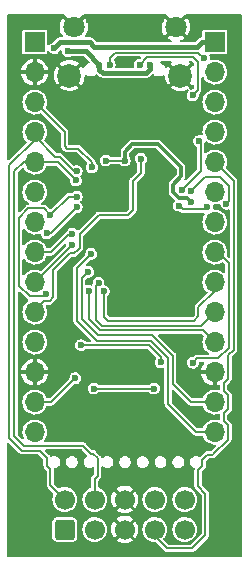
<source format=gbr>
%TF.GenerationSoftware,KiCad,Pcbnew,6.0.2-378541a8eb~116~ubuntu21.10.1*%
%TF.CreationDate,2022-02-16T23:17:43+01:00*%
%TF.ProjectId,GreenFox,47726565-6e46-46f7-982e-6b696361645f,Rev1*%
%TF.SameCoordinates,PX6d01460PY68c4118*%
%TF.FileFunction,Copper,L2,Bot*%
%TF.FilePolarity,Positive*%
%FSLAX46Y46*%
G04 Gerber Fmt 4.6, Leading zero omitted, Abs format (unit mm)*
G04 Created by KiCad (PCBNEW 6.0.2-378541a8eb~116~ubuntu21.10.1) date 2022-02-16 23:17:43*
%MOMM*%
%LPD*%
G01*
G04 APERTURE LIST*
G04 Aperture macros list*
%AMRoundRect*
0 Rectangle with rounded corners*
0 $1 Rounding radius*
0 $2 $3 $4 $5 $6 $7 $8 $9 X,Y pos of 4 corners*
0 Add a 4 corners polygon primitive as box body*
4,1,4,$2,$3,$4,$5,$6,$7,$8,$9,$2,$3,0*
0 Add four circle primitives for the rounded corners*
1,1,$1+$1,$2,$3*
1,1,$1+$1,$4,$5*
1,1,$1+$1,$6,$7*
1,1,$1+$1,$8,$9*
0 Add four rect primitives between the rounded corners*
20,1,$1+$1,$2,$3,$4,$5,0*
20,1,$1+$1,$4,$5,$6,$7,0*
20,1,$1+$1,$6,$7,$8,$9,0*
20,1,$1+$1,$8,$9,$2,$3,0*%
G04 Aperture macros list end*
%TA.AperFunction,ComponentPad*%
%ADD10C,1.800000*%
%TD*%
%TA.AperFunction,ComponentPad*%
%ADD11C,2.000000*%
%TD*%
%TA.AperFunction,ComponentPad*%
%ADD12O,1.700000X1.700000*%
%TD*%
%TA.AperFunction,ComponentPad*%
%ADD13R,1.700000X1.700000*%
%TD*%
%TA.AperFunction,ComponentPad*%
%ADD14C,1.700000*%
%TD*%
%TA.AperFunction,ComponentPad*%
%ADD15RoundRect,0.250000X0.600000X-0.600000X0.600000X0.600000X-0.600000X0.600000X-0.600000X-0.600000X0*%
%TD*%
%TA.AperFunction,ViaPad*%
%ADD16C,0.600000*%
%TD*%
%TA.AperFunction,Conductor*%
%ADD17C,0.200000*%
%TD*%
%TA.AperFunction,Conductor*%
%ADD18C,0.400000*%
%TD*%
%TA.AperFunction,Conductor*%
%ADD19C,0.300000*%
%TD*%
G04 APERTURE END LIST*
D10*
%TO.P,J1,S1,SHIELD*%
%TO.N,GND*%
X5840000Y45126600D03*
X14480000Y45126600D03*
D11*
X14860000Y40976600D03*
X5460000Y40976600D03*
%TD*%
D12*
%TO.P,J5,14,Pin_14*%
%TO.N,/RB2\u005CAN4*%
X17780000Y10795000D03*
%TO.P,J5,13,Pin_13*%
%TO.N,/TDI*%
X17780000Y13335000D03*
%TO.P,J5,12,Pin_12*%
%TO.N,GND*%
X17780000Y15875000D03*
%TO.P,J5,11,Pin_11*%
%TO.N,/RC0\u005CAN12*%
X17780000Y18415000D03*
%TO.P,J5,10,Pin_10*%
%TO.N,/RC1\u005CAN13*%
X17780000Y20955000D03*
%TO.P,J5,9,Pin_9*%
%TO.N,/RC2*%
X17780000Y23495000D03*
%TO.P,J5,8,Pin_8*%
%TO.N,/LED_USER*%
X17780000Y26035000D03*
%TO.P,J5,7,Pin_7*%
%TO.N,/RB7*%
X17780000Y28575000D03*
%TO.P,J5,6,Pin_6*%
%TO.N,/TCK*%
X17780000Y31115000D03*
%TO.P,J5,5,Pin_5*%
%TO.N,/TMS*%
X17780000Y33655000D03*
%TO.P,J5,4,Pin_4*%
%TO.N,/RC8\u005CAN14*%
X17780000Y36195000D03*
%TO.P,J5,3,Pin_3*%
%TO.N,/RB10*%
X17780000Y38735000D03*
%TO.P,J5,2,Pin_2*%
%TO.N,/RB11*%
X17780000Y41275000D03*
D13*
%TO.P,J5,1,Pin_1*%
%TO.N,+5V*%
X17780000Y43815000D03*
%TD*%
D12*
%TO.P,J3,14,Pin_14*%
%TO.N,/~{RESET}*%
X2540000Y10795000D03*
%TO.P,J3,13,Pin_13*%
%TO.N,+3V3*%
X2540000Y13335000D03*
%TO.P,J3,12,Pin_12*%
%TO.N,GND*%
X2540000Y15875000D03*
%TO.P,J3,11,Pin_11*%
%TO.N,/PGED3*%
X2540000Y18415000D03*
%TO.P,J3,10,Pin_10*%
%TO.N,/TDO\u005CPGEC3*%
X2540000Y20955000D03*
%TO.P,J3,9,Pin_9*%
%TO.N,/RB1\u005CAN3*%
X2540000Y23495000D03*
%TO.P,J3,8,Pin_8*%
%TO.N,/RB0\u005CAN2*%
X2540000Y26035000D03*
%TO.P,J3,7,Pin_7*%
%TO.N,/RA1\u005CAN1*%
X2540000Y28575000D03*
%TO.P,J3,6,Pin_6*%
%TO.N,/RA0\u005CAN0*%
X2540000Y31115000D03*
%TO.P,J3,5,Pin_5*%
%TO.N,/UART1_RX*%
X2540000Y33655000D03*
%TO.P,J3,4,Pin_4*%
%TO.N,/UART1_TX*%
X2540000Y36195000D03*
%TO.P,J3,3,Pin_3*%
%TO.N,/RB13\u005CAN8*%
X2540000Y38735000D03*
%TO.P,J3,2,Pin_2*%
%TO.N,GND*%
X2540000Y41275000D03*
D13*
%TO.P,J3,1,Pin_1*%
%TO.N,+3V3*%
X2540000Y43815000D03*
%TD*%
D14*
%TO.P,J2,10,Pin_10*%
%TO.N,/TDI*%
X15240000Y5080000D03*
%TO.P,J2,8,Pin_8*%
%TO.N,/TDO\u005CPGEC3*%
X12700000Y5080000D03*
%TO.P,J2,6,Pin_6*%
%TO.N,GND*%
X10160000Y5080000D03*
%TO.P,J2,4,Pin_4*%
%TO.N,/UART1_RX*%
X7620000Y5080000D03*
%TO.P,J2,2,Pin_2*%
%TO.N,/UART1_TX*%
X5080000Y5080000D03*
%TO.P,J2,9,Pin_9*%
%TO.N,/TCK*%
X15240000Y2540000D03*
%TO.P,J2,7,Pin_7*%
%TO.N,/TMS*%
X12700000Y2540000D03*
%TO.P,J2,5,Pin_5*%
%TO.N,GND*%
X10160000Y2540000D03*
%TO.P,J2,3,Pin_3*%
%TO.N,+3V3*%
X7620000Y2540000D03*
D15*
%TO.P,J2,1,Pin_1*%
%TO.N,/~{RESET}*%
X5080000Y2540000D03*
%TD*%
D16*
%TO.N,Net-(J1-PadA5)*%
X15900000Y39305000D03*
X11410000Y41909499D03*
%TO.N,Net-(J1-PadB5)*%
X16850000Y42455000D03*
%TO.N,+5V*%
X4200000Y43305000D03*
%TO.N,GND*%
X3937000Y38227000D03*
X5080000Y39497000D03*
X11684000Y31369000D03*
X10477500Y25590500D03*
X14732000Y28575000D03*
X10160000Y29845000D03*
X10985500Y21717000D03*
X11938000Y21717000D03*
X11430000Y20955000D03*
X10604500Y42037000D03*
X19685000Y45720000D03*
X762000Y9017000D03*
X635000Y45720000D03*
X13970000Y18669000D03*
X14605000Y18034000D03*
X12573000Y20955000D03*
X16573500Y22606000D03*
X6032500Y39306500D03*
X15875000Y34798000D03*
X5715000Y35433000D03*
X4762500Y22352000D03*
X1841500Y24765000D03*
X13843000Y32702500D03*
X4381500Y11620500D03*
X4889500Y16510000D03*
X16319500Y15303500D03*
X13017500Y15303500D03*
X3810000Y31750000D03*
X3492500Y32575500D03*
X4445000Y35433000D03*
X5715000Y36195000D03*
X3683000Y26797000D03*
X12900000Y38055000D03*
X12450000Y38955000D03*
X15875000Y33083500D03*
X15748000Y36195000D03*
X18732500Y34861500D03*
X19685000Y32943800D03*
X635000Y37719000D03*
X635000Y36512500D03*
X4927600Y8585200D03*
X4508500Y6604000D03*
X3048000Y5778500D03*
X3048000Y4572000D03*
X5715000Y6604000D03*
X5778500Y10414000D03*
X10223500Y17462500D03*
X7747000Y17462500D03*
X7747000Y16319500D03*
X10223500Y16319500D03*
X13779500Y25908000D03*
X14605000Y22987000D03*
X16891000Y27305000D03*
X17018000Y24765000D03*
X17272000Y45720000D03*
X13208000Y45720000D03*
X11176000Y45720000D03*
X9144000Y45720000D03*
X7112000Y45720000D03*
X3048000Y45720000D03*
X19685000Y635000D03*
X19685000Y5588000D03*
X635000Y635000D03*
X635000Y5588000D03*
X17272000Y9461500D03*
X15544800Y6985000D03*
X16256000Y12065000D03*
X14541500Y13589000D03*
X12382500Y11493500D03*
X10223500Y11366500D03*
X10223500Y9906000D03*
X10922000Y7683500D03*
X8128000Y11430000D03*
X4064000Y15176500D03*
X8128000Y13462000D03*
X12319000Y16700500D03*
X18478500Y27305000D03*
X18351500Y24765000D03*
X19240500Y9461500D03*
X19240500Y12065000D03*
X19240500Y14605000D03*
X5461000Y22352000D03*
X8636000Y31369000D03*
X8636000Y28321000D03*
X11684000Y28321000D03*
X5778500Y34163000D03*
X9779000Y42037000D03*
X12319000Y25336500D03*
X12763500Y22923500D03*
X1595120Y21930360D03*
X3492500Y19748500D03*
X19685000Y33909000D03*
X19685000Y36703000D03*
X19685000Y38862000D03*
X19685000Y41402000D03*
X19685000Y43688000D03*
X635000Y34798000D03*
X635000Y44132500D03*
X6985000Y6604000D03*
X8255000Y6604000D03*
X7810500Y9715500D03*
X14605000Y9969500D03*
%TO.N,+5V*%
X14986000Y31326010D03*
X16446500Y35433000D03*
%TO.N,+3V3*%
X8559989Y33782000D03*
X6096000Y30734000D03*
X10160000Y33782000D03*
X3858180Y29155269D03*
X5969000Y15367000D03*
X15747996Y30289500D03*
X3492500Y22479000D03*
%TO.N,Net-(D1-Pad2)*%
X8001000Y41910000D03*
X12319000Y41910000D03*
X5334000Y43053000D03*
%TO.N,Net-(J1-PadB5)*%
X8890000Y41910000D03*
%TO.N,/TDI*%
X7070057Y24364105D03*
%TO.N,/UART1_RX*%
X6027294Y32095944D03*
%TO.N,/UART1_TX*%
X6096000Y32893000D03*
%TO.N,/~{RESET}*%
X6096000Y29845000D03*
X3556000Y27622500D03*
%TO.N,/RB2\u005CAN4*%
X7325636Y25884864D03*
%TO.N,/PGED3*%
X15781183Y31238342D03*
X12636500Y14478000D03*
X7556500Y14478000D03*
X18767490Y30136037D03*
%TO.N,/LED_USER*%
X13223990Y16700500D03*
X15938500Y16669966D03*
X6448500Y18161000D03*
%TO.N,/RC2*%
X8382000Y22733000D03*
%TO.N,/RC1\u005CAN13*%
X7937500Y23431496D03*
%TO.N,/RC0\u005CAN12*%
X7112000Y22733002D03*
%TO.N,/TDO\u005CPGEC3*%
X11535539Y33931750D03*
%TO.N,/RB1\u005CAN3*%
X5715000Y26670000D03*
%TO.N,/RB0\u005CAN2*%
X5721305Y27576620D03*
%TO.N,/RB13\u005CAN8*%
X7381120Y33225620D03*
%TO.N,/BTN_USER*%
X14732000Y29972000D03*
X17145000Y29845002D03*
%TD*%
D17*
%TO.N,/UART1_TX*%
X5080000Y5080000D02*
X3844999Y6315001D01*
X3579479Y8612521D02*
X2984500Y9207500D01*
X1459502Y9207500D02*
X400010Y10266992D01*
X3844999Y6315001D02*
X3844999Y7648501D01*
X3844999Y7648501D02*
X3579479Y7914021D01*
X3579479Y7914021D02*
X3579479Y8612521D01*
X2540000Y35560000D02*
X2540000Y36195000D01*
X2984500Y9207500D02*
X1459502Y9207500D01*
X400010Y10266992D02*
X400010Y33420010D01*
X400010Y33420010D02*
X2540000Y35560000D01*
%TO.N,Net-(J1-PadA5)*%
X15900000Y39305000D02*
X16350000Y39755000D01*
X16350000Y39755000D02*
X16350000Y42107162D01*
X16350000Y42107162D02*
X15946671Y42510491D01*
X15946671Y42510491D02*
X12010992Y42510491D01*
X12010992Y42510491D02*
X11410000Y41909499D01*
%TO.N,Net-(J1-PadB5)*%
X16394989Y42910011D02*
X16850000Y42455000D01*
X15217986Y42910011D02*
X16394989Y42910011D01*
D18*
%TO.N,+5V*%
X4710000Y43815000D02*
X4200000Y43305000D01*
X4826000Y43815000D02*
X4710000Y43815000D01*
D17*
X16573500Y35306000D02*
X16446500Y35433000D01*
X16573500Y32913510D02*
X16573500Y35306000D01*
X14986000Y31326010D02*
X16573500Y32913510D01*
D18*
X7175500Y43815000D02*
X4826000Y43815000D01*
X16295521Y43410021D02*
X7580479Y43410021D01*
X7580479Y43410021D02*
X7175500Y43815000D01*
X16700500Y43815000D02*
X16295521Y43410021D01*
X17780000Y43815000D02*
X16700500Y43815000D01*
D17*
%TO.N,+3V3*%
X8559989Y33782000D02*
X10160000Y33782000D01*
X5436911Y30734000D02*
X6096000Y30734000D01*
X3858180Y29155269D02*
X5436911Y30734000D01*
X3937000Y13335000D02*
X2540000Y13335000D01*
X5969000Y15367000D02*
X3937000Y13335000D01*
D19*
X15415495Y30622001D02*
X15747996Y30289500D01*
X14224000Y31126008D02*
X14728007Y30622001D01*
X14224000Y31750000D02*
X14224000Y31126008D01*
X14922500Y32448500D02*
X14224000Y31750000D01*
X14728007Y30622001D02*
X15415495Y30622001D01*
X12954000Y35179000D02*
X14922500Y33210500D01*
X10795000Y35179000D02*
X12954000Y35179000D01*
X10160000Y34544000D02*
X10795000Y35179000D01*
X14922500Y33210500D02*
X14922500Y32448500D01*
X10160000Y33782000D02*
X10160000Y34544000D01*
D17*
X3302000Y22288500D02*
X3492500Y22479000D01*
X2095500Y22288500D02*
X3302000Y22288500D01*
X1200030Y28937032D02*
X1200030Y23183970D01*
X1987999Y29725001D02*
X1200030Y28937032D01*
X3288448Y29725001D02*
X1987999Y29725001D01*
X1200030Y23183970D02*
X2095500Y22288500D01*
X3858180Y29155269D02*
X3288448Y29725001D01*
D18*
%TO.N,Net-(D1-Pad2)*%
X12319000Y41529000D02*
X12319000Y41910000D01*
X11999999Y41209999D02*
X12319000Y41529000D01*
X8276737Y41209999D02*
X11999999Y41209999D01*
X8001000Y41485736D02*
X8276737Y41209999D01*
X8001000Y41910000D02*
X8001000Y41485736D01*
X6858000Y43053000D02*
X8001000Y41910000D01*
X5334000Y43053000D02*
X6858000Y43053000D01*
D17*
%TO.N,Net-(J1-PadB5)*%
X9318511Y42910011D02*
X15217986Y42910011D01*
X8890000Y42481500D02*
X9318511Y42910011D01*
X8890000Y41910000D02*
X8890000Y42481500D01*
%TO.N,/TDI*%
X14224000Y14859000D02*
X14224000Y17272000D01*
X7884933Y18992970D02*
X6511999Y20365904D01*
X15748000Y13335000D02*
X14224000Y14859000D01*
X6511999Y23806047D02*
X7070057Y24364105D01*
X12503030Y18992970D02*
X7884933Y18992970D01*
X17780000Y13335000D02*
X15748000Y13335000D01*
X6511999Y20365904D02*
X6511999Y23806047D01*
X14224000Y17272000D02*
X12503030Y18992970D01*
%TO.N,/UART1_RX*%
X2540000Y33655000D02*
X4468238Y33655000D01*
X4468238Y33655000D02*
X6027294Y32095944D01*
X7620000Y6794500D02*
X7620000Y5080000D01*
X7620000Y6854498D02*
X7620000Y6794500D01*
X6605199Y9644999D02*
X7296698Y8953500D01*
X1587701Y9644999D02*
X6605199Y9644999D01*
X7874000Y7108498D02*
X7620000Y6854498D01*
X7874000Y8572500D02*
X7874000Y7108498D01*
X7493000Y8953500D02*
X7874000Y8572500D01*
X7296698Y8953500D02*
X7493000Y8953500D01*
X800020Y10432680D02*
X1587701Y9644999D01*
X800020Y32867520D02*
X800020Y10432680D01*
X1587500Y33655000D02*
X800020Y32867520D01*
X2540000Y33655000D02*
X1587500Y33655000D01*
%TO.N,/UART1_TX*%
X5842000Y32893000D02*
X6096000Y32893000D01*
X4635500Y34099500D02*
X5842000Y32893000D01*
X4274736Y34099500D02*
X4635500Y34099500D01*
X2540000Y35834236D02*
X4274736Y34099500D01*
X2540000Y36195000D02*
X2540000Y35834236D01*
%TO.N,/TMS*%
X19367500Y32067500D02*
X17780000Y33655000D01*
X19367500Y17734799D02*
X19367500Y32067500D01*
X18930001Y17297300D02*
X19367500Y17734799D01*
X18930001Y15322999D02*
X18930001Y17297300D01*
X18542000Y14934998D02*
X18930001Y15322999D01*
X18542000Y14287500D02*
X18542000Y14934998D01*
X18542000Y12382500D02*
X18930001Y12770501D01*
X18859500Y10172498D02*
X18930001Y10242999D01*
X18859500Y10160000D02*
X18859500Y10172498D01*
X17621250Y8921750D02*
X18859500Y10160000D01*
X12700000Y2540000D02*
X12700000Y1968500D01*
X15875000Y952500D02*
X16993986Y2071486D01*
X16729001Y8455501D02*
X17134999Y8861499D01*
X17620252Y8921750D02*
X17621250Y8921750D01*
X13716000Y952500D02*
X15875000Y952500D01*
X12700000Y1968500D02*
X13716000Y952500D01*
X18930001Y13899499D02*
X18542000Y14287500D01*
X16993986Y2071486D02*
X16993986Y5586614D01*
X18930001Y11359499D02*
X18542000Y11747500D01*
X17134999Y8861499D02*
X17560001Y8861499D01*
X18930001Y10242999D02*
X18930001Y11359499D01*
X16993986Y5586614D02*
X16357600Y6223000D01*
X18542000Y11747500D02*
X18542000Y12382500D01*
X17560001Y8861499D02*
X17620252Y8921750D01*
X16357600Y6223000D02*
X16357600Y7556098D01*
X16357600Y7556098D02*
X16729001Y7927499D01*
X18930001Y12770501D02*
X18930001Y13899499D01*
X16729001Y7927499D02*
X16729001Y8455501D01*
%TO.N,/~{RESET}*%
X6096000Y29845000D02*
X3873500Y27622500D01*
X3873500Y27622500D02*
X3556000Y27622500D01*
%TO.N,/RB2\u005CAN4*%
X6111989Y24671217D02*
X7325636Y25884864D01*
X12388302Y18542000D02*
X7770204Y18542000D01*
X13823990Y17106312D02*
X12388302Y18542000D01*
X6111989Y20200215D02*
X6111989Y24671217D01*
X13823990Y13163510D02*
X13823990Y17106312D01*
X7770204Y18542000D02*
X6111989Y20200215D01*
X16192500Y10795000D02*
X13823990Y13163510D01*
X17780000Y10795000D02*
X16192500Y10795000D01*
%TO.N,/PGED3*%
X12636500Y14478000D02*
X8064500Y14478000D01*
X8064500Y14478000D02*
X7556500Y14478000D01*
X16927841Y32385000D02*
X18212002Y32385000D01*
X15781183Y31238342D02*
X16927841Y32385000D01*
X18967489Y30336036D02*
X18767490Y30136037D01*
X18212002Y32385000D02*
X18967489Y31629513D01*
X18967489Y31629513D02*
X18967489Y30336036D01*
%TO.N,/LED_USER*%
X13223990Y16700500D02*
X13223990Y17140614D01*
X13223990Y17140614D02*
X12222614Y18141990D01*
X12222614Y18141990D02*
X7604515Y18141990D01*
X6467510Y18141990D02*
X6448500Y18161000D01*
X7604515Y18141990D02*
X6467510Y18141990D01*
X16293535Y17025001D02*
X15938500Y16669966D01*
X18092003Y17025001D02*
X16293535Y17025001D01*
X18967489Y17900487D02*
X18092003Y17025001D01*
X18967489Y25100513D02*
X18967489Y17900487D01*
X18033002Y26035000D02*
X18967489Y25100513D01*
X17780000Y26035000D02*
X18033002Y26035000D01*
%TO.N,/RC2*%
X17780000Y22733000D02*
X17780000Y23495000D01*
X16002000Y20193000D02*
X16402010Y20593010D01*
X16402010Y20593010D02*
X16402010Y21355010D01*
X8763000Y20193000D02*
X16002000Y20193000D01*
X16402010Y21355010D02*
X17780000Y22733000D01*
X8382000Y20574000D02*
X8763000Y20193000D01*
X8382000Y22606000D02*
X8382000Y20574000D01*
%TO.N,/RC1\u005CAN13*%
X8216311Y19792990D02*
X7716991Y20292310D01*
X16617990Y19792990D02*
X8216311Y19792990D01*
X7716991Y23210987D02*
X7937500Y23431496D01*
X7716991Y20292310D02*
X7716991Y23210987D01*
X17780000Y20955000D02*
X16617990Y19792990D01*
%TO.N,/RC0\u005CAN12*%
X17780000Y18415000D02*
X16802020Y19392980D01*
X16802020Y19392980D02*
X8050622Y19392980D01*
X8050622Y19392980D02*
X7112000Y20331602D01*
X7112000Y20331602D02*
X7112000Y22733002D01*
%TO.N,/TDO\u005CPGEC3*%
X10858500Y32067500D02*
X11535539Y32744539D01*
X2540000Y20955000D02*
X2540000Y21082000D01*
X5553697Y25942999D02*
X5876999Y25942999D01*
X5876999Y25942999D02*
X6159500Y26225500D01*
X10858500Y29591000D02*
X10858500Y32067500D01*
X10414000Y29146500D02*
X10858500Y29591000D01*
X2540000Y21082000D02*
X3336999Y21878999D01*
X11535539Y32744539D02*
X11535539Y33931750D01*
X3336999Y21878999D02*
X3787997Y21878999D01*
X6159500Y26225500D02*
X6159500Y26226498D01*
X4098999Y22190001D02*
X4098999Y24488301D01*
X6159500Y26226498D02*
X6350000Y26416998D01*
X4098999Y24488301D02*
X5553697Y25942999D01*
X6350000Y26416998D02*
X6350000Y27559000D01*
X3787997Y21878999D02*
X4098999Y22190001D01*
X6350000Y27559000D02*
X7937500Y29146500D01*
X7937500Y29146500D02*
X10414000Y29146500D01*
%TO.N,/RB1\u005CAN3*%
X2540000Y23495000D02*
X5715000Y26670000D01*
%TO.N,/RB0\u005CAN2*%
X3937000Y26035000D02*
X2540000Y26035000D01*
X5478620Y27576620D02*
X3937000Y26035000D01*
X5721305Y27576620D02*
X5478620Y27576620D01*
%TO.N,/RB13\u005CAN8*%
X5080000Y36195000D02*
X2540000Y38735000D01*
X5080000Y34988500D02*
X5080000Y36195000D01*
X5270500Y34798000D02*
X5080000Y34988500D01*
X6233004Y34798000D02*
X5270500Y34798000D01*
X7381120Y33649884D02*
X6233004Y34798000D01*
X7381120Y33225620D02*
X7381120Y33649884D01*
%TO.N,/BTN_USER*%
X16954498Y29654500D02*
X17145000Y29845002D01*
X15049500Y29654500D02*
X16954498Y29654500D01*
X14732000Y29972000D02*
X15049500Y29654500D01*
%TD*%
%TA.AperFunction,Conductor*%
%TO.N,GND*%
G36*
X5068098Y46136093D02*
G01*
X5104062Y46086593D01*
X5106852Y46073030D01*
X5109271Y46069461D01*
X5828914Y45349818D01*
X5840797Y45343764D01*
X5845828Y45344560D01*
X6567924Y46066656D01*
X6585394Y46100944D01*
X6628658Y46144209D01*
X6673604Y46155000D01*
X13649907Y46155000D01*
X13708098Y46136093D01*
X13744062Y46086593D01*
X13746852Y46073030D01*
X13749271Y46069461D01*
X14468914Y45349818D01*
X14480797Y45343764D01*
X14485828Y45344560D01*
X15207924Y46066656D01*
X15225394Y46100944D01*
X15268658Y46144209D01*
X15313604Y46155000D01*
X20021000Y46155000D01*
X20079191Y46136093D01*
X20115155Y46086593D01*
X20120000Y46056000D01*
X20120000Y299000D01*
X20101093Y240809D01*
X20051593Y204845D01*
X20021000Y200000D01*
X299000Y200000D01*
X240809Y218907D01*
X204845Y268407D01*
X200000Y299000D01*
X200000Y1886166D01*
X4029500Y1886166D01*
X4029718Y1883865D01*
X4029718Y1883855D01*
X4030504Y1875544D01*
X4032481Y1854631D01*
X4077366Y1726816D01*
X4157850Y1617850D01*
X4163807Y1613450D01*
X4220997Y1571209D01*
X4266816Y1537366D01*
X4394631Y1492481D01*
X4400638Y1491913D01*
X4400639Y1491913D01*
X4423855Y1489718D01*
X4423865Y1489718D01*
X4426166Y1489500D01*
X5733834Y1489500D01*
X5736135Y1489718D01*
X5736145Y1489718D01*
X5759361Y1491913D01*
X5759362Y1491913D01*
X5765369Y1492481D01*
X5893184Y1537366D01*
X5939004Y1571209D01*
X5996193Y1613450D01*
X6002150Y1617850D01*
X6082634Y1726816D01*
X6127519Y1854631D01*
X6129496Y1875544D01*
X6130282Y1883855D01*
X6130282Y1883865D01*
X6130500Y1886166D01*
X6130500Y2554738D01*
X6564520Y2554738D01*
X6581759Y2349447D01*
X6583092Y2344799D01*
X6583092Y2344798D01*
X6630699Y2178774D01*
X6638544Y2151414D01*
X6732712Y1968182D01*
X6860677Y1806730D01*
X6864357Y1803598D01*
X6864359Y1803596D01*
X6908059Y1766405D01*
X7017564Y1673209D01*
X7021787Y1670849D01*
X7021791Y1670846D01*
X7103695Y1625072D01*
X7197398Y1572703D01*
X7201996Y1571209D01*
X7388724Y1510537D01*
X7388726Y1510536D01*
X7393329Y1509041D01*
X7597894Y1484649D01*
X7602716Y1485020D01*
X7602719Y1485020D01*
X7673090Y1490435D01*
X7803300Y1500454D01*
X8001725Y1555855D01*
X8006038Y1558034D01*
X8006044Y1558036D01*
X8138752Y1625072D01*
X9463033Y1625072D01*
X9463040Y1625027D01*
X9468563Y1618812D01*
X9605138Y1527554D01*
X9613093Y1523236D01*
X9798929Y1443394D01*
X9807540Y1440596D01*
X10004826Y1395956D01*
X10013785Y1394776D01*
X10215911Y1386834D01*
X10224938Y1387308D01*
X10425115Y1416332D01*
X10433914Y1418444D01*
X10625450Y1483462D01*
X10633714Y1487142D01*
X10810194Y1585974D01*
X10817652Y1591100D01*
X10848787Y1616995D01*
X10855907Y1628279D01*
X10855721Y1631109D01*
X10853719Y1634149D01*
X10171086Y2316782D01*
X10159203Y2322836D01*
X10154172Y2322040D01*
X9469087Y1636955D01*
X9463033Y1625072D01*
X8138752Y1625072D01*
X8181289Y1646559D01*
X8181291Y1646560D01*
X8185610Y1648742D01*
X8258863Y1705973D01*
X8344135Y1772594D01*
X8344139Y1772598D01*
X8347951Y1775576D01*
X8357077Y1786148D01*
X8443409Y1886166D01*
X8482564Y1931528D01*
X8487430Y1940093D01*
X8581934Y2106450D01*
X8581935Y2106453D01*
X8584323Y2110656D01*
X8597882Y2151414D01*
X8647824Y2301546D01*
X8647824Y2301548D01*
X8649351Y2306137D01*
X8675171Y2510526D01*
X8675583Y2540000D01*
X8673063Y2565704D01*
X9005766Y2565704D01*
X9018995Y2363856D01*
X9020408Y2354935D01*
X9070200Y2158879D01*
X9073220Y2150351D01*
X9157903Y1966661D01*
X9162424Y1958830D01*
X9237961Y1851948D01*
X9248648Y1843968D01*
X9249397Y1843958D01*
X9255528Y1847660D01*
X9936782Y2528914D01*
X9942024Y2539203D01*
X10377164Y2539203D01*
X10377960Y2534172D01*
X11061891Y1850241D01*
X11073774Y1844187D01*
X11076577Y1844631D01*
X11079421Y1846903D01*
X11108900Y1882348D01*
X11114026Y1889806D01*
X11212858Y2066286D01*
X11216538Y2074550D01*
X11281556Y2266086D01*
X11283668Y2274885D01*
X11312924Y2476656D01*
X11313421Y2482482D01*
X11314851Y2537086D01*
X11314661Y2542900D01*
X11296003Y2745952D01*
X11294356Y2754836D01*
X11239449Y2949519D01*
X11236208Y2957963D01*
X11146745Y3139376D01*
X11142020Y3147086D01*
X11081804Y3227726D01*
X11070912Y3235424D01*
X11069463Y3235405D01*
X11064370Y3232238D01*
X10383218Y2551086D01*
X10377164Y2539203D01*
X9942024Y2539203D01*
X9942836Y2540797D01*
X9942040Y2545828D01*
X9258667Y3229201D01*
X9246784Y3235255D01*
X9244667Y3234920D01*
X9240936Y3231858D01*
X9194209Y3172585D01*
X9189284Y3165002D01*
X9095097Y2985982D01*
X9091643Y2977642D01*
X9031658Y2784462D01*
X9029777Y2775612D01*
X9006002Y2574737D01*
X9005766Y2565704D01*
X8673063Y2565704D01*
X8655480Y2745030D01*
X8652520Y2754836D01*
X8597333Y2937620D01*
X8595935Y2942251D01*
X8499218Y3124151D01*
X8369011Y3283800D01*
X8210275Y3415118D01*
X8140276Y3452966D01*
X9463012Y3452966D01*
X9463335Y3449449D01*
X9464706Y3447426D01*
X10148914Y2763218D01*
X10160797Y2757164D01*
X10165828Y2757960D01*
X10852539Y3444671D01*
X10858593Y3456554D01*
X10858147Y3459375D01*
X10688163Y3566626D01*
X10680110Y3570729D01*
X10492229Y3645686D01*
X10483571Y3648251D01*
X10285177Y3687714D01*
X10276184Y3688659D01*
X10073924Y3691308D01*
X10064909Y3690598D01*
X9865559Y3656343D01*
X9856823Y3654002D01*
X9667050Y3583991D01*
X9658887Y3580098D01*
X9485057Y3476680D01*
X9477733Y3471359D01*
X9469831Y3464428D01*
X9463012Y3452966D01*
X8140276Y3452966D01*
X8029055Y3513103D01*
X7925738Y3545085D01*
X7836875Y3572593D01*
X7836871Y3572594D01*
X7832254Y3574023D01*
X7827446Y3574528D01*
X7827443Y3574529D01*
X7632185Y3595051D01*
X7632183Y3595051D01*
X7627369Y3595557D01*
X7571800Y3590500D01*
X7427022Y3577325D01*
X7427017Y3577324D01*
X7422203Y3576886D01*
X7224572Y3518720D01*
X7220288Y3516481D01*
X7220287Y3516480D01*
X7209428Y3510803D01*
X7042002Y3423274D01*
X7038231Y3420242D01*
X6885220Y3297219D01*
X6885217Y3297217D01*
X6881447Y3294185D01*
X6878333Y3290474D01*
X6878332Y3290473D01*
X6826919Y3229201D01*
X6749024Y3136370D01*
X6746689Y3132122D01*
X6746688Y3132121D01*
X6739955Y3119874D01*
X6649776Y2955838D01*
X6648313Y2951225D01*
X6648311Y2951221D01*
X6646821Y2946524D01*
X6587484Y2759468D01*
X6586944Y2754656D01*
X6586944Y2754655D01*
X6585865Y2745030D01*
X6564520Y2554738D01*
X6130500Y2554738D01*
X6130500Y3193834D01*
X6127519Y3225369D01*
X6082634Y3353184D01*
X6030865Y3423274D01*
X6006550Y3456193D01*
X6002150Y3462150D01*
X5982478Y3476680D01*
X5899136Y3538238D01*
X5899135Y3538239D01*
X5893184Y3542634D01*
X5765369Y3587519D01*
X5759362Y3588087D01*
X5759361Y3588087D01*
X5736145Y3590282D01*
X5736135Y3590282D01*
X5733834Y3590500D01*
X4426166Y3590500D01*
X4423865Y3590282D01*
X4423855Y3590282D01*
X4400639Y3588087D01*
X4400638Y3588087D01*
X4394631Y3587519D01*
X4266816Y3542634D01*
X4260865Y3538239D01*
X4260864Y3538238D01*
X4177522Y3476680D01*
X4157850Y3462150D01*
X4153450Y3456193D01*
X4129136Y3423274D01*
X4077366Y3353184D01*
X4032481Y3225369D01*
X4029500Y3193834D01*
X4029500Y1886166D01*
X200000Y1886166D01*
X200000Y9803023D01*
X218907Y9861214D01*
X268407Y9897178D01*
X329593Y9897178D01*
X369004Y9873027D01*
X1209182Y9032849D01*
X1211882Y9029720D01*
X1214077Y9025231D01*
X1220780Y9019013D01*
X1250324Y8991607D01*
X1253000Y8989031D01*
X1266779Y8975252D01*
X1270489Y8972707D01*
X1274402Y8969271D01*
X1296148Y8949099D01*
X1304636Y8945712D01*
X1304637Y8945712D01*
X1306838Y8944834D01*
X1326154Y8934520D01*
X1328109Y8933179D01*
X1328112Y8933178D01*
X1335648Y8928008D01*
X1361560Y8921859D01*
X1375386Y8917486D01*
X1393634Y8910206D01*
X1393636Y8910206D01*
X1400124Y8907617D01*
X1406417Y8907000D01*
X1412586Y8907000D01*
X1435445Y8904325D01*
X1435675Y8904270D01*
X1435677Y8904270D01*
X1444568Y8902160D01*
X1473490Y8906096D01*
X1486839Y8907000D01*
X2819022Y8907000D01*
X2877213Y8888093D01*
X2889026Y8878003D01*
X3249983Y8517045D01*
X3277760Y8462529D01*
X3278979Y8447042D01*
X3278979Y7967529D01*
X3278676Y7963404D01*
X3277054Y7958679D01*
X3277397Y7949545D01*
X3278909Y7909260D01*
X3278979Y7905547D01*
X3278979Y7886073D01*
X3279804Y7881643D01*
X3280140Y7876450D01*
X3281253Y7846813D01*
X3284859Y7838419D01*
X3284860Y7838416D01*
X3285796Y7836238D01*
X3292162Y7815287D01*
X3294270Y7803968D01*
X3299067Y7796186D01*
X3308247Y7781293D01*
X3314931Y7768425D01*
X3321611Y7752878D01*
X3325443Y7743958D01*
X3329457Y7739072D01*
X3333821Y7734708D01*
X3348092Y7716653D01*
X3353011Y7708673D01*
X3376248Y7691003D01*
X3386318Y7682211D01*
X3515503Y7553026D01*
X3543280Y7498509D01*
X3544499Y7483022D01*
X3544499Y6368509D01*
X3544196Y6364384D01*
X3542574Y6359659D01*
X3544120Y6318475D01*
X3544429Y6310240D01*
X3544499Y6306527D01*
X3544499Y6287053D01*
X3545324Y6282623D01*
X3545660Y6277430D01*
X3546773Y6247793D01*
X3550379Y6239399D01*
X3550380Y6239396D01*
X3551316Y6237218D01*
X3557682Y6216267D01*
X3559790Y6204948D01*
X3570082Y6188251D01*
X3573767Y6182273D01*
X3580451Y6169405D01*
X3586300Y6155792D01*
X3590963Y6144938D01*
X3594977Y6140052D01*
X3599341Y6135688D01*
X3613612Y6117633D01*
X3618531Y6109653D01*
X3641768Y6091983D01*
X3651838Y6083191D01*
X4103124Y5631905D01*
X4130901Y5577388D01*
X4119874Y5514207D01*
X4109776Y5495838D01*
X4108313Y5491225D01*
X4108311Y5491221D01*
X4086079Y5421135D01*
X4047484Y5299468D01*
X4046944Y5294656D01*
X4046944Y5294655D01*
X4045865Y5285030D01*
X4024520Y5094738D01*
X4041759Y4889447D01*
X4043092Y4884799D01*
X4043092Y4884798D01*
X4051126Y4856782D01*
X4098544Y4691414D01*
X4192712Y4508182D01*
X4320677Y4346730D01*
X4324357Y4343598D01*
X4324359Y4343596D01*
X4437017Y4247717D01*
X4477564Y4213209D01*
X4481787Y4210849D01*
X4481791Y4210846D01*
X4563695Y4165072D01*
X4657398Y4112703D01*
X4661996Y4111209D01*
X4848724Y4050537D01*
X4848726Y4050536D01*
X4853329Y4049041D01*
X5057894Y4024649D01*
X5062716Y4025020D01*
X5062719Y4025020D01*
X5130541Y4030239D01*
X5263300Y4040454D01*
X5461725Y4095855D01*
X5466038Y4098034D01*
X5466044Y4098036D01*
X5641289Y4186559D01*
X5641291Y4186560D01*
X5645610Y4188742D01*
X5680943Y4216347D01*
X5804135Y4312594D01*
X5804139Y4312598D01*
X5807951Y4315576D01*
X5942564Y4471528D01*
X5961231Y4504387D01*
X6041934Y4646450D01*
X6041935Y4646453D01*
X6044323Y4650656D01*
X6057882Y4691414D01*
X6107824Y4841546D01*
X6107824Y4841548D01*
X6109351Y4846137D01*
X6135171Y5050526D01*
X6135583Y5080000D01*
X6115480Y5285030D01*
X6112520Y5294836D01*
X6057333Y5477620D01*
X6055935Y5482251D01*
X5959218Y5664151D01*
X5829011Y5823800D01*
X5670275Y5955118D01*
X5521617Y6035497D01*
X5493309Y6050803D01*
X5493308Y6050803D01*
X5489055Y6053103D01*
X5410551Y6077404D01*
X5296875Y6112593D01*
X5296871Y6112594D01*
X5292254Y6114023D01*
X5287446Y6114528D01*
X5287443Y6114529D01*
X5092185Y6135051D01*
X5092183Y6135051D01*
X5087369Y6135557D01*
X5027354Y6130095D01*
X4887022Y6117325D01*
X4887017Y6117324D01*
X4882203Y6116886D01*
X4838838Y6104123D01*
X4689219Y6060088D01*
X4689216Y6060087D01*
X4684572Y6058720D01*
X4645050Y6038059D01*
X4584725Y6027855D01*
X4529182Y6055789D01*
X4174495Y6410476D01*
X4146718Y6464993D01*
X4145499Y6480480D01*
X4145499Y7594993D01*
X4145802Y7599118D01*
X4147424Y7603843D01*
X4145569Y7653262D01*
X4145499Y7656975D01*
X4145499Y7658723D01*
X4164406Y7716914D01*
X4213906Y7752878D01*
X4230464Y7756723D01*
X4282289Y7764145D01*
X4320918Y7769677D01*
X4451428Y7829016D01*
X4560037Y7922600D01*
X4638015Y8042905D01*
X4679093Y8180261D01*
X4679130Y8186376D01*
X5178031Y8186376D01*
X5217428Y8048529D01*
X5293930Y7927280D01*
X5299214Y7922613D01*
X5299216Y7922611D01*
X5396103Y7837044D01*
X5396105Y7837042D01*
X5401388Y7832377D01*
X5407770Y7829381D01*
X5407771Y7829380D01*
X5411245Y7827749D01*
X5531163Y7771447D01*
X5538134Y7770362D01*
X5538136Y7770361D01*
X5578062Y7764145D01*
X5640009Y7754500D01*
X5714940Y7754500D01*
X5718430Y7755000D01*
X5718433Y7755000D01*
X5782289Y7764145D01*
X5820918Y7769677D01*
X5951428Y7829016D01*
X6060037Y7922600D01*
X6138015Y8042905D01*
X6179093Y8180261D01*
X6179969Y8323624D01*
X6178032Y8330402D01*
X6142510Y8454691D01*
X6142509Y8454693D01*
X6140572Y8461471D01*
X6077042Y8562161D01*
X6067833Y8576756D01*
X6064070Y8582720D01*
X6058786Y8587387D01*
X6058784Y8587389D01*
X5961897Y8672956D01*
X5961895Y8672958D01*
X5956612Y8677623D01*
X5949454Y8680984D01*
X5903509Y8702555D01*
X5826837Y8738553D01*
X5819866Y8739638D01*
X5819864Y8739639D01*
X5769700Y8747449D01*
X5717991Y8755500D01*
X5643060Y8755500D01*
X5639570Y8755000D01*
X5639567Y8755000D01*
X5598740Y8749153D01*
X5537082Y8740323D01*
X5511274Y8728589D01*
X5412999Y8683906D01*
X5406572Y8680984D01*
X5340475Y8624031D01*
X5325906Y8611477D01*
X5297963Y8587400D01*
X5219985Y8467095D01*
X5178907Y8329739D01*
X5178031Y8186376D01*
X4679130Y8186376D01*
X4679969Y8323624D01*
X4678032Y8330402D01*
X4642510Y8454691D01*
X4642509Y8454693D01*
X4640572Y8461471D01*
X4577042Y8562161D01*
X4567833Y8576756D01*
X4564070Y8582720D01*
X4558786Y8587387D01*
X4558784Y8587389D01*
X4461897Y8672956D01*
X4461895Y8672958D01*
X4456612Y8677623D01*
X4449454Y8680984D01*
X4403509Y8702555D01*
X4326837Y8738553D01*
X4319866Y8739638D01*
X4319864Y8739639D01*
X4269700Y8747449D01*
X4217991Y8755500D01*
X4143060Y8755500D01*
X4139570Y8755000D01*
X4139567Y8755000D01*
X4098740Y8749153D01*
X4037082Y8740323D01*
X4011274Y8728589D01*
X3974001Y8711642D01*
X3913203Y8704769D01*
X3859976Y8734944D01*
X3842065Y8762683D01*
X3838978Y8769868D01*
X3833515Y8782584D01*
X3829501Y8787470D01*
X3825137Y8791834D01*
X3810866Y8809889D01*
X3810743Y8810088D01*
X3805947Y8817869D01*
X3782710Y8835539D01*
X3772640Y8844331D01*
X3441476Y9175495D01*
X3413699Y9230012D01*
X3423270Y9290444D01*
X3466535Y9333709D01*
X3511480Y9344499D01*
X6439720Y9344499D01*
X6497911Y9325592D01*
X6509724Y9315502D01*
X6968952Y8856273D01*
X6996729Y8801757D01*
X6987158Y8741325D01*
X6939923Y8696148D01*
X6912998Y8683906D01*
X6912996Y8683905D01*
X6906572Y8680984D01*
X6840475Y8624031D01*
X6825906Y8611477D01*
X6797963Y8587400D01*
X6719985Y8467095D01*
X6678907Y8329739D01*
X6678031Y8186376D01*
X6717428Y8048529D01*
X6793930Y7927280D01*
X6799214Y7922613D01*
X6799216Y7922611D01*
X6896103Y7837044D01*
X6896105Y7837042D01*
X6901388Y7832377D01*
X6907770Y7829381D01*
X6907771Y7829380D01*
X6911245Y7827749D01*
X7031163Y7771447D01*
X7038134Y7770362D01*
X7038136Y7770361D01*
X7078062Y7764145D01*
X7140009Y7754500D01*
X7214940Y7754500D01*
X7218430Y7755000D01*
X7218433Y7755000D01*
X7282289Y7764145D01*
X7320918Y7769677D01*
X7433525Y7820876D01*
X7494322Y7827749D01*
X7547549Y7797574D01*
X7572873Y7741875D01*
X7573500Y7730754D01*
X7573500Y7273977D01*
X7554593Y7215786D01*
X7544504Y7203973D01*
X7445349Y7104818D01*
X7442220Y7102118D01*
X7437731Y7099923D01*
X7431513Y7093220D01*
X7404107Y7063676D01*
X7401531Y7061000D01*
X7387752Y7047221D01*
X7385207Y7043511D01*
X7381771Y7039598D01*
X7361599Y7017852D01*
X7358212Y7009364D01*
X7358212Y7009363D01*
X7357334Y7007162D01*
X7347020Y6987846D01*
X7345679Y6985891D01*
X7345678Y6985888D01*
X7340508Y6978352D01*
X7338398Y6969460D01*
X7334359Y6952440D01*
X7329986Y6938614D01*
X7329917Y6938440D01*
X7320117Y6913876D01*
X7319500Y6907583D01*
X7319500Y6901414D01*
X7316825Y6878555D01*
X7314660Y6869432D01*
X7318596Y6840511D01*
X7319500Y6827161D01*
X7319500Y6160720D01*
X7300593Y6102529D01*
X7248451Y6065748D01*
X7224572Y6058720D01*
X7220288Y6056481D01*
X7220287Y6056480D01*
X7204164Y6048051D01*
X7042002Y5963274D01*
X7038231Y5960242D01*
X6885220Y5837219D01*
X6885217Y5837217D01*
X6881447Y5834185D01*
X6878333Y5830474D01*
X6878332Y5830473D01*
X6790273Y5725528D01*
X6749024Y5676370D01*
X6746689Y5672122D01*
X6746688Y5672121D01*
X6741244Y5662219D01*
X6649776Y5495838D01*
X6648313Y5491225D01*
X6648311Y5491221D01*
X6626079Y5421135D01*
X6587484Y5299468D01*
X6586944Y5294656D01*
X6586944Y5294655D01*
X6585865Y5285030D01*
X6564520Y5094738D01*
X6581759Y4889447D01*
X6583092Y4884799D01*
X6583092Y4884798D01*
X6591126Y4856782D01*
X6638544Y4691414D01*
X6732712Y4508182D01*
X6860677Y4346730D01*
X6864357Y4343598D01*
X6864359Y4343596D01*
X6977017Y4247717D01*
X7017564Y4213209D01*
X7021787Y4210849D01*
X7021791Y4210846D01*
X7103695Y4165072D01*
X7197398Y4112703D01*
X7201996Y4111209D01*
X7388724Y4050537D01*
X7388726Y4050536D01*
X7393329Y4049041D01*
X7597894Y4024649D01*
X7602716Y4025020D01*
X7602719Y4025020D01*
X7670541Y4030239D01*
X7803300Y4040454D01*
X8001725Y4095855D01*
X8006038Y4098034D01*
X8006044Y4098036D01*
X8138752Y4165072D01*
X9463033Y4165072D01*
X9463040Y4165027D01*
X9468563Y4158812D01*
X9605138Y4067554D01*
X9613093Y4063236D01*
X9798929Y3983394D01*
X9807540Y3980596D01*
X10004826Y3935956D01*
X10013785Y3934776D01*
X10215911Y3926834D01*
X10224938Y3927308D01*
X10425115Y3956332D01*
X10433914Y3958444D01*
X10625450Y4023462D01*
X10633714Y4027142D01*
X10810194Y4125974D01*
X10817652Y4131100D01*
X10848787Y4156995D01*
X10855907Y4168279D01*
X10855721Y4171109D01*
X10853719Y4174149D01*
X10171086Y4856782D01*
X10159203Y4862836D01*
X10154172Y4862040D01*
X9469087Y4176955D01*
X9463033Y4165072D01*
X8138752Y4165072D01*
X8181289Y4186559D01*
X8181291Y4186560D01*
X8185610Y4188742D01*
X8220943Y4216347D01*
X8344135Y4312594D01*
X8344139Y4312598D01*
X8347951Y4315576D01*
X8482564Y4471528D01*
X8501231Y4504387D01*
X8581934Y4646450D01*
X8581935Y4646453D01*
X8584323Y4650656D01*
X8597882Y4691414D01*
X8647824Y4841546D01*
X8647824Y4841548D01*
X8649351Y4846137D01*
X8675171Y5050526D01*
X8675583Y5080000D01*
X8673063Y5105704D01*
X9005766Y5105704D01*
X9018995Y4903856D01*
X9020408Y4894935D01*
X9070200Y4698879D01*
X9073220Y4690351D01*
X9157903Y4506661D01*
X9162424Y4498830D01*
X9237961Y4391948D01*
X9248648Y4383968D01*
X9249397Y4383958D01*
X9255528Y4387660D01*
X9936782Y5068914D01*
X9942024Y5079203D01*
X10377164Y5079203D01*
X10377960Y5074172D01*
X11061891Y4390241D01*
X11073774Y4384187D01*
X11076577Y4384631D01*
X11079421Y4386903D01*
X11108900Y4422348D01*
X11114026Y4429806D01*
X11212858Y4606286D01*
X11216538Y4614550D01*
X11281556Y4806086D01*
X11283668Y4814885D01*
X11312924Y5016656D01*
X11313421Y5022482D01*
X11314851Y5077086D01*
X11314661Y5082900D01*
X11313573Y5094738D01*
X11644520Y5094738D01*
X11661759Y4889447D01*
X11663092Y4884799D01*
X11663092Y4884798D01*
X11671126Y4856782D01*
X11718544Y4691414D01*
X11812712Y4508182D01*
X11940677Y4346730D01*
X11944357Y4343598D01*
X11944359Y4343596D01*
X12057017Y4247717D01*
X12097564Y4213209D01*
X12101787Y4210849D01*
X12101791Y4210846D01*
X12183695Y4165072D01*
X12277398Y4112703D01*
X12281996Y4111209D01*
X12468724Y4050537D01*
X12468726Y4050536D01*
X12473329Y4049041D01*
X12677894Y4024649D01*
X12682716Y4025020D01*
X12682719Y4025020D01*
X12750541Y4030239D01*
X12883300Y4040454D01*
X13081725Y4095855D01*
X13086038Y4098034D01*
X13086044Y4098036D01*
X13261289Y4186559D01*
X13261291Y4186560D01*
X13265610Y4188742D01*
X13300943Y4216347D01*
X13424135Y4312594D01*
X13424139Y4312598D01*
X13427951Y4315576D01*
X13562564Y4471528D01*
X13581231Y4504387D01*
X13661934Y4646450D01*
X13661935Y4646453D01*
X13664323Y4650656D01*
X13677882Y4691414D01*
X13727824Y4841546D01*
X13727824Y4841548D01*
X13729351Y4846137D01*
X13755171Y5050526D01*
X13755583Y5080000D01*
X13754138Y5094738D01*
X14184520Y5094738D01*
X14201759Y4889447D01*
X14203092Y4884799D01*
X14203092Y4884798D01*
X14211126Y4856782D01*
X14258544Y4691414D01*
X14352712Y4508182D01*
X14480677Y4346730D01*
X14484357Y4343598D01*
X14484359Y4343596D01*
X14597017Y4247717D01*
X14637564Y4213209D01*
X14641787Y4210849D01*
X14641791Y4210846D01*
X14723695Y4165072D01*
X14817398Y4112703D01*
X14821996Y4111209D01*
X15008724Y4050537D01*
X15008726Y4050536D01*
X15013329Y4049041D01*
X15217894Y4024649D01*
X15222716Y4025020D01*
X15222719Y4025020D01*
X15290541Y4030239D01*
X15423300Y4040454D01*
X15621725Y4095855D01*
X15626038Y4098034D01*
X15626044Y4098036D01*
X15801289Y4186559D01*
X15801291Y4186560D01*
X15805610Y4188742D01*
X15840943Y4216347D01*
X15964135Y4312594D01*
X15964139Y4312598D01*
X15967951Y4315576D01*
X16102564Y4471528D01*
X16121231Y4504387D01*
X16201934Y4646450D01*
X16201935Y4646453D01*
X16204323Y4650656D01*
X16217882Y4691414D01*
X16267824Y4841546D01*
X16267824Y4841548D01*
X16269351Y4846137D01*
X16295171Y5050526D01*
X16295583Y5080000D01*
X16275480Y5285030D01*
X16272520Y5294836D01*
X16217333Y5477620D01*
X16215935Y5482251D01*
X16119218Y5664151D01*
X15989011Y5823800D01*
X15830275Y5955118D01*
X15681617Y6035497D01*
X15653309Y6050803D01*
X15653308Y6050803D01*
X15649055Y6053103D01*
X15570551Y6077404D01*
X15456875Y6112593D01*
X15456871Y6112594D01*
X15452254Y6114023D01*
X15447446Y6114528D01*
X15447443Y6114529D01*
X15252185Y6135051D01*
X15252183Y6135051D01*
X15247369Y6135557D01*
X15187354Y6130095D01*
X15047022Y6117325D01*
X15047017Y6117324D01*
X15042203Y6116886D01*
X14844572Y6058720D01*
X14840288Y6056481D01*
X14840287Y6056480D01*
X14824164Y6048051D01*
X14662002Y5963274D01*
X14658231Y5960242D01*
X14505220Y5837219D01*
X14505217Y5837217D01*
X14501447Y5834185D01*
X14498333Y5830474D01*
X14498332Y5830473D01*
X14410273Y5725528D01*
X14369024Y5676370D01*
X14366689Y5672122D01*
X14366688Y5672121D01*
X14361244Y5662219D01*
X14269776Y5495838D01*
X14268313Y5491225D01*
X14268311Y5491221D01*
X14246079Y5421135D01*
X14207484Y5299468D01*
X14206944Y5294656D01*
X14206944Y5294655D01*
X14205865Y5285030D01*
X14184520Y5094738D01*
X13754138Y5094738D01*
X13735480Y5285030D01*
X13732520Y5294836D01*
X13677333Y5477620D01*
X13675935Y5482251D01*
X13579218Y5664151D01*
X13449011Y5823800D01*
X13290275Y5955118D01*
X13141617Y6035497D01*
X13113309Y6050803D01*
X13113308Y6050803D01*
X13109055Y6053103D01*
X13030551Y6077404D01*
X12916875Y6112593D01*
X12916871Y6112594D01*
X12912254Y6114023D01*
X12907446Y6114528D01*
X12907443Y6114529D01*
X12712185Y6135051D01*
X12712183Y6135051D01*
X12707369Y6135557D01*
X12647354Y6130095D01*
X12507022Y6117325D01*
X12507017Y6117324D01*
X12502203Y6116886D01*
X12304572Y6058720D01*
X12300288Y6056481D01*
X12300287Y6056480D01*
X12284164Y6048051D01*
X12122002Y5963274D01*
X12118231Y5960242D01*
X11965220Y5837219D01*
X11965217Y5837217D01*
X11961447Y5834185D01*
X11958333Y5830474D01*
X11958332Y5830473D01*
X11870273Y5725528D01*
X11829024Y5676370D01*
X11826689Y5672122D01*
X11826688Y5672121D01*
X11821244Y5662219D01*
X11729776Y5495838D01*
X11728313Y5491225D01*
X11728311Y5491221D01*
X11706079Y5421135D01*
X11667484Y5299468D01*
X11666944Y5294656D01*
X11666944Y5294655D01*
X11665865Y5285030D01*
X11644520Y5094738D01*
X11313573Y5094738D01*
X11296003Y5285952D01*
X11294356Y5294836D01*
X11239449Y5489519D01*
X11236208Y5497963D01*
X11146745Y5679376D01*
X11142020Y5687086D01*
X11081804Y5767726D01*
X11070912Y5775424D01*
X11069463Y5775405D01*
X11064370Y5772238D01*
X10383218Y5091086D01*
X10377164Y5079203D01*
X9942024Y5079203D01*
X9942836Y5080797D01*
X9942040Y5085828D01*
X9258667Y5769201D01*
X9246784Y5775255D01*
X9244667Y5774920D01*
X9240936Y5771858D01*
X9194209Y5712585D01*
X9189284Y5705002D01*
X9095097Y5525982D01*
X9091643Y5517642D01*
X9031658Y5324462D01*
X9029777Y5315612D01*
X9006002Y5114737D01*
X9005766Y5105704D01*
X8673063Y5105704D01*
X8655480Y5285030D01*
X8652520Y5294836D01*
X8597333Y5477620D01*
X8595935Y5482251D01*
X8499218Y5664151D01*
X8369011Y5823800D01*
X8210275Y5955118D01*
X8140277Y5992966D01*
X9463012Y5992966D01*
X9463335Y5989449D01*
X9464706Y5987426D01*
X10148914Y5303218D01*
X10160797Y5297164D01*
X10165828Y5297960D01*
X10852539Y5984671D01*
X10858593Y5996554D01*
X10858147Y5999375D01*
X10688163Y6106626D01*
X10680110Y6110729D01*
X10492229Y6185686D01*
X10483571Y6188251D01*
X10285177Y6227714D01*
X10276184Y6228659D01*
X10073924Y6231308D01*
X10064909Y6230598D01*
X9865559Y6196343D01*
X9856823Y6194002D01*
X9667050Y6123991D01*
X9658887Y6120098D01*
X9485057Y6016680D01*
X9477733Y6011359D01*
X9469831Y6004428D01*
X9463012Y5992966D01*
X8140277Y5992966D01*
X8061617Y6035497D01*
X8033309Y6050803D01*
X8033308Y6050803D01*
X8029055Y6053103D01*
X8024438Y6054532D01*
X8024429Y6054536D01*
X7990225Y6065124D01*
X7940227Y6100393D01*
X7920500Y6159696D01*
X7920500Y6689020D01*
X7939407Y6747211D01*
X7949497Y6759024D01*
X8048653Y6858179D01*
X8051781Y6860879D01*
X8056269Y6863073D01*
X8089881Y6899307D01*
X8092457Y6901983D01*
X8106248Y6915774D01*
X8108797Y6919490D01*
X8112241Y6923411D01*
X8126183Y6938440D01*
X8126185Y6938443D01*
X8132401Y6945144D01*
X8135787Y6953632D01*
X8135789Y6953635D01*
X8136667Y6955836D01*
X8146981Y6975152D01*
X8148322Y6977107D01*
X8148323Y6977109D01*
X8153492Y6984644D01*
X8159641Y7010557D01*
X8164014Y7024382D01*
X8171294Y7042630D01*
X8171294Y7042632D01*
X8173883Y7049120D01*
X8174500Y7055413D01*
X8174500Y7061582D01*
X8177175Y7084441D01*
X8177230Y7084671D01*
X8177230Y7084673D01*
X8179340Y7093564D01*
X8175404Y7122486D01*
X8174500Y7135835D01*
X8174500Y7813242D01*
X8193407Y7871433D01*
X8242907Y7907397D01*
X8304093Y7907397D01*
X8339031Y7887448D01*
X8401388Y7832377D01*
X8407770Y7829381D01*
X8407771Y7829380D01*
X8411245Y7827749D01*
X8531163Y7771447D01*
X8538134Y7770362D01*
X8538136Y7770361D01*
X8578062Y7764145D01*
X8640009Y7754500D01*
X8714940Y7754500D01*
X8718430Y7755000D01*
X8718433Y7755000D01*
X8782289Y7764145D01*
X8820918Y7769677D01*
X8951428Y7829016D01*
X9060037Y7922600D01*
X9138015Y8042905D01*
X9179093Y8180261D01*
X9179130Y8186376D01*
X9678031Y8186376D01*
X9717428Y8048529D01*
X9793930Y7927280D01*
X9799214Y7922613D01*
X9799216Y7922611D01*
X9896103Y7837044D01*
X9896105Y7837042D01*
X9901388Y7832377D01*
X9907770Y7829381D01*
X9907771Y7829380D01*
X9911245Y7827749D01*
X10031163Y7771447D01*
X10038134Y7770362D01*
X10038136Y7770361D01*
X10078062Y7764145D01*
X10140009Y7754500D01*
X10214940Y7754500D01*
X10218430Y7755000D01*
X10218433Y7755000D01*
X10282289Y7764145D01*
X10320918Y7769677D01*
X10451428Y7829016D01*
X10560037Y7922600D01*
X10638015Y8042905D01*
X10679093Y8180261D01*
X10679130Y8186376D01*
X11178031Y8186376D01*
X11217428Y8048529D01*
X11293930Y7927280D01*
X11299214Y7922613D01*
X11299216Y7922611D01*
X11396103Y7837044D01*
X11396105Y7837042D01*
X11401388Y7832377D01*
X11407770Y7829381D01*
X11407771Y7829380D01*
X11411245Y7827749D01*
X11531163Y7771447D01*
X11538134Y7770362D01*
X11538136Y7770361D01*
X11578062Y7764145D01*
X11640009Y7754500D01*
X11714940Y7754500D01*
X11718430Y7755000D01*
X11718433Y7755000D01*
X11782289Y7764145D01*
X11820918Y7769677D01*
X11951428Y7829016D01*
X12060037Y7922600D01*
X12138015Y8042905D01*
X12179093Y8180261D01*
X12179130Y8186376D01*
X12678031Y8186376D01*
X12717428Y8048529D01*
X12793930Y7927280D01*
X12799214Y7922613D01*
X12799216Y7922611D01*
X12896103Y7837044D01*
X12896105Y7837042D01*
X12901388Y7832377D01*
X12907770Y7829381D01*
X12907771Y7829380D01*
X12911245Y7827749D01*
X13031163Y7771447D01*
X13038134Y7770362D01*
X13038136Y7770361D01*
X13078062Y7764145D01*
X13140009Y7754500D01*
X13214940Y7754500D01*
X13218430Y7755000D01*
X13218433Y7755000D01*
X13282289Y7764145D01*
X13320918Y7769677D01*
X13451428Y7829016D01*
X13560037Y7922600D01*
X13638015Y8042905D01*
X13679093Y8180261D01*
X13679130Y8186376D01*
X14178031Y8186376D01*
X14217428Y8048529D01*
X14293930Y7927280D01*
X14299214Y7922613D01*
X14299216Y7922611D01*
X14396103Y7837044D01*
X14396105Y7837042D01*
X14401388Y7832377D01*
X14407770Y7829381D01*
X14407771Y7829380D01*
X14411245Y7827749D01*
X14531163Y7771447D01*
X14538134Y7770362D01*
X14538136Y7770361D01*
X14578062Y7764145D01*
X14640009Y7754500D01*
X14714940Y7754500D01*
X14718430Y7755000D01*
X14718433Y7755000D01*
X14782289Y7764145D01*
X14820918Y7769677D01*
X14951428Y7829016D01*
X15060037Y7922600D01*
X15138015Y8042905D01*
X15179093Y8180261D01*
X15179969Y8323624D01*
X15178032Y8330402D01*
X15142510Y8454691D01*
X15142509Y8454693D01*
X15140572Y8461471D01*
X15077042Y8562161D01*
X15067833Y8576756D01*
X15064070Y8582720D01*
X15058786Y8587387D01*
X15058784Y8587389D01*
X14961897Y8672956D01*
X14961895Y8672958D01*
X14956612Y8677623D01*
X14949454Y8680984D01*
X14903509Y8702555D01*
X14826837Y8738553D01*
X14819866Y8739638D01*
X14819864Y8739639D01*
X14769700Y8747449D01*
X14717991Y8755500D01*
X14643060Y8755500D01*
X14639570Y8755000D01*
X14639567Y8755000D01*
X14598740Y8749153D01*
X14537082Y8740323D01*
X14511274Y8728589D01*
X14412999Y8683906D01*
X14406572Y8680984D01*
X14340475Y8624031D01*
X14325906Y8611477D01*
X14297963Y8587400D01*
X14219985Y8467095D01*
X14178907Y8329739D01*
X14178031Y8186376D01*
X13679130Y8186376D01*
X13679969Y8323624D01*
X13678032Y8330402D01*
X13642510Y8454691D01*
X13642509Y8454693D01*
X13640572Y8461471D01*
X13577042Y8562161D01*
X13567833Y8576756D01*
X13564070Y8582720D01*
X13558786Y8587387D01*
X13558784Y8587389D01*
X13461897Y8672956D01*
X13461895Y8672958D01*
X13456612Y8677623D01*
X13449454Y8680984D01*
X13403509Y8702555D01*
X13326837Y8738553D01*
X13319866Y8739638D01*
X13319864Y8739639D01*
X13269700Y8747449D01*
X13217991Y8755500D01*
X13143060Y8755500D01*
X13139570Y8755000D01*
X13139567Y8755000D01*
X13098740Y8749153D01*
X13037082Y8740323D01*
X13011274Y8728589D01*
X12912999Y8683906D01*
X12906572Y8680984D01*
X12840475Y8624031D01*
X12825906Y8611477D01*
X12797963Y8587400D01*
X12719985Y8467095D01*
X12678907Y8329739D01*
X12678031Y8186376D01*
X12179130Y8186376D01*
X12179969Y8323624D01*
X12178032Y8330402D01*
X12142510Y8454691D01*
X12142509Y8454693D01*
X12140572Y8461471D01*
X12077042Y8562161D01*
X12067833Y8576756D01*
X12064070Y8582720D01*
X12058786Y8587387D01*
X12058784Y8587389D01*
X11961897Y8672956D01*
X11961895Y8672958D01*
X11956612Y8677623D01*
X11949454Y8680984D01*
X11903509Y8702555D01*
X11826837Y8738553D01*
X11819866Y8739638D01*
X11819864Y8739639D01*
X11769700Y8747449D01*
X11717991Y8755500D01*
X11643060Y8755500D01*
X11639570Y8755000D01*
X11639567Y8755000D01*
X11598740Y8749153D01*
X11537082Y8740323D01*
X11511274Y8728589D01*
X11412999Y8683906D01*
X11406572Y8680984D01*
X11340475Y8624031D01*
X11325906Y8611477D01*
X11297963Y8587400D01*
X11219985Y8467095D01*
X11178907Y8329739D01*
X11178031Y8186376D01*
X10679130Y8186376D01*
X10679969Y8323624D01*
X10678032Y8330402D01*
X10642510Y8454691D01*
X10642509Y8454693D01*
X10640572Y8461471D01*
X10577042Y8562161D01*
X10567833Y8576756D01*
X10564070Y8582720D01*
X10558786Y8587387D01*
X10558784Y8587389D01*
X10461897Y8672956D01*
X10461895Y8672958D01*
X10456612Y8677623D01*
X10449454Y8680984D01*
X10403509Y8702555D01*
X10326837Y8738553D01*
X10319866Y8739638D01*
X10319864Y8739639D01*
X10269700Y8747449D01*
X10217991Y8755500D01*
X10143060Y8755500D01*
X10139570Y8755000D01*
X10139567Y8755000D01*
X10098740Y8749153D01*
X10037082Y8740323D01*
X10011274Y8728589D01*
X9912999Y8683906D01*
X9906572Y8680984D01*
X9840475Y8624031D01*
X9825906Y8611477D01*
X9797963Y8587400D01*
X9719985Y8467095D01*
X9678907Y8329739D01*
X9678031Y8186376D01*
X9179130Y8186376D01*
X9179969Y8323624D01*
X9178032Y8330402D01*
X9142510Y8454691D01*
X9142509Y8454693D01*
X9140572Y8461471D01*
X9077042Y8562161D01*
X9067833Y8576756D01*
X9064070Y8582720D01*
X9058786Y8587387D01*
X9058784Y8587389D01*
X8961897Y8672956D01*
X8961895Y8672958D01*
X8956612Y8677623D01*
X8949454Y8680984D01*
X8903509Y8702555D01*
X8826837Y8738553D01*
X8819866Y8739638D01*
X8819864Y8739639D01*
X8769700Y8747449D01*
X8717991Y8755500D01*
X8643060Y8755500D01*
X8639570Y8755000D01*
X8639567Y8755000D01*
X8598740Y8749153D01*
X8537082Y8740323D01*
X8511274Y8728589D01*
X8412999Y8683906D01*
X8406572Y8680984D01*
X8401226Y8676378D01*
X8401225Y8676377D01*
X8397798Y8673424D01*
X8324885Y8610598D01*
X8268461Y8586936D01*
X8208904Y8600959D01*
X8169299Y8646522D01*
X8167680Y8650291D01*
X8161317Y8671237D01*
X8160884Y8673564D01*
X8160882Y8673569D01*
X8159209Y8682553D01*
X8145232Y8705229D01*
X8138548Y8718096D01*
X8130795Y8736142D01*
X8130794Y8736143D01*
X8128036Y8742563D01*
X8124022Y8747449D01*
X8119658Y8751813D01*
X8105387Y8769868D01*
X8105264Y8770067D01*
X8100468Y8777848D01*
X8077231Y8795518D01*
X8067161Y8804310D01*
X7743320Y9128151D01*
X7740620Y9131280D01*
X7738425Y9135769D01*
X7702178Y9169393D01*
X7699502Y9171969D01*
X7685723Y9185748D01*
X7682013Y9188293D01*
X7678100Y9191729D01*
X7663055Y9205685D01*
X7656354Y9211901D01*
X7645664Y9216166D01*
X7626348Y9226480D01*
X7624393Y9227821D01*
X7624390Y9227822D01*
X7616854Y9232992D01*
X7590941Y9239141D01*
X7577116Y9243514D01*
X7558868Y9250794D01*
X7558866Y9250794D01*
X7552378Y9253383D01*
X7546085Y9254000D01*
X7539916Y9254000D01*
X7517057Y9256675D01*
X7516827Y9256730D01*
X7516825Y9256730D01*
X7507934Y9258840D01*
X7479013Y9254904D01*
X7465663Y9254000D01*
X7462177Y9254000D01*
X7403986Y9272907D01*
X7392173Y9282996D01*
X6855519Y9819650D01*
X6852819Y9822779D01*
X6850624Y9827268D01*
X6814377Y9860892D01*
X6811701Y9863468D01*
X6797922Y9877247D01*
X6794212Y9879792D01*
X6790299Y9883228D01*
X6775254Y9897184D01*
X6768553Y9903400D01*
X6757863Y9907665D01*
X6738547Y9917979D01*
X6736592Y9919320D01*
X6736589Y9919321D01*
X6729053Y9924491D01*
X6703140Y9930640D01*
X6689315Y9935013D01*
X6671067Y9942293D01*
X6671065Y9942293D01*
X6664577Y9944882D01*
X6658284Y9945499D01*
X6652115Y9945499D01*
X6629256Y9948174D01*
X6629026Y9948229D01*
X6629024Y9948229D01*
X6620133Y9950339D01*
X6591212Y9946403D01*
X6577862Y9945499D01*
X3410749Y9945499D01*
X3352558Y9964406D01*
X3316594Y10013906D01*
X3316594Y10075092D01*
X3335806Y10109187D01*
X3360241Y10137496D01*
X3402564Y10186528D01*
X3411865Y10202900D01*
X3501934Y10361450D01*
X3501935Y10361453D01*
X3504323Y10365656D01*
X3517882Y10406414D01*
X3567824Y10556546D01*
X3567824Y10556548D01*
X3569351Y10561137D01*
X3572072Y10582672D01*
X3594823Y10762772D01*
X3595171Y10765526D01*
X3595583Y10795000D01*
X3575480Y11000030D01*
X3515935Y11197251D01*
X3419218Y11379151D01*
X3289011Y11538800D01*
X3280945Y11545473D01*
X3134002Y11667035D01*
X3134000Y11667036D01*
X3130275Y11670118D01*
X2949055Y11768103D01*
X2871346Y11792158D01*
X2756875Y11827593D01*
X2756871Y11827594D01*
X2752254Y11829023D01*
X2747446Y11829528D01*
X2747443Y11829529D01*
X2552185Y11850051D01*
X2552183Y11850051D01*
X2547369Y11850557D01*
X2487354Y11845095D01*
X2347022Y11832325D01*
X2347017Y11832324D01*
X2342203Y11831886D01*
X2144572Y11773720D01*
X2140288Y11771481D01*
X2140287Y11771480D01*
X2129428Y11765803D01*
X1962002Y11678274D01*
X1958231Y11675242D01*
X1805220Y11552219D01*
X1805217Y11552217D01*
X1801447Y11549185D01*
X1798333Y11545474D01*
X1798332Y11545473D01*
X1734627Y11469552D01*
X1669024Y11391370D01*
X1666689Y11387122D01*
X1666688Y11387121D01*
X1659955Y11374874D01*
X1569776Y11210838D01*
X1568313Y11206226D01*
X1568311Y11206221D01*
X1542387Y11124496D01*
X1507484Y11014468D01*
X1506944Y11009656D01*
X1506944Y11009655D01*
X1505865Y11000030D01*
X1484520Y10809738D01*
X1484925Y10804918D01*
X1500424Y10620349D01*
X1501759Y10604447D01*
X1503092Y10599799D01*
X1503092Y10599798D01*
X1557208Y10411074D01*
X1558544Y10406414D01*
X1560759Y10402104D01*
X1594465Y10336519D01*
X1604248Y10276120D01*
X1576660Y10221507D01*
X1522241Y10193539D01*
X1461776Y10202900D01*
X1436409Y10221262D01*
X1129516Y10528155D01*
X1101739Y10582672D01*
X1100520Y10598159D01*
X1100520Y13349738D01*
X1484520Y13349738D01*
X1487563Y13313502D01*
X1500870Y13155036D01*
X1501759Y13144447D01*
X1503092Y13139799D01*
X1503092Y13139798D01*
X1557208Y12951074D01*
X1558544Y12946414D01*
X1652712Y12763182D01*
X1780677Y12601730D01*
X1784357Y12598598D01*
X1784359Y12598596D01*
X1865363Y12529657D01*
X1937564Y12468209D01*
X1941787Y12465849D01*
X1941791Y12465846D01*
X1981342Y12443742D01*
X2117398Y12367703D01*
X2121996Y12366209D01*
X2308724Y12305537D01*
X2308726Y12305536D01*
X2313329Y12304041D01*
X2517894Y12279649D01*
X2522716Y12280020D01*
X2522719Y12280020D01*
X2590541Y12285239D01*
X2723300Y12295454D01*
X2921725Y12350855D01*
X2926038Y12353034D01*
X2926044Y12353036D01*
X3101289Y12441559D01*
X3101291Y12441560D01*
X3105610Y12443742D01*
X3140943Y12471347D01*
X3264135Y12567594D01*
X3264139Y12567598D01*
X3267951Y12570576D01*
X3271389Y12574558D01*
X3341287Y12655537D01*
X3402564Y12726528D01*
X3404957Y12730740D01*
X3501934Y12901450D01*
X3501935Y12901453D01*
X3504323Y12905656D01*
X3515915Y12940501D01*
X3524646Y12966749D01*
X3560955Y13015997D01*
X3618585Y13034500D01*
X3883492Y13034500D01*
X3887617Y13034197D01*
X3892342Y13032575D01*
X3941761Y13034430D01*
X3945474Y13034500D01*
X3964948Y13034500D01*
X3969378Y13035325D01*
X3974571Y13035661D01*
X3990602Y13036263D01*
X3995075Y13036431D01*
X4004208Y13036774D01*
X4012602Y13040380D01*
X4012605Y13040381D01*
X4014783Y13041317D01*
X4035734Y13047683D01*
X4047053Y13049791D01*
X4069729Y13063768D01*
X4082596Y13070452D01*
X4100642Y13078205D01*
X4100643Y13078206D01*
X4107063Y13080964D01*
X4111949Y13084978D01*
X4116313Y13089342D01*
X4134368Y13103613D01*
X4142348Y13108532D01*
X4160018Y13131769D01*
X4168810Y13141839D01*
X5511148Y14484177D01*
X7050891Y14484177D01*
X7051806Y14477180D01*
X7051806Y14477179D01*
X7053314Y14465646D01*
X7069480Y14342021D01*
X7072321Y14335565D01*
X7072321Y14335564D01*
X7122944Y14220516D01*
X7127220Y14210797D01*
X7140292Y14195246D01*
X7214931Y14106451D01*
X7214934Y14106449D01*
X7219470Y14101052D01*
X7225341Y14097144D01*
X7225342Y14097143D01*
X7237297Y14089185D01*
X7338813Y14021610D01*
X7439420Y13990179D01*
X7468925Y13980961D01*
X7468926Y13980961D01*
X7475657Y13978858D01*
X7547328Y13977544D01*
X7611945Y13976359D01*
X7611947Y13976359D01*
X7618999Y13976230D01*
X7625802Y13978085D01*
X7625804Y13978085D01*
X7741222Y14009552D01*
X7757317Y14013940D01*
X7879491Y14088955D01*
X7886903Y14097143D01*
X7930162Y14144936D01*
X7983230Y14175390D01*
X8003560Y14177500D01*
X12189097Y14177500D01*
X12247288Y14158593D01*
X12264880Y14142202D01*
X12294931Y14106451D01*
X12294934Y14106449D01*
X12299470Y14101052D01*
X12305341Y14097144D01*
X12305342Y14097143D01*
X12317297Y14089185D01*
X12418813Y14021610D01*
X12519420Y13990179D01*
X12548925Y13980961D01*
X12548926Y13980961D01*
X12555657Y13978858D01*
X12627328Y13977544D01*
X12691945Y13976359D01*
X12691947Y13976359D01*
X12698999Y13976230D01*
X12705802Y13978085D01*
X12705804Y13978085D01*
X12821222Y14009552D01*
X12837317Y14013940D01*
X12959491Y14088955D01*
X12966903Y14097143D01*
X13050968Y14190018D01*
X13055700Y14195246D01*
X13118210Y14324267D01*
X13122375Y14349018D01*
X13141362Y14461876D01*
X13141362Y14461880D01*
X13141996Y14465646D01*
X13142147Y14478000D01*
X13121823Y14619918D01*
X13068687Y14736785D01*
X13065405Y14744004D01*
X13065404Y14744005D01*
X13062484Y14750428D01*
X12968900Y14859037D01*
X12848595Y14937015D01*
X12711239Y14978093D01*
X12627997Y14978602D01*
X12574927Y14978926D01*
X12574926Y14978926D01*
X12567876Y14978969D01*
X12561099Y14977032D01*
X12561098Y14977032D01*
X12436809Y14941510D01*
X12436807Y14941509D01*
X12430029Y14939572D01*
X12308780Y14863070D01*
X12304113Y14857786D01*
X12304111Y14857784D01*
X12277552Y14827711D01*
X12264452Y14812877D01*
X12263647Y14811966D01*
X12210955Y14780866D01*
X12189443Y14778500D01*
X8003673Y14778500D01*
X7945482Y14797407D01*
X7928674Y14812877D01*
X7893505Y14853693D01*
X7893504Y14853694D01*
X7888900Y14859037D01*
X7768595Y14937015D01*
X7631239Y14978093D01*
X7547997Y14978602D01*
X7494927Y14978926D01*
X7494926Y14978926D01*
X7487876Y14978969D01*
X7481099Y14977032D01*
X7481098Y14977032D01*
X7356809Y14941510D01*
X7356807Y14941509D01*
X7350029Y14939572D01*
X7228780Y14863070D01*
X7224113Y14857786D01*
X7224111Y14857784D01*
X7138544Y14760897D01*
X7138542Y14760895D01*
X7133877Y14755612D01*
X7072947Y14625837D01*
X7071862Y14618868D01*
X7071861Y14618865D01*
X7057180Y14524570D01*
X7050891Y14484177D01*
X5511148Y14484177D01*
X5864959Y14837988D01*
X5919476Y14865765D01*
X5936774Y14866967D01*
X5981090Y14866154D01*
X6024446Y14865359D01*
X6024448Y14865359D01*
X6031499Y14865230D01*
X6038302Y14867085D01*
X6038304Y14867085D01*
X6113503Y14887587D01*
X6169817Y14902940D01*
X6291991Y14977955D01*
X6301159Y14988083D01*
X6383468Y15079018D01*
X6388200Y15084246D01*
X6450710Y15213267D01*
X6452652Y15224806D01*
X6473862Y15350876D01*
X6473862Y15350880D01*
X6474496Y15354646D01*
X6474647Y15367000D01*
X6454323Y15508918D01*
X6394984Y15639428D01*
X6323294Y15722628D01*
X6306005Y15742693D01*
X6306004Y15742694D01*
X6301400Y15748037D01*
X6181095Y15826015D01*
X6043739Y15867093D01*
X5960497Y15867602D01*
X5907427Y15867926D01*
X5907426Y15867926D01*
X5900376Y15867969D01*
X5893599Y15866032D01*
X5893598Y15866032D01*
X5769309Y15830510D01*
X5769307Y15830509D01*
X5762529Y15828572D01*
X5641280Y15752070D01*
X5636613Y15746786D01*
X5636611Y15746784D01*
X5551044Y15649897D01*
X5551042Y15649895D01*
X5546377Y15644612D01*
X5543381Y15638230D01*
X5543380Y15638229D01*
X5525941Y15601086D01*
X5485447Y15514837D01*
X5484362Y15507868D01*
X5484361Y15507865D01*
X5480856Y15485351D01*
X5463391Y15373177D01*
X5464306Y15366180D01*
X5464306Y15366178D01*
X5467107Y15344758D01*
X5455905Y15284607D01*
X5438947Y15261918D01*
X3841525Y13664496D01*
X3787008Y13636719D01*
X3771521Y13635500D01*
X3620179Y13635500D01*
X3561988Y13654407D01*
X3525405Y13705884D01*
X3515935Y13737251D01*
X3419218Y13919151D01*
X3289011Y14078800D01*
X3280945Y14085473D01*
X3134002Y14207035D01*
X3134000Y14207036D01*
X3130275Y14210118D01*
X2949055Y14308103D01*
X2860343Y14335564D01*
X2756875Y14367593D01*
X2756871Y14367594D01*
X2752254Y14369023D01*
X2747446Y14369528D01*
X2747443Y14369529D01*
X2552185Y14390051D01*
X2552183Y14390051D01*
X2547369Y14390557D01*
X2487354Y14385095D01*
X2347022Y14372325D01*
X2347017Y14372324D01*
X2342203Y14371886D01*
X2144572Y14313720D01*
X2140288Y14311481D01*
X2140287Y14311480D01*
X2129428Y14305803D01*
X1962002Y14218274D01*
X1958231Y14215242D01*
X1805220Y14092219D01*
X1805217Y14092217D01*
X1801447Y14089185D01*
X1798333Y14085474D01*
X1798332Y14085473D01*
X1708223Y13978085D01*
X1669024Y13931370D01*
X1666689Y13927122D01*
X1666688Y13927121D01*
X1659955Y13914874D01*
X1569776Y13750838D01*
X1568313Y13746226D01*
X1568311Y13746221D01*
X1542387Y13664496D01*
X1507484Y13554468D01*
X1484520Y13349738D01*
X1100520Y13349738D01*
X1100520Y15715595D01*
X1397898Y15715595D01*
X1398995Y15698855D01*
X1400408Y15689936D01*
X1450200Y15493879D01*
X1453220Y15485351D01*
X1537904Y15301659D01*
X1542422Y15293833D01*
X1659171Y15128637D01*
X1665035Y15121771D01*
X1809931Y14980619D01*
X1816954Y14974932D01*
X1985138Y14862554D01*
X1993093Y14858236D01*
X2178929Y14778394D01*
X2187540Y14775596D01*
X2379830Y14732086D01*
X2387167Y14734160D01*
X2389787Y14737486D01*
X2390000Y14738683D01*
X2390000Y14750321D01*
X2690000Y14750321D01*
X2694122Y14737636D01*
X2695292Y14736785D01*
X2701272Y14736275D01*
X2805115Y14751332D01*
X2813914Y14753444D01*
X3005450Y14818462D01*
X3013714Y14822142D01*
X3190194Y14920974D01*
X3197652Y14926100D01*
X3353157Y15055432D01*
X3359568Y15061843D01*
X3488900Y15217348D01*
X3494026Y15224806D01*
X3592858Y15401286D01*
X3596538Y15409550D01*
X3661556Y15601086D01*
X3663668Y15609885D01*
X3678109Y15709482D01*
X3675850Y15722628D01*
X3674815Y15723637D01*
X3668968Y15725000D01*
X2705680Y15725000D01*
X2692995Y15720878D01*
X2690000Y15716757D01*
X2690000Y14750321D01*
X2390000Y14750321D01*
X2390000Y15709320D01*
X2385878Y15722005D01*
X2381757Y15725000D01*
X1412962Y15725000D01*
X1400277Y15720878D01*
X1398202Y15718022D01*
X1397898Y15715595D01*
X1100520Y15715595D01*
X1100520Y16040572D01*
X1401487Y16040572D01*
X1404090Y16027489D01*
X1405663Y16026035D01*
X1410378Y16025000D01*
X2374320Y16025000D01*
X2387005Y16029122D01*
X2390000Y16033243D01*
X2390000Y16040680D01*
X2690000Y16040680D01*
X2694122Y16027995D01*
X2698243Y16025000D01*
X3665464Y16025000D01*
X3678149Y16029122D01*
X3679818Y16031418D01*
X3680222Y16035034D01*
X3676003Y16080952D01*
X3674356Y16089836D01*
X3619449Y16284519D01*
X3616208Y16292963D01*
X3526745Y16474376D01*
X3522020Y16482086D01*
X3400994Y16644160D01*
X3394945Y16650878D01*
X3246405Y16788186D01*
X3239240Y16793685D01*
X3068163Y16901626D01*
X3060110Y16905729D01*
X2872229Y16980686D01*
X2863571Y16983251D01*
X2705379Y17014717D01*
X2692132Y17013149D01*
X2692100Y17013119D01*
X2690000Y17005072D01*
X2690000Y16040680D01*
X2390000Y16040680D01*
X2390000Y17000483D01*
X2385878Y17013168D01*
X2385274Y17013607D01*
X2378127Y17014123D01*
X2245559Y16991343D01*
X2236823Y16989002D01*
X2047050Y16918991D01*
X2038887Y16915098D01*
X1865047Y16811674D01*
X1857745Y16806369D01*
X1705657Y16672990D01*
X1699434Y16666432D01*
X1574209Y16507585D01*
X1569284Y16500002D01*
X1475097Y16320982D01*
X1471643Y16312642D01*
X1411658Y16119462D01*
X1409777Y16110611D01*
X1401487Y16040572D01*
X1100520Y16040572D01*
X1100520Y18429738D01*
X1484520Y18429738D01*
X1501759Y18224447D01*
X1503092Y18219799D01*
X1503092Y18219798D01*
X1520188Y18160179D01*
X1558544Y18026414D01*
X1652712Y17843182D01*
X1780677Y17681730D01*
X1784357Y17678598D01*
X1784359Y17678596D01*
X1853401Y17619837D01*
X1937564Y17548209D01*
X1941787Y17545849D01*
X1941791Y17545846D01*
X2042837Y17489374D01*
X2117398Y17447703D01*
X2121996Y17446209D01*
X2308724Y17385537D01*
X2308726Y17385536D01*
X2313329Y17384041D01*
X2517894Y17359649D01*
X2522716Y17360020D01*
X2522719Y17360020D01*
X2590541Y17365239D01*
X2723300Y17375454D01*
X2921725Y17430855D01*
X2926038Y17433034D01*
X2926044Y17433036D01*
X3101289Y17521559D01*
X3101291Y17521560D01*
X3105610Y17523742D01*
X3111440Y17528297D01*
X3264135Y17647594D01*
X3264139Y17647598D01*
X3267951Y17650576D01*
X3275533Y17659359D01*
X3364246Y17762136D01*
X3402564Y17806528D01*
X3422425Y17841490D01*
X3501934Y17981450D01*
X3501935Y17981453D01*
X3504323Y17985656D01*
X3517882Y18026414D01*
X3567824Y18176546D01*
X3567824Y18176548D01*
X3569351Y18181137D01*
X3595171Y18385526D01*
X3595583Y18415000D01*
X3587588Y18496545D01*
X3575952Y18615220D01*
X3575951Y18615224D01*
X3575480Y18620030D01*
X3515935Y18817251D01*
X3419218Y18999151D01*
X3289011Y19158800D01*
X3130275Y19290118D01*
X2995750Y19362855D01*
X2953309Y19385803D01*
X2953308Y19385803D01*
X2949055Y19388103D01*
X2885855Y19407667D01*
X2756875Y19447593D01*
X2756871Y19447594D01*
X2752254Y19449023D01*
X2747446Y19449528D01*
X2747443Y19449529D01*
X2552185Y19470051D01*
X2552183Y19470051D01*
X2547369Y19470557D01*
X2487354Y19465095D01*
X2347022Y19452325D01*
X2347017Y19452324D01*
X2342203Y19451886D01*
X2144572Y19393720D01*
X2140288Y19391481D01*
X2140287Y19391480D01*
X2129428Y19385803D01*
X1962002Y19298274D01*
X1958231Y19295242D01*
X1805220Y19172219D01*
X1805217Y19172217D01*
X1801447Y19169185D01*
X1798333Y19165474D01*
X1798332Y19165473D01*
X1721219Y19073573D01*
X1669024Y19011370D01*
X1666689Y19007122D01*
X1666688Y19007121D01*
X1659955Y18994874D01*
X1569776Y18830838D01*
X1568313Y18826225D01*
X1568311Y18826221D01*
X1514413Y18656311D01*
X1507484Y18634468D01*
X1506944Y18629656D01*
X1506944Y18629655D01*
X1487161Y18453280D01*
X1484520Y18429738D01*
X1100520Y18429738D01*
X1100520Y22619501D01*
X1119427Y22677692D01*
X1168927Y22713656D01*
X1230113Y22713656D01*
X1269524Y22689505D01*
X1845180Y22113849D01*
X1847880Y22110720D01*
X1850075Y22106231D01*
X1856778Y22100013D01*
X1886322Y22072607D01*
X1888998Y22070031D01*
X1902777Y22056252D01*
X1906487Y22053707D01*
X1910400Y22050271D01*
X1932146Y22030099D01*
X1940632Y22026713D01*
X1940634Y22026712D01*
X1942837Y22025833D01*
X1962148Y22015522D01*
X1971643Y22009009D01*
X1969678Y22006144D01*
X2002962Y21976288D01*
X2015795Y21916463D01*
X1991013Y21860521D01*
X1969786Y21844017D01*
X1970342Y21843167D01*
X1966292Y21840517D01*
X1962002Y21838274D01*
X1958231Y21835242D01*
X1805220Y21712219D01*
X1805217Y21712217D01*
X1801447Y21709185D01*
X1798333Y21705474D01*
X1798332Y21705473D01*
X1679780Y21564188D01*
X1669024Y21551370D01*
X1666689Y21547122D01*
X1666688Y21547121D01*
X1661264Y21537255D01*
X1569776Y21370838D01*
X1568313Y21366225D01*
X1568311Y21366221D01*
X1565466Y21357251D01*
X1507484Y21174468D01*
X1506944Y21169656D01*
X1506944Y21169655D01*
X1505865Y21160030D01*
X1484520Y20969738D01*
X1501759Y20764447D01*
X1503092Y20759799D01*
X1503092Y20759798D01*
X1541956Y20624265D01*
X1558544Y20566414D01*
X1652712Y20383182D01*
X1780677Y20221730D01*
X1784357Y20218598D01*
X1784359Y20218596D01*
X1845120Y20166885D01*
X1937564Y20088209D01*
X1941787Y20085849D01*
X1941791Y20085846D01*
X2049888Y20025433D01*
X2117398Y19987703D01*
X2121996Y19986209D01*
X2308724Y19925537D01*
X2308726Y19925536D01*
X2313329Y19924041D01*
X2517894Y19899649D01*
X2522716Y19900020D01*
X2522719Y19900020D01*
X2590541Y19905239D01*
X2723300Y19915454D01*
X2921725Y19970855D01*
X2926038Y19973034D01*
X2926044Y19973036D01*
X3101289Y20061559D01*
X3101291Y20061560D01*
X3105610Y20063742D01*
X3109427Y20066724D01*
X3264135Y20187594D01*
X3264139Y20187598D01*
X3267951Y20190576D01*
X3402564Y20346528D01*
X3421231Y20379387D01*
X3501934Y20521450D01*
X3501935Y20521453D01*
X3504323Y20525656D01*
X3506977Y20533632D01*
X3567824Y20716546D01*
X3567824Y20716548D01*
X3569351Y20721137D01*
X3595171Y20925526D01*
X3595583Y20955000D01*
X3575480Y21160030D01*
X3515935Y21357251D01*
X3475647Y21433023D01*
X3465022Y21493277D01*
X3491844Y21548270D01*
X3545868Y21576995D01*
X3563059Y21578499D01*
X3734489Y21578499D01*
X3738614Y21578196D01*
X3743339Y21576574D01*
X3792758Y21578429D01*
X3796471Y21578499D01*
X3815945Y21578499D01*
X3820375Y21579324D01*
X3825568Y21579660D01*
X3841599Y21580262D01*
X3846072Y21580430D01*
X3855205Y21580773D01*
X3863599Y21584379D01*
X3863602Y21584380D01*
X3865780Y21585316D01*
X3886731Y21591682D01*
X3898050Y21593790D01*
X3920726Y21607767D01*
X3933593Y21614451D01*
X3951639Y21622204D01*
X3951640Y21622205D01*
X3958060Y21624963D01*
X3962946Y21628977D01*
X3967310Y21633341D01*
X3985365Y21647612D01*
X3993345Y21652531D01*
X4011011Y21675763D01*
X4019812Y21685843D01*
X4273652Y21939682D01*
X4276780Y21942382D01*
X4281268Y21944576D01*
X4314880Y21980810D01*
X4317456Y21983486D01*
X4331247Y21997277D01*
X4333792Y22000988D01*
X4337233Y22004907D01*
X4351184Y22019946D01*
X4351184Y22019947D01*
X4357400Y22026647D01*
X4360786Y22035135D01*
X4360788Y22035138D01*
X4361666Y22037339D01*
X4371980Y22056655D01*
X4373321Y22058610D01*
X4373322Y22058612D01*
X4378491Y22066147D01*
X4384640Y22092060D01*
X4389013Y22105885D01*
X4396293Y22124133D01*
X4396293Y22124135D01*
X4398882Y22130623D01*
X4399499Y22136916D01*
X4399499Y22143085D01*
X4402174Y22165944D01*
X4402229Y22166174D01*
X4402229Y22166176D01*
X4404339Y22175067D01*
X4400403Y22203989D01*
X4399499Y22217338D01*
X4399499Y24322822D01*
X4418406Y24381013D01*
X4428495Y24392826D01*
X4721820Y24686151D01*
X5806649Y24686151D01*
X5810585Y24657230D01*
X5811489Y24643880D01*
X5811489Y20253723D01*
X5811186Y20249598D01*
X5809564Y20244873D01*
X5809907Y20235739D01*
X5811419Y20195454D01*
X5811489Y20191741D01*
X5811489Y20172267D01*
X5812314Y20167837D01*
X5812650Y20162644D01*
X5813763Y20133007D01*
X5817369Y20124613D01*
X5817370Y20124610D01*
X5818306Y20122432D01*
X5824672Y20101481D01*
X5826780Y20090162D01*
X5831577Y20082380D01*
X5840757Y20067487D01*
X5847440Y20054620D01*
X5857953Y20030152D01*
X5861967Y20025266D01*
X5866331Y20020902D01*
X5880602Y20002847D01*
X5885521Y19994867D01*
X5908758Y19977197D01*
X5918828Y19968405D01*
X7275739Y18611494D01*
X7303516Y18556977D01*
X7293945Y18496545D01*
X7250680Y18453280D01*
X7205735Y18442490D01*
X6912054Y18442490D01*
X6853863Y18461397D01*
X6837055Y18476867D01*
X6785507Y18536692D01*
X6785501Y18536697D01*
X6780900Y18542037D01*
X6660595Y18620015D01*
X6523239Y18661093D01*
X6439997Y18661602D01*
X6386927Y18661926D01*
X6386926Y18661926D01*
X6379876Y18661969D01*
X6373099Y18660032D01*
X6373098Y18660032D01*
X6248809Y18624510D01*
X6248807Y18624509D01*
X6242029Y18622572D01*
X6120780Y18546070D01*
X6116113Y18540786D01*
X6116111Y18540784D01*
X6030544Y18443897D01*
X6030542Y18443895D01*
X6025877Y18438612D01*
X6022881Y18432230D01*
X6022880Y18432229D01*
X6016085Y18417756D01*
X5964947Y18308837D01*
X5942891Y18167177D01*
X5961480Y18025021D01*
X6019220Y17893797D01*
X6064956Y17839387D01*
X6106931Y17789451D01*
X6106934Y17789449D01*
X6111470Y17784052D01*
X6117341Y17780144D01*
X6117342Y17780143D01*
X6129643Y17771955D01*
X6230813Y17704610D01*
X6331420Y17673179D01*
X6360925Y17663961D01*
X6360926Y17663961D01*
X6367657Y17661858D01*
X6439328Y17660544D01*
X6503945Y17659359D01*
X6503947Y17659359D01*
X6510999Y17659230D01*
X6517802Y17661085D01*
X6517804Y17661085D01*
X6616096Y17687883D01*
X6649317Y17696940D01*
X6771491Y17771955D01*
X6782441Y17784052D01*
X6804955Y17808926D01*
X6858023Y17839380D01*
X6878353Y17841490D01*
X12057135Y17841490D01*
X12115326Y17822583D01*
X12127139Y17812494D01*
X12810681Y17128952D01*
X12838458Y17074435D01*
X12828887Y17014003D01*
X12814879Y16993412D01*
X12806040Y16983404D01*
X12806038Y16983401D01*
X12801367Y16978112D01*
X12740437Y16848337D01*
X12739352Y16841368D01*
X12739351Y16841365D01*
X12730970Y16787533D01*
X12718381Y16706677D01*
X12719296Y16699680D01*
X12719296Y16699679D01*
X12726556Y16644160D01*
X12736970Y16564521D01*
X12739811Y16558065D01*
X12739811Y16558064D01*
X12762026Y16507578D01*
X12794710Y16433297D01*
X12824915Y16397364D01*
X12882421Y16328951D01*
X12882424Y16328949D01*
X12886960Y16323552D01*
X12892831Y16319644D01*
X12892832Y16319643D01*
X12924534Y16298540D01*
X13006303Y16244110D01*
X13091530Y16217484D01*
X13136415Y16203461D01*
X13136416Y16203461D01*
X13143147Y16201358D01*
X13214818Y16200044D01*
X13279435Y16198859D01*
X13279437Y16198859D01*
X13286489Y16198730D01*
X13293292Y16200585D01*
X13293294Y16200585D01*
X13398450Y16229254D01*
X13459565Y16226318D01*
X13507282Y16188021D01*
X13523490Y16133740D01*
X13523490Y13217018D01*
X13523187Y13212893D01*
X13521565Y13208168D01*
X13521908Y13199034D01*
X13523420Y13158749D01*
X13523490Y13155036D01*
X13523490Y13135562D01*
X13524315Y13131132D01*
X13524651Y13125939D01*
X13525764Y13096302D01*
X13529370Y13087908D01*
X13529371Y13087905D01*
X13530307Y13085727D01*
X13536673Y13064776D01*
X13538781Y13053457D01*
X13549276Y13036431D01*
X13552758Y13030782D01*
X13559441Y13017915D01*
X13569954Y12993447D01*
X13573968Y12988561D01*
X13578332Y12984197D01*
X13592603Y12966142D01*
X13597522Y12958162D01*
X13620759Y12940492D01*
X13630829Y12931700D01*
X15942180Y10620349D01*
X15944880Y10617220D01*
X15947075Y10612731D01*
X15953778Y10606513D01*
X15983322Y10579107D01*
X15985998Y10576531D01*
X15999777Y10562752D01*
X16003487Y10560207D01*
X16007400Y10556771D01*
X16029146Y10536599D01*
X16037634Y10533212D01*
X16037635Y10533212D01*
X16039836Y10532334D01*
X16059152Y10522020D01*
X16061107Y10520679D01*
X16061110Y10520678D01*
X16068646Y10515508D01*
X16094558Y10509359D01*
X16108384Y10504986D01*
X16126632Y10497706D01*
X16126634Y10497706D01*
X16133122Y10495117D01*
X16139415Y10494500D01*
X16145584Y10494500D01*
X16168443Y10491825D01*
X16168673Y10491770D01*
X16168675Y10491770D01*
X16177566Y10489660D01*
X16206488Y10493596D01*
X16219837Y10494500D01*
X16698684Y10494500D01*
X16756875Y10475593D01*
X16793849Y10422787D01*
X16798544Y10406414D01*
X16892712Y10223182D01*
X17020677Y10061730D01*
X17024357Y10058598D01*
X17024359Y10058596D01*
X17105025Y9989944D01*
X17177564Y9928209D01*
X17181787Y9925849D01*
X17181791Y9925846D01*
X17297437Y9861214D01*
X17357398Y9827703D01*
X17361996Y9826209D01*
X17548724Y9765537D01*
X17548726Y9765536D01*
X17553329Y9764041D01*
X17757894Y9739649D01*
X17762717Y9740020D01*
X17762722Y9740020D01*
X17768701Y9740480D01*
X17828170Y9726091D01*
X17867824Y9679495D01*
X17872516Y9618490D01*
X17846297Y9571768D01*
X17465524Y9190995D01*
X17411007Y9163218D01*
X17395520Y9161999D01*
X17188507Y9161999D01*
X17184382Y9162302D01*
X17179657Y9163924D01*
X17130238Y9162069D01*
X17126525Y9161999D01*
X17107051Y9161999D01*
X17102621Y9161174D01*
X17097428Y9160838D01*
X17081397Y9160236D01*
X17076924Y9160068D01*
X17067791Y9159725D01*
X17059397Y9156119D01*
X17059394Y9156118D01*
X17057216Y9155182D01*
X17036265Y9148816D01*
X17024946Y9146708D01*
X17002271Y9132731D01*
X16989403Y9126047D01*
X16971357Y9118294D01*
X16971356Y9118293D01*
X16964936Y9115535D01*
X16960050Y9111521D01*
X16955686Y9107157D01*
X16937631Y9092886D01*
X16929651Y9087967D01*
X16911981Y9064730D01*
X16903189Y9054660D01*
X16554350Y8705821D01*
X16551221Y8703120D01*
X16546732Y8700926D01*
X16541242Y8695007D01*
X16483851Y8675693D01*
X16440744Y8685073D01*
X16326837Y8738553D01*
X16319866Y8739638D01*
X16319864Y8739639D01*
X16269700Y8747449D01*
X16217991Y8755500D01*
X16143060Y8755500D01*
X16139570Y8755000D01*
X16139567Y8755000D01*
X16098740Y8749153D01*
X16037082Y8740323D01*
X16011274Y8728589D01*
X15912999Y8683906D01*
X15906572Y8680984D01*
X15840475Y8624031D01*
X15825906Y8611477D01*
X15797963Y8587400D01*
X15719985Y8467095D01*
X15678907Y8329739D01*
X15678031Y8186376D01*
X15717428Y8048529D01*
X15793930Y7927280D01*
X15799214Y7922613D01*
X15799216Y7922611D01*
X15896103Y7837044D01*
X15896105Y7837042D01*
X15901388Y7832377D01*
X16002152Y7785068D01*
X16020111Y7776636D01*
X16064749Y7734791D01*
X16076266Y7674699D01*
X16074361Y7664166D01*
X16071959Y7654043D01*
X16067586Y7640214D01*
X16060306Y7621966D01*
X16057717Y7615476D01*
X16057100Y7609183D01*
X16057100Y7603014D01*
X16054425Y7580155D01*
X16052260Y7571032D01*
X16056196Y7542111D01*
X16057100Y7528761D01*
X16057100Y6276508D01*
X16056797Y6272383D01*
X16055175Y6267658D01*
X16055518Y6258524D01*
X16057030Y6218239D01*
X16057100Y6214526D01*
X16057100Y6195052D01*
X16057925Y6190622D01*
X16058261Y6185429D01*
X16059374Y6155792D01*
X16062980Y6147398D01*
X16062981Y6147395D01*
X16063917Y6145217D01*
X16070283Y6124266D01*
X16072391Y6112947D01*
X16077188Y6105165D01*
X16086368Y6090272D01*
X16093052Y6077404D01*
X16100492Y6060088D01*
X16103564Y6052937D01*
X16107578Y6048051D01*
X16111942Y6043687D01*
X16126213Y6025632D01*
X16131132Y6017652D01*
X16154369Y5999982D01*
X16164439Y5991190D01*
X16664490Y5491139D01*
X16692267Y5436622D01*
X16693486Y5421135D01*
X16693486Y2236965D01*
X16674579Y2178774D01*
X16664490Y2166961D01*
X15779525Y1281996D01*
X15725008Y1254219D01*
X15709521Y1253000D01*
X13881479Y1253000D01*
X13823288Y1271907D01*
X13811475Y1281996D01*
X13442015Y1651456D01*
X13414238Y1705973D01*
X13423809Y1766405D01*
X13437076Y1786148D01*
X13475481Y1830640D01*
X13536585Y1901431D01*
X13559400Y1927862D01*
X13559402Y1927864D01*
X13562564Y1931528D01*
X13567430Y1940093D01*
X13661934Y2106450D01*
X13661935Y2106453D01*
X13664323Y2110656D01*
X13677882Y2151414D01*
X13727824Y2301546D01*
X13727824Y2301548D01*
X13729351Y2306137D01*
X13755171Y2510526D01*
X13755583Y2540000D01*
X13754138Y2554738D01*
X14184520Y2554738D01*
X14201759Y2349447D01*
X14203092Y2344799D01*
X14203092Y2344798D01*
X14250699Y2178774D01*
X14258544Y2151414D01*
X14352712Y1968182D01*
X14480677Y1806730D01*
X14484357Y1803598D01*
X14484359Y1803596D01*
X14528059Y1766405D01*
X14637564Y1673209D01*
X14641787Y1670849D01*
X14641791Y1670846D01*
X14723695Y1625072D01*
X14817398Y1572703D01*
X14821996Y1571209D01*
X15008724Y1510537D01*
X15008726Y1510536D01*
X15013329Y1509041D01*
X15217894Y1484649D01*
X15222716Y1485020D01*
X15222719Y1485020D01*
X15293090Y1490435D01*
X15423300Y1500454D01*
X15621725Y1555855D01*
X15626038Y1558034D01*
X15626044Y1558036D01*
X15801289Y1646559D01*
X15801291Y1646560D01*
X15805610Y1648742D01*
X15878863Y1705973D01*
X15964135Y1772594D01*
X15964139Y1772598D01*
X15967951Y1775576D01*
X15977077Y1786148D01*
X16063409Y1886166D01*
X16102564Y1931528D01*
X16107430Y1940093D01*
X16201934Y2106450D01*
X16201935Y2106453D01*
X16204323Y2110656D01*
X16217882Y2151414D01*
X16267824Y2301546D01*
X16267824Y2301548D01*
X16269351Y2306137D01*
X16295171Y2510526D01*
X16295583Y2540000D01*
X16275480Y2745030D01*
X16272520Y2754836D01*
X16217333Y2937620D01*
X16215935Y2942251D01*
X16119218Y3124151D01*
X15989011Y3283800D01*
X15830275Y3415118D01*
X15649055Y3513103D01*
X15545738Y3545085D01*
X15456875Y3572593D01*
X15456871Y3572594D01*
X15452254Y3574023D01*
X15447446Y3574528D01*
X15447443Y3574529D01*
X15252185Y3595051D01*
X15252183Y3595051D01*
X15247369Y3595557D01*
X15191800Y3590500D01*
X15047022Y3577325D01*
X15047017Y3577324D01*
X15042203Y3576886D01*
X14844572Y3518720D01*
X14840288Y3516481D01*
X14840287Y3516480D01*
X14829428Y3510803D01*
X14662002Y3423274D01*
X14658231Y3420242D01*
X14505220Y3297219D01*
X14505217Y3297217D01*
X14501447Y3294185D01*
X14498333Y3290474D01*
X14498332Y3290473D01*
X14446919Y3229201D01*
X14369024Y3136370D01*
X14366689Y3132122D01*
X14366688Y3132121D01*
X14359955Y3119874D01*
X14269776Y2955838D01*
X14268313Y2951225D01*
X14268311Y2951221D01*
X14266821Y2946524D01*
X14207484Y2759468D01*
X14206944Y2754656D01*
X14206944Y2754655D01*
X14205865Y2745030D01*
X14184520Y2554738D01*
X13754138Y2554738D01*
X13735480Y2745030D01*
X13732520Y2754836D01*
X13677333Y2937620D01*
X13675935Y2942251D01*
X13579218Y3124151D01*
X13449011Y3283800D01*
X13290275Y3415118D01*
X13109055Y3513103D01*
X13005738Y3545085D01*
X12916875Y3572593D01*
X12916871Y3572594D01*
X12912254Y3574023D01*
X12907446Y3574528D01*
X12907443Y3574529D01*
X12712185Y3595051D01*
X12712183Y3595051D01*
X12707369Y3595557D01*
X12651800Y3590500D01*
X12507022Y3577325D01*
X12507017Y3577324D01*
X12502203Y3576886D01*
X12304572Y3518720D01*
X12300288Y3516481D01*
X12300287Y3516480D01*
X12289428Y3510803D01*
X12122002Y3423274D01*
X12118231Y3420242D01*
X11965220Y3297219D01*
X11965217Y3297217D01*
X11961447Y3294185D01*
X11958333Y3290474D01*
X11958332Y3290473D01*
X11906919Y3229201D01*
X11829024Y3136370D01*
X11826689Y3132122D01*
X11826688Y3132121D01*
X11819955Y3119874D01*
X11729776Y2955838D01*
X11728313Y2951225D01*
X11728311Y2951221D01*
X11726821Y2946524D01*
X11667484Y2759468D01*
X11666944Y2754656D01*
X11666944Y2754655D01*
X11665865Y2745030D01*
X11644520Y2554738D01*
X11661759Y2349447D01*
X11663092Y2344799D01*
X11663092Y2344798D01*
X11710699Y2178774D01*
X11718544Y2151414D01*
X11812712Y1968182D01*
X11940677Y1806730D01*
X11944357Y1803598D01*
X11944359Y1803596D01*
X11988059Y1766405D01*
X12097564Y1673209D01*
X12101787Y1670849D01*
X12101791Y1670846D01*
X12183695Y1625072D01*
X12277398Y1572703D01*
X12281996Y1571209D01*
X12468724Y1510537D01*
X12468726Y1510536D01*
X12473329Y1509041D01*
X12677894Y1484649D01*
X12682716Y1485020D01*
X12682718Y1485020D01*
X12690380Y1485610D01*
X12707692Y1486942D01*
X12767161Y1472555D01*
X12785291Y1458238D01*
X13465680Y777849D01*
X13468380Y774720D01*
X13470575Y770231D01*
X13477278Y764013D01*
X13506822Y736607D01*
X13509498Y734031D01*
X13523277Y720252D01*
X13526987Y717707D01*
X13530900Y714271D01*
X13552646Y694099D01*
X13561134Y690712D01*
X13561135Y690712D01*
X13563336Y689834D01*
X13582652Y679520D01*
X13584607Y678179D01*
X13584610Y678178D01*
X13592146Y673008D01*
X13618058Y666859D01*
X13631884Y662486D01*
X13650132Y655206D01*
X13650134Y655206D01*
X13656622Y652617D01*
X13662915Y652000D01*
X13669084Y652000D01*
X13691943Y649325D01*
X13692173Y649270D01*
X13692175Y649270D01*
X13701066Y647160D01*
X13729988Y651096D01*
X13743337Y652000D01*
X15821492Y652000D01*
X15825617Y651697D01*
X15830342Y650075D01*
X15879761Y651930D01*
X15883474Y652000D01*
X15902948Y652000D01*
X15907378Y652825D01*
X15912571Y653161D01*
X15928602Y653763D01*
X15933075Y653931D01*
X15942208Y654274D01*
X15950602Y657880D01*
X15950605Y657881D01*
X15952783Y658817D01*
X15973734Y665183D01*
X15985053Y667291D01*
X16007729Y681268D01*
X16020596Y687952D01*
X16038642Y695705D01*
X16038643Y695706D01*
X16045063Y698464D01*
X16049949Y702478D01*
X16054313Y706842D01*
X16072368Y721113D01*
X16080348Y726032D01*
X16098018Y749269D01*
X16106810Y759339D01*
X17168637Y1821166D01*
X17171766Y1823866D01*
X17176255Y1826061D01*
X17209879Y1862308D01*
X17212455Y1864984D01*
X17226234Y1878763D01*
X17228779Y1882473D01*
X17232215Y1886386D01*
X17246171Y1901431D01*
X17252387Y1908132D01*
X17256652Y1918822D01*
X17266966Y1938138D01*
X17268307Y1940093D01*
X17268308Y1940096D01*
X17273478Y1947632D01*
X17279627Y1973545D01*
X17284000Y1987370D01*
X17291280Y2005618D01*
X17291280Y2005620D01*
X17293869Y2012108D01*
X17294486Y2018401D01*
X17294486Y2024570D01*
X17297161Y2047429D01*
X17297216Y2047659D01*
X17297216Y2047661D01*
X17299326Y2056552D01*
X17295390Y2085474D01*
X17294486Y2098823D01*
X17294486Y5533101D01*
X17294789Y5537230D01*
X17296412Y5541956D01*
X17294556Y5591391D01*
X17294486Y5595105D01*
X17294486Y5614562D01*
X17293661Y5618992D01*
X17293325Y5624178D01*
X17292555Y5644689D01*
X17292555Y5644690D01*
X17292212Y5653822D01*
X17288606Y5662216D01*
X17288605Y5662219D01*
X17287669Y5664397D01*
X17281303Y5685348D01*
X17279195Y5696667D01*
X17265218Y5719343D01*
X17258534Y5732210D01*
X17250779Y5750261D01*
X17250778Y5750263D01*
X17248022Y5756677D01*
X17244009Y5761563D01*
X17239643Y5765929D01*
X17225371Y5783985D01*
X17225250Y5784182D01*
X17225249Y5784183D01*
X17220454Y5791962D01*
X17197229Y5809622D01*
X17187150Y5818422D01*
X16939824Y6065748D01*
X16687096Y6318475D01*
X16659319Y6372992D01*
X16658100Y6388479D01*
X16658100Y7390620D01*
X16677007Y7448811D01*
X16687097Y7460624D01*
X16788450Y7561976D01*
X16903654Y7677180D01*
X16906782Y7679880D01*
X16911270Y7682074D01*
X16944882Y7718308D01*
X16947458Y7720984D01*
X16961249Y7734775D01*
X16963794Y7738486D01*
X16967235Y7742405D01*
X16981186Y7757444D01*
X16981186Y7757445D01*
X16987402Y7764145D01*
X16990788Y7772633D01*
X16990790Y7772636D01*
X16991668Y7774837D01*
X17001982Y7794153D01*
X17003323Y7796108D01*
X17003324Y7796110D01*
X17008493Y7803645D01*
X17010771Y7813242D01*
X17014600Y7829380D01*
X17014642Y7829558D01*
X17019015Y7843383D01*
X17026295Y7861631D01*
X17026295Y7861633D01*
X17028884Y7868121D01*
X17029501Y7874414D01*
X17029501Y7880583D01*
X17032176Y7903442D01*
X17032231Y7903672D01*
X17032231Y7903674D01*
X17034341Y7912565D01*
X17030405Y7941487D01*
X17029501Y7954836D01*
X17029501Y8290022D01*
X17048408Y8348213D01*
X17058497Y8360026D01*
X17230474Y8532003D01*
X17284991Y8559780D01*
X17300478Y8560999D01*
X17506493Y8560999D01*
X17510618Y8560696D01*
X17515343Y8559074D01*
X17564762Y8560929D01*
X17568475Y8560999D01*
X17587949Y8560999D01*
X17592379Y8561824D01*
X17597572Y8562160D01*
X17613603Y8562762D01*
X17618076Y8562930D01*
X17627209Y8563273D01*
X17635603Y8566879D01*
X17635606Y8566880D01*
X17637784Y8567816D01*
X17658735Y8574182D01*
X17670054Y8576290D01*
X17692730Y8590267D01*
X17705597Y8596951D01*
X17723643Y8604704D01*
X17723644Y8604705D01*
X17730064Y8607463D01*
X17734950Y8611477D01*
X17739314Y8615841D01*
X17757369Y8630112D01*
X17765349Y8635031D01*
X17781576Y8656370D01*
X17793877Y8669781D01*
X17794340Y8670201D01*
X17796199Y8671728D01*
X17800563Y8676092D01*
X17818618Y8690363D01*
X17826598Y8695282D01*
X17844268Y8718519D01*
X17853060Y8728589D01*
X19034151Y9909680D01*
X19037280Y9912380D01*
X19041769Y9914575D01*
X19056672Y9930640D01*
X19075393Y9950822D01*
X19077969Y9953498D01*
X19091748Y9967277D01*
X19094293Y9970987D01*
X19097729Y9974900D01*
X19111684Y9989944D01*
X19117901Y9996646D01*
X19121149Y10004787D01*
X19131791Y10018618D01*
X19145908Y10033836D01*
X19148484Y10036511D01*
X19162248Y10050275D01*
X19164793Y10053986D01*
X19168221Y10057891D01*
X19188402Y10079645D01*
X19192667Y10090335D01*
X19202981Y10109651D01*
X19204322Y10111606D01*
X19204323Y10111609D01*
X19209493Y10119145D01*
X19215642Y10145058D01*
X19220015Y10158883D01*
X19227295Y10177131D01*
X19227295Y10177133D01*
X19229884Y10183621D01*
X19230501Y10189914D01*
X19230501Y10196083D01*
X19233176Y10218942D01*
X19233231Y10219172D01*
X19233231Y10219174D01*
X19235341Y10228065D01*
X19231405Y10256987D01*
X19230501Y10270336D01*
X19230501Y11305991D01*
X19230804Y11310116D01*
X19232426Y11314841D01*
X19230571Y11364261D01*
X19230501Y11367974D01*
X19230501Y11387447D01*
X19229676Y11391877D01*
X19229339Y11397082D01*
X19228570Y11417573D01*
X19228227Y11426708D01*
X19223682Y11437287D01*
X19217318Y11458236D01*
X19216885Y11460563D01*
X19216883Y11460568D01*
X19215210Y11469552D01*
X19201233Y11492228D01*
X19194549Y11505095D01*
X19186796Y11523141D01*
X19186795Y11523142D01*
X19184037Y11529562D01*
X19180023Y11534448D01*
X19175659Y11538812D01*
X19161388Y11556867D01*
X19161265Y11557066D01*
X19156469Y11564847D01*
X19133232Y11582517D01*
X19123162Y11591309D01*
X18871496Y11842975D01*
X18843719Y11897492D01*
X18842500Y11912979D01*
X18842500Y12217022D01*
X18861407Y12275213D01*
X18871497Y12287026D01*
X19104654Y12520182D01*
X19107782Y12522882D01*
X19112270Y12525076D01*
X19145882Y12561310D01*
X19148458Y12563986D01*
X19162249Y12577777D01*
X19164794Y12581488D01*
X19168235Y12585407D01*
X19182186Y12600446D01*
X19182186Y12600447D01*
X19188402Y12607147D01*
X19191788Y12615635D01*
X19191790Y12615638D01*
X19192668Y12617839D01*
X19202982Y12637155D01*
X19204323Y12639110D01*
X19204324Y12639112D01*
X19209493Y12646647D01*
X19215642Y12672560D01*
X19220015Y12686385D01*
X19227295Y12704633D01*
X19227295Y12704635D01*
X19229884Y12711123D01*
X19230501Y12717416D01*
X19230501Y12723585D01*
X19233176Y12746444D01*
X19233231Y12746674D01*
X19233231Y12746676D01*
X19235341Y12755567D01*
X19231405Y12784489D01*
X19230501Y12797838D01*
X19230501Y13845991D01*
X19230804Y13850116D01*
X19232426Y13854841D01*
X19230571Y13904261D01*
X19230501Y13907974D01*
X19230501Y13927447D01*
X19229676Y13931877D01*
X19229339Y13937082D01*
X19228570Y13957573D01*
X19228227Y13966708D01*
X19224136Y13976230D01*
X19223682Y13977287D01*
X19217318Y13998236D01*
X19216885Y14000563D01*
X19216883Y14000568D01*
X19215210Y14009552D01*
X19201233Y14032228D01*
X19194549Y14045095D01*
X19186796Y14063141D01*
X19186795Y14063142D01*
X19184037Y14069562D01*
X19180023Y14074448D01*
X19175659Y14078812D01*
X19161388Y14096867D01*
X19161265Y14097066D01*
X19156469Y14104847D01*
X19133232Y14122517D01*
X19123162Y14131309D01*
X18871496Y14382975D01*
X18843719Y14437492D01*
X18842500Y14452979D01*
X18842500Y14769520D01*
X18861407Y14827711D01*
X18871497Y14839524D01*
X18981906Y14949932D01*
X19104654Y15072680D01*
X19107782Y15075380D01*
X19112270Y15077574D01*
X19145882Y15113808D01*
X19148458Y15116484D01*
X19162249Y15130275D01*
X19164794Y15133986D01*
X19168235Y15137905D01*
X19182186Y15152944D01*
X19182186Y15152945D01*
X19188402Y15159645D01*
X19191788Y15168133D01*
X19191790Y15168136D01*
X19192668Y15170337D01*
X19202982Y15189653D01*
X19204323Y15191608D01*
X19204324Y15191610D01*
X19209493Y15199145D01*
X19215642Y15225058D01*
X19220015Y15238883D01*
X19227295Y15257131D01*
X19227295Y15257133D01*
X19229884Y15263621D01*
X19230501Y15269914D01*
X19230501Y15276083D01*
X19233176Y15298942D01*
X19233231Y15299172D01*
X19233231Y15299174D01*
X19235341Y15308065D01*
X19231405Y15336987D01*
X19230501Y15350336D01*
X19230501Y17131821D01*
X19249408Y17190012D01*
X19259497Y17201825D01*
X19542151Y17484479D01*
X19545280Y17487179D01*
X19549769Y17489374D01*
X19583393Y17525621D01*
X19585969Y17528297D01*
X19599748Y17542076D01*
X19602293Y17545786D01*
X19605729Y17549699D01*
X19619685Y17564744D01*
X19625901Y17571445D01*
X19630166Y17582135D01*
X19640480Y17601451D01*
X19641821Y17603406D01*
X19641822Y17603409D01*
X19646992Y17610945D01*
X19653141Y17636858D01*
X19657514Y17650683D01*
X19664794Y17668931D01*
X19664794Y17668933D01*
X19667383Y17675421D01*
X19668000Y17681714D01*
X19668000Y17687883D01*
X19670675Y17710742D01*
X19670730Y17710972D01*
X19670730Y17710974D01*
X19672840Y17719865D01*
X19668904Y17748787D01*
X19668000Y17762136D01*
X19668000Y32013992D01*
X19668303Y32018117D01*
X19669925Y32022842D01*
X19668070Y32072261D01*
X19668000Y32075974D01*
X19668000Y32095448D01*
X19667175Y32099878D01*
X19666838Y32105083D01*
X19666069Y32125575D01*
X19665726Y32134708D01*
X19662120Y32143102D01*
X19662119Y32143105D01*
X19661183Y32145283D01*
X19654817Y32166234D01*
X19652709Y32177553D01*
X19638732Y32200229D01*
X19632048Y32213096D01*
X19624295Y32231142D01*
X19624294Y32231143D01*
X19621536Y32237563D01*
X19617522Y32242449D01*
X19613158Y32246813D01*
X19598887Y32264868D01*
X19598764Y32265067D01*
X19593968Y32272848D01*
X19570731Y32290518D01*
X19560661Y32299310D01*
X18757798Y33102173D01*
X18730021Y33156690D01*
X18740908Y33216603D01*
X18739963Y33217024D01*
X18741688Y33220899D01*
X18741720Y33221074D01*
X18744323Y33225656D01*
X18750310Y33243652D01*
X18807824Y33416546D01*
X18807824Y33416548D01*
X18809351Y33421137D01*
X18812518Y33446202D01*
X18832112Y33601311D01*
X18835171Y33625526D01*
X18835583Y33655000D01*
X18835313Y33657756D01*
X18815952Y33855220D01*
X18815950Y33855232D01*
X18815480Y33860030D01*
X18811597Y33872893D01*
X18757333Y34052620D01*
X18755935Y34057251D01*
X18659218Y34239151D01*
X18529011Y34398800D01*
X18524327Y34402675D01*
X18374002Y34527035D01*
X18374000Y34527036D01*
X18370275Y34530118D01*
X18223437Y34609513D01*
X18193309Y34625803D01*
X18193308Y34625803D01*
X18189055Y34628103D01*
X18110745Y34652344D01*
X17996875Y34687593D01*
X17996871Y34687594D01*
X17992254Y34689023D01*
X17987446Y34689528D01*
X17987443Y34689529D01*
X17792185Y34710051D01*
X17792183Y34710051D01*
X17787369Y34710557D01*
X17728251Y34705177D01*
X17587022Y34692325D01*
X17587017Y34692324D01*
X17582203Y34691886D01*
X17384572Y34633720D01*
X17380288Y34631481D01*
X17380287Y34631480D01*
X17369428Y34625803D01*
X17202002Y34538274D01*
X17194720Y34532419D01*
X17045221Y34412220D01*
X17045217Y34412216D01*
X17041447Y34409185D01*
X17041068Y34408733D01*
X16987469Y34382122D01*
X16927140Y34392321D01*
X16884328Y34436034D01*
X16874000Y34480059D01*
X16874000Y35144658D01*
X16883906Y35187823D01*
X16902504Y35226209D01*
X16928210Y35279267D01*
X16931197Y35297021D01*
X16937702Y35335685D01*
X16966002Y35389933D01*
X17020783Y35417185D01*
X17081120Y35407034D01*
X17099492Y35394653D01*
X17177564Y35328209D01*
X17181787Y35325849D01*
X17181791Y35325846D01*
X17265135Y35279267D01*
X17357398Y35227703D01*
X17361996Y35226209D01*
X17548724Y35165537D01*
X17548726Y35165536D01*
X17553329Y35164041D01*
X17757894Y35139649D01*
X17762716Y35140020D01*
X17762719Y35140020D01*
X17830541Y35145239D01*
X17963300Y35155454D01*
X18161725Y35210855D01*
X18166038Y35213034D01*
X18166044Y35213036D01*
X18341289Y35301559D01*
X18341291Y35301560D01*
X18345610Y35303742D01*
X18380943Y35331347D01*
X18504135Y35427594D01*
X18504139Y35427598D01*
X18507951Y35430576D01*
X18514341Y35437978D01*
X18581662Y35515972D01*
X18642564Y35586528D01*
X18661231Y35619387D01*
X18741934Y35761450D01*
X18741935Y35761453D01*
X18744323Y35765656D01*
X18757882Y35806414D01*
X18807824Y35956546D01*
X18807824Y35956548D01*
X18809351Y35961137D01*
X18835171Y36165526D01*
X18835583Y36195000D01*
X18825674Y36296064D01*
X18815952Y36395220D01*
X18815951Y36395224D01*
X18815480Y36400030D01*
X18813715Y36405878D01*
X18757333Y36592620D01*
X18755935Y36597251D01*
X18659218Y36779151D01*
X18529011Y36938800D01*
X18370275Y37070118D01*
X18189055Y37168103D01*
X18125855Y37187667D01*
X17996875Y37227593D01*
X17996871Y37227594D01*
X17992254Y37229023D01*
X17987446Y37229528D01*
X17987443Y37229529D01*
X17792185Y37250051D01*
X17792183Y37250051D01*
X17787369Y37250557D01*
X17727354Y37245095D01*
X17587022Y37232325D01*
X17587017Y37232324D01*
X17582203Y37231886D01*
X17384572Y37173720D01*
X17380288Y37171481D01*
X17380287Y37171480D01*
X17369428Y37165803D01*
X17202002Y37078274D01*
X17198231Y37075242D01*
X17045220Y36952219D01*
X17045217Y36952217D01*
X17041447Y36949185D01*
X17038333Y36945474D01*
X17038332Y36945473D01*
X17029585Y36935048D01*
X16909024Y36791370D01*
X16906689Y36787122D01*
X16906688Y36787121D01*
X16899955Y36774874D01*
X16809776Y36610838D01*
X16747484Y36414468D01*
X16746944Y36409656D01*
X16746944Y36409655D01*
X16726002Y36222948D01*
X16724520Y36209738D01*
X16724925Y36204918D01*
X16741430Y36008362D01*
X16727458Y35948793D01*
X16681141Y35908814D01*
X16614411Y35905229D01*
X16528000Y35931071D01*
X16521239Y35933093D01*
X16437997Y35933602D01*
X16384927Y35933926D01*
X16384926Y35933926D01*
X16377876Y35933969D01*
X16371099Y35932032D01*
X16371098Y35932032D01*
X16246809Y35896510D01*
X16246807Y35896509D01*
X16240029Y35894572D01*
X16118780Y35818070D01*
X16114113Y35812786D01*
X16114111Y35812784D01*
X16028544Y35715897D01*
X16028542Y35715895D01*
X16023877Y35710612D01*
X15962947Y35580837D01*
X15961862Y35573868D01*
X15961861Y35573865D01*
X15948866Y35490400D01*
X15940891Y35439177D01*
X15941806Y35432180D01*
X15941806Y35432179D01*
X15947330Y35389933D01*
X15959480Y35297021D01*
X15962321Y35290565D01*
X15962321Y35290564D01*
X15989981Y35227703D01*
X16017220Y35165797D01*
X16035744Y35143760D01*
X16104931Y35061451D01*
X16104934Y35061449D01*
X16109470Y35056052D01*
X16115341Y35052144D01*
X16115342Y35052143D01*
X16228813Y34976610D01*
X16226842Y34973649D01*
X16260601Y34942149D01*
X16273000Y34894178D01*
X16273000Y33078989D01*
X16254093Y33020798D01*
X16244004Y33008985D01*
X15382383Y32147364D01*
X15327866Y32119587D01*
X15267434Y32129158D01*
X15224169Y32172423D01*
X15214598Y32232855D01*
X15225624Y32265061D01*
X15228825Y32270883D01*
X15233892Y32277311D01*
X15236458Y32284618D01*
X15237105Y32285863D01*
X15241611Y32292169D01*
X15255293Y32337917D01*
X15256734Y32342351D01*
X15270492Y32381530D01*
X15270493Y32381533D01*
X15272555Y32387406D01*
X15273000Y32392544D01*
X15273000Y32394682D01*
X15273074Y32396400D01*
X15273189Y32397761D01*
X15275044Y32403963D01*
X15273076Y32454054D01*
X15273000Y32457941D01*
X15273000Y33162552D01*
X15275218Y33183388D01*
X15275728Y33185759D01*
X15277451Y33193761D01*
X15273686Y33225571D01*
X15273339Y33231463D01*
X15273336Y33231463D01*
X15273000Y33235530D01*
X15273000Y33239615D01*
X15272330Y33243641D01*
X15272329Y33243652D01*
X15270004Y33257619D01*
X15269346Y33262238D01*
X15268582Y33268693D01*
X15263736Y33309639D01*
X15260385Y33316619D01*
X15259960Y33317960D01*
X15258688Y33325603D01*
X15236000Y33367650D01*
X15233895Y33371783D01*
X15231863Y33376016D01*
X15223729Y33392955D01*
X15215925Y33409207D01*
X15215924Y33409209D01*
X15213226Y33414827D01*
X15209908Y33418774D01*
X15208402Y33420280D01*
X15207220Y33421569D01*
X15206351Y33422598D01*
X15203278Y33428294D01*
X15197273Y33433845D01*
X15197269Y33433850D01*
X15166482Y33462309D01*
X15163679Y33465003D01*
X13235745Y35392937D01*
X13222580Y35409240D01*
X13221267Y35411274D01*
X13221264Y35411278D01*
X13216825Y35418152D01*
X13191668Y35437985D01*
X13187263Y35441899D01*
X13187262Y35441898D01*
X13184131Y35444551D01*
X13181254Y35447428D01*
X13166399Y35458044D01*
X13162681Y35460835D01*
X13159726Y35463165D01*
X13125189Y35490392D01*
X13117882Y35492958D01*
X13116637Y35493605D01*
X13110331Y35498111D01*
X13066223Y35511302D01*
X13064585Y35511792D01*
X13060149Y35513233D01*
X13020967Y35526993D01*
X13020964Y35526994D01*
X13015094Y35529055D01*
X13009956Y35529500D01*
X13007818Y35529500D01*
X13006099Y35529574D01*
X13004738Y35529689D01*
X12998536Y35531544D01*
X12990365Y35531223D01*
X12948446Y35529576D01*
X12944559Y35529500D01*
X10842953Y35529500D01*
X10822117Y35531718D01*
X10820782Y35532005D01*
X10819739Y35532230D01*
X10819738Y35532230D01*
X10811740Y35533952D01*
X10780572Y35530263D01*
X10779921Y35530186D01*
X10774043Y35529839D01*
X10774043Y35529837D01*
X10769965Y35529500D01*
X10765885Y35529500D01*
X10761862Y35528830D01*
X10761858Y35528830D01*
X10755239Y35527728D01*
X10747904Y35526507D01*
X10743300Y35525851D01*
X10695862Y35520237D01*
X10688877Y35516882D01*
X10687543Y35516460D01*
X10679897Y35515188D01*
X10637859Y35492505D01*
X10633733Y35490403D01*
X10590674Y35469727D01*
X10586726Y35466408D01*
X10585221Y35464903D01*
X10583930Y35463719D01*
X10582902Y35462852D01*
X10577206Y35459778D01*
X10571655Y35453773D01*
X10571650Y35453769D01*
X10543191Y35422982D01*
X10540497Y35420179D01*
X9946063Y34825745D01*
X9929760Y34812580D01*
X9927726Y34811267D01*
X9927722Y34811264D01*
X9920848Y34806825D01*
X9901015Y34781668D01*
X9897101Y34777263D01*
X9897102Y34777262D01*
X9894449Y34774131D01*
X9891572Y34771254D01*
X9880956Y34756399D01*
X9878170Y34752688D01*
X9848608Y34715189D01*
X9846042Y34707882D01*
X9845395Y34706637D01*
X9840889Y34700331D01*
X9837080Y34687593D01*
X9827208Y34654585D01*
X9825767Y34650149D01*
X9816356Y34623349D01*
X9809945Y34605094D01*
X9809500Y34599956D01*
X9809500Y34597818D01*
X9809426Y34596099D01*
X9809311Y34594738D01*
X9807456Y34588536D01*
X9807777Y34580365D01*
X9809424Y34538446D01*
X9809500Y34534559D01*
X9809500Y34181500D01*
X9790593Y34123309D01*
X9741093Y34087345D01*
X9710500Y34082500D01*
X9007162Y34082500D01*
X8948971Y34101407D01*
X8932163Y34116877D01*
X8896994Y34157693D01*
X8896993Y34157694D01*
X8892389Y34163037D01*
X8772084Y34241015D01*
X8634728Y34282093D01*
X8551486Y34282602D01*
X8498416Y34282926D01*
X8498415Y34282926D01*
X8491365Y34282969D01*
X8484588Y34281032D01*
X8484587Y34281032D01*
X8360298Y34245510D01*
X8360296Y34245509D01*
X8353518Y34243572D01*
X8232269Y34167070D01*
X8227602Y34161786D01*
X8227600Y34161784D01*
X8142033Y34064897D01*
X8142031Y34064895D01*
X8137366Y34059612D01*
X8076436Y33929837D01*
X8075351Y33922868D01*
X8075350Y33922865D01*
X8069296Y33883979D01*
X8054380Y33788177D01*
X8055295Y33781180D01*
X8055295Y33781179D01*
X8060969Y33737791D01*
X8072969Y33646021D01*
X8075810Y33639565D01*
X8075810Y33639564D01*
X8124506Y33528895D01*
X8130709Y33514797D01*
X8143781Y33499246D01*
X8218420Y33410451D01*
X8218423Y33410449D01*
X8222959Y33405052D01*
X8228830Y33401144D01*
X8228831Y33401143D01*
X8243962Y33391071D01*
X8342302Y33325610D01*
X8419424Y33301516D01*
X8472414Y33284961D01*
X8472415Y33284961D01*
X8479146Y33282858D01*
X8550817Y33281544D01*
X8615434Y33280359D01*
X8615436Y33280359D01*
X8622488Y33280230D01*
X8629291Y33282085D01*
X8629293Y33282085D01*
X8739143Y33312034D01*
X8760806Y33317940D01*
X8882980Y33392955D01*
X8890392Y33401143D01*
X8933651Y33448936D01*
X8986719Y33479390D01*
X9007049Y33481500D01*
X9712597Y33481500D01*
X9770788Y33462593D01*
X9788380Y33446202D01*
X9818431Y33410451D01*
X9818434Y33410449D01*
X9822970Y33405052D01*
X9828841Y33401144D01*
X9828842Y33401143D01*
X9843973Y33391071D01*
X9942313Y33325610D01*
X10019435Y33301516D01*
X10072425Y33284961D01*
X10072426Y33284961D01*
X10079157Y33282858D01*
X10150828Y33281544D01*
X10215445Y33280359D01*
X10215447Y33280359D01*
X10222499Y33280230D01*
X10229302Y33282085D01*
X10229304Y33282085D01*
X10339154Y33312034D01*
X10360817Y33317940D01*
X10482991Y33392955D01*
X10490403Y33401143D01*
X10574468Y33494018D01*
X10579200Y33499246D01*
X10641710Y33628267D01*
X10644636Y33645655D01*
X10664862Y33765876D01*
X10664862Y33765880D01*
X10665496Y33769646D01*
X10665647Y33782000D01*
X10645323Y33923918D01*
X10622367Y33974407D01*
X10588905Y34048004D01*
X10588904Y34048005D01*
X10585984Y34054428D01*
X10534501Y34114177D01*
X10510840Y34170602D01*
X10510500Y34178800D01*
X10510500Y34357810D01*
X10529407Y34416001D01*
X10539496Y34427814D01*
X10911186Y34799504D01*
X10965703Y34827281D01*
X10981190Y34828500D01*
X12767810Y34828500D01*
X12826001Y34809593D01*
X12837814Y34799504D01*
X14543004Y33094314D01*
X14570781Y33039797D01*
X14572000Y33024310D01*
X14572000Y32634690D01*
X14553093Y32576499D01*
X14543004Y32564686D01*
X14010063Y32031745D01*
X13993760Y32018580D01*
X13991726Y32017267D01*
X13991722Y32017264D01*
X13984848Y32012825D01*
X13965015Y31987668D01*
X13961101Y31983263D01*
X13961102Y31983262D01*
X13958449Y31980131D01*
X13955572Y31977254D01*
X13944956Y31962399D01*
X13942170Y31958688D01*
X13912608Y31921189D01*
X13910042Y31913882D01*
X13909395Y31912637D01*
X13904889Y31906331D01*
X13902545Y31898492D01*
X13891208Y31860585D01*
X13889767Y31856149D01*
X13879185Y31826015D01*
X13873945Y31811094D01*
X13873500Y31805956D01*
X13873500Y31803818D01*
X13873426Y31802099D01*
X13873311Y31800738D01*
X13871456Y31794536D01*
X13871777Y31786365D01*
X13873424Y31744446D01*
X13873500Y31740559D01*
X13873500Y31173956D01*
X13871282Y31153120D01*
X13869049Y31142747D01*
X13871875Y31118874D01*
X13872814Y31110937D01*
X13873161Y31105045D01*
X13873164Y31105045D01*
X13873500Y31100978D01*
X13873500Y31096893D01*
X13874170Y31092867D01*
X13874171Y31092856D01*
X13876496Y31078889D01*
X13877154Y31074270D01*
X13881674Y31036082D01*
X13882764Y31026870D01*
X13886118Y31019886D01*
X13886539Y31018554D01*
X13887812Y31010905D01*
X13910505Y30968848D01*
X13912605Y30964725D01*
X13930580Y30927291D01*
X13930582Y30927287D01*
X13933274Y30921682D01*
X13936592Y30917734D01*
X13938100Y30916226D01*
X13939282Y30914937D01*
X13940148Y30913911D01*
X13943222Y30908214D01*
X13949227Y30902663D01*
X13949231Y30902658D01*
X13980018Y30874199D01*
X13982821Y30871505D01*
X14382089Y30472237D01*
X14409866Y30417720D01*
X14400295Y30357288D01*
X14386289Y30336699D01*
X14314044Y30254897D01*
X14314042Y30254895D01*
X14309377Y30249612D01*
X14248447Y30119837D01*
X14247362Y30112868D01*
X14247361Y30112865D01*
X14237813Y30051540D01*
X14226391Y29978177D01*
X14227306Y29971180D01*
X14227306Y29971179D01*
X14230929Y29943470D01*
X14244980Y29836021D01*
X14247821Y29829565D01*
X14247821Y29829564D01*
X14277283Y29762608D01*
X14302720Y29704797D01*
X14330308Y29671977D01*
X14390431Y29600451D01*
X14390434Y29600449D01*
X14394970Y29595052D01*
X14514313Y29515610D01*
X14614920Y29484179D01*
X14644425Y29474961D01*
X14644426Y29474961D01*
X14651157Y29472858D01*
X14768671Y29470704D01*
X14826505Y29450734D01*
X14834185Y29444300D01*
X14840323Y29438606D01*
X14842998Y29436031D01*
X14856777Y29422252D01*
X14860487Y29419707D01*
X14864400Y29416271D01*
X14878389Y29403295D01*
X14886146Y29396099D01*
X14894632Y29392713D01*
X14894634Y29392712D01*
X14896837Y29391833D01*
X14916148Y29381522D01*
X14918107Y29380178D01*
X14918110Y29380177D01*
X14925646Y29375007D01*
X14934538Y29372897D01*
X14934540Y29372896D01*
X14951566Y29368856D01*
X14965385Y29364486D01*
X14990122Y29354617D01*
X14996415Y29354000D01*
X15002585Y29354000D01*
X15025441Y29351325D01*
X15034566Y29349160D01*
X15063488Y29353096D01*
X15076837Y29354000D01*
X16849963Y29354000D01*
X16908154Y29335093D01*
X16944118Y29285593D01*
X16944118Y29224407D01*
X16925801Y29191364D01*
X16909024Y29171370D01*
X16906689Y29167122D01*
X16906688Y29167121D01*
X16902255Y29159058D01*
X16809776Y28990838D01*
X16808313Y28986225D01*
X16808311Y28986221D01*
X16773115Y28875268D01*
X16747484Y28794468D01*
X16746944Y28789656D01*
X16746944Y28789655D01*
X16731967Y28656127D01*
X16724520Y28589738D01*
X16741759Y28384447D01*
X16743092Y28379799D01*
X16743092Y28379798D01*
X16779602Y28252474D01*
X16798544Y28186414D01*
X16892712Y28003182D01*
X17020677Y27841730D01*
X17024357Y27838598D01*
X17024359Y27838596D01*
X17064657Y27804300D01*
X17177564Y27708209D01*
X17181787Y27705849D01*
X17181791Y27705846D01*
X17298702Y27640507D01*
X17357398Y27607703D01*
X17361996Y27606209D01*
X17548724Y27545537D01*
X17548726Y27545536D01*
X17553329Y27544041D01*
X17757894Y27519649D01*
X17762716Y27520020D01*
X17762719Y27520020D01*
X17830541Y27525239D01*
X17963300Y27535454D01*
X18161725Y27590855D01*
X18166038Y27593034D01*
X18166044Y27593036D01*
X18341289Y27681559D01*
X18341291Y27681560D01*
X18345610Y27683742D01*
X18380943Y27711347D01*
X18504135Y27807594D01*
X18504139Y27807598D01*
X18507951Y27810576D01*
X18538115Y27845521D01*
X18594546Y27910898D01*
X18642564Y27966528D01*
X18661231Y27999387D01*
X18741934Y28141450D01*
X18741935Y28141453D01*
X18744323Y28145656D01*
X18757882Y28186414D01*
X18807824Y28336546D01*
X18807824Y28336548D01*
X18809351Y28341137D01*
X18835171Y28545526D01*
X18835583Y28575000D01*
X18833667Y28594546D01*
X18815952Y28775220D01*
X18815951Y28775224D01*
X18815480Y28780030D01*
X18795584Y28845930D01*
X18764585Y28948602D01*
X18755935Y28977251D01*
X18659218Y29159151D01*
X18529011Y29318800D01*
X18509316Y29335093D01*
X18374002Y29447035D01*
X18374000Y29447036D01*
X18370275Y29450118D01*
X18208112Y29537799D01*
X18193309Y29545803D01*
X18193308Y29545803D01*
X18189055Y29548103D01*
X18069466Y29585122D01*
X17996875Y29607593D01*
X17996871Y29607594D01*
X17992254Y29609023D01*
X17987446Y29609528D01*
X17987443Y29609529D01*
X17792185Y29630051D01*
X17792183Y29630051D01*
X17787369Y29630557D01*
X17741748Y29626405D01*
X17682084Y29639961D01*
X17641782Y29685997D01*
X17635148Y29741423D01*
X17649862Y29828878D01*
X17649862Y29828882D01*
X17650496Y29832648D01*
X17650647Y29845002D01*
X17635784Y29948787D01*
X17646251Y30009071D01*
X17690153Y30051689D01*
X17745504Y30061126D01*
X17750416Y30060541D01*
X17757894Y30059649D01*
X17762716Y30060020D01*
X17762719Y30060020D01*
X17830541Y30065239D01*
X17963300Y30075454D01*
X18149805Y30127527D01*
X18210937Y30124965D01*
X18258887Y30086960D01*
X18274592Y30045011D01*
X18280470Y30000058D01*
X18283311Y29993602D01*
X18283311Y29993601D01*
X18324650Y29899652D01*
X18338210Y29868834D01*
X18371798Y29828876D01*
X18425921Y29764488D01*
X18425924Y29764486D01*
X18430460Y29759089D01*
X18549803Y29679647D01*
X18627818Y29655274D01*
X18679915Y29638998D01*
X18679916Y29638998D01*
X18686647Y29636895D01*
X18758318Y29635581D01*
X18822935Y29634396D01*
X18822937Y29634396D01*
X18829989Y29634267D01*
X18836792Y29636122D01*
X18836794Y29636122D01*
X18941960Y29664794D01*
X19003075Y29661858D01*
X19050792Y29623561D01*
X19067000Y29569280D01*
X19067000Y25664981D01*
X19048093Y25606790D01*
X18998593Y25570826D01*
X18937407Y25570826D01*
X18897996Y25594977D01*
X18823252Y25669721D01*
X18795475Y25724238D01*
X18799317Y25770975D01*
X18801723Y25778205D01*
X18809351Y25801137D01*
X18813220Y25831759D01*
X18834823Y26002772D01*
X18835171Y26005526D01*
X18835583Y26035000D01*
X18835313Y26037756D01*
X18815952Y26235220D01*
X18815951Y26235224D01*
X18815480Y26240030D01*
X18813393Y26246945D01*
X18757333Y26432620D01*
X18755935Y26437251D01*
X18659218Y26619151D01*
X18529011Y26778800D01*
X18512790Y26792219D01*
X18374002Y26907035D01*
X18374000Y26907036D01*
X18370275Y26910118D01*
X18189055Y27008103D01*
X18125855Y27027667D01*
X17996875Y27067593D01*
X17996871Y27067594D01*
X17992254Y27069023D01*
X17987446Y27069528D01*
X17987443Y27069529D01*
X17792185Y27090051D01*
X17792183Y27090051D01*
X17787369Y27090557D01*
X17727354Y27085095D01*
X17587022Y27072325D01*
X17587017Y27072324D01*
X17582203Y27071886D01*
X17384572Y27013720D01*
X17380288Y27011481D01*
X17380287Y27011480D01*
X17369428Y27005803D01*
X17202002Y26918274D01*
X17198231Y26915242D01*
X17045220Y26792219D01*
X17045217Y26792217D01*
X17041447Y26789185D01*
X17038333Y26785474D01*
X17038332Y26785473D01*
X16915368Y26638930D01*
X16909024Y26631370D01*
X16906689Y26627122D01*
X16906688Y26627121D01*
X16899955Y26614874D01*
X16809776Y26450838D01*
X16808313Y26446225D01*
X16808311Y26446221D01*
X16776658Y26346436D01*
X16747484Y26254468D01*
X16746944Y26249656D01*
X16746944Y26249655D01*
X16736450Y26156093D01*
X16724520Y26049738D01*
X16727210Y26017704D01*
X16740233Y25862622D01*
X16741759Y25844447D01*
X16743092Y25839799D01*
X16743092Y25839798D01*
X16796465Y25653665D01*
X16798544Y25646414D01*
X16800759Y25642104D01*
X16801369Y25640917D01*
X16892712Y25463182D01*
X17020677Y25301730D01*
X17024357Y25298598D01*
X17024359Y25298596D01*
X17127113Y25211146D01*
X17177564Y25168209D01*
X17181787Y25165849D01*
X17181791Y25165846D01*
X17221342Y25143742D01*
X17357398Y25067703D01*
X17361996Y25066209D01*
X17548724Y25005537D01*
X17548726Y25005536D01*
X17553329Y25004041D01*
X17757894Y24979649D01*
X17762716Y24980020D01*
X17762719Y24980020D01*
X17830541Y24985239D01*
X17963300Y24995454D01*
X18161725Y25050855D01*
X18166038Y25053034D01*
X18166044Y25053036D01*
X18341289Y25141559D01*
X18341291Y25141560D01*
X18345610Y25143742D01*
X18362864Y25157222D01*
X18420356Y25178149D01*
X18479172Y25161285D01*
X18493817Y25149213D01*
X18637993Y25005037D01*
X18665770Y24950520D01*
X18666989Y24935033D01*
X18666989Y24335041D01*
X18648082Y24276850D01*
X18598582Y24240886D01*
X18537396Y24240886D01*
X18504884Y24258760D01*
X18374002Y24367035D01*
X18374000Y24367036D01*
X18370275Y24370118D01*
X18189055Y24468103D01*
X18089117Y24499039D01*
X17996875Y24527593D01*
X17996871Y24527594D01*
X17992254Y24529023D01*
X17987446Y24529528D01*
X17987443Y24529529D01*
X17792185Y24550051D01*
X17792183Y24550051D01*
X17787369Y24550557D01*
X17727354Y24545095D01*
X17587022Y24532325D01*
X17587017Y24532324D01*
X17582203Y24531886D01*
X17384572Y24473720D01*
X17380288Y24471481D01*
X17380287Y24471480D01*
X17369430Y24465804D01*
X17202002Y24378274D01*
X17198231Y24375242D01*
X17045220Y24252219D01*
X17045217Y24252217D01*
X17041447Y24249185D01*
X17038333Y24245474D01*
X17038332Y24245473D01*
X16915368Y24098930D01*
X16909024Y24091370D01*
X16906689Y24087122D01*
X16906688Y24087121D01*
X16900642Y24076123D01*
X16809776Y23910838D01*
X16808313Y23906225D01*
X16808311Y23906221D01*
X16794431Y23862464D01*
X16747484Y23714468D01*
X16746944Y23709656D01*
X16746944Y23709655D01*
X16732383Y23579836D01*
X16724520Y23509738D01*
X16724925Y23504918D01*
X16741009Y23313384D01*
X16741759Y23304447D01*
X16743092Y23299799D01*
X16743092Y23299798D01*
X16790096Y23135877D01*
X16798544Y23106414D01*
X16800759Y23102104D01*
X16845628Y23014798D01*
X16892712Y22923182D01*
X17020677Y22761730D01*
X17024357Y22758598D01*
X17024359Y22758596D01*
X17135122Y22664329D01*
X17167182Y22612216D01*
X17162488Y22551211D01*
X17140962Y22518933D01*
X16227359Y21605330D01*
X16224230Y21602630D01*
X16219741Y21600435D01*
X16213523Y21593732D01*
X16186117Y21564188D01*
X16183541Y21561512D01*
X16169762Y21547733D01*
X16167217Y21544023D01*
X16163781Y21540110D01*
X16143609Y21518364D01*
X16140222Y21509876D01*
X16140222Y21509875D01*
X16139344Y21507674D01*
X16129030Y21488358D01*
X16127689Y21486403D01*
X16127688Y21486400D01*
X16122518Y21478864D01*
X16120408Y21469972D01*
X16116369Y21452952D01*
X16111996Y21439126D01*
X16104716Y21420878D01*
X16102127Y21414388D01*
X16101510Y21408095D01*
X16101510Y21401926D01*
X16098835Y21379067D01*
X16096670Y21369944D01*
X16099028Y21352620D01*
X16100606Y21341023D01*
X16101510Y21327673D01*
X16101510Y20758489D01*
X16082603Y20700298D01*
X16072514Y20688486D01*
X15906526Y20522497D01*
X15852009Y20494719D01*
X15836522Y20493500D01*
X8928479Y20493500D01*
X8870288Y20512407D01*
X8858475Y20522496D01*
X8711496Y20669475D01*
X8683719Y20723992D01*
X8682500Y20739479D01*
X8682500Y22280956D01*
X8701407Y22339147D01*
X8708102Y22347392D01*
X8796468Y22445018D01*
X8801200Y22450246D01*
X8863710Y22579267D01*
X8867461Y22601559D01*
X8886862Y22716876D01*
X8886862Y22716880D01*
X8887496Y22720646D01*
X8887647Y22733000D01*
X8867323Y22874918D01*
X8819647Y22979776D01*
X8810905Y22999004D01*
X8810904Y22999005D01*
X8807984Y23005428D01*
X8747582Y23075528D01*
X8719005Y23108693D01*
X8719004Y23108694D01*
X8714400Y23114037D01*
X8594095Y23192015D01*
X8587337Y23194036D01*
X8587335Y23194037D01*
X8497621Y23220867D01*
X8447287Y23255655D01*
X8427014Y23313384D01*
X8428359Y23332141D01*
X8442362Y23415372D01*
X8442362Y23415376D01*
X8442996Y23419142D01*
X8443147Y23431496D01*
X8422823Y23573414D01*
X8373645Y23681576D01*
X8366405Y23697500D01*
X8366404Y23697501D01*
X8363484Y23703924D01*
X8269900Y23812533D01*
X8149595Y23890511D01*
X8012239Y23931589D01*
X7928997Y23932098D01*
X7875927Y23932422D01*
X7875926Y23932422D01*
X7868876Y23932465D01*
X7862099Y23930528D01*
X7862098Y23930528D01*
X7737809Y23895006D01*
X7737807Y23895005D01*
X7731029Y23893068D01*
X7609780Y23816566D01*
X7605113Y23811282D01*
X7605111Y23811280D01*
X7519544Y23714393D01*
X7519542Y23714391D01*
X7514877Y23709108D01*
X7511881Y23702726D01*
X7511880Y23702725D01*
X7501951Y23681576D01*
X7453947Y23579333D01*
X7431891Y23437673D01*
X7432806Y23430676D01*
X7432806Y23430675D01*
X7440367Y23372857D01*
X7434956Y23335444D01*
X7437499Y23334840D01*
X7431350Y23308929D01*
X7426977Y23295103D01*
X7419699Y23276861D01*
X7419698Y23276857D01*
X7417108Y23270365D01*
X7417064Y23269913D01*
X7386496Y23220371D01*
X7329896Y23197129D01*
X7294064Y23200998D01*
X7283843Y23204055D01*
X7186739Y23233095D01*
X7103497Y23233604D01*
X7050427Y23233928D01*
X7050426Y23233928D01*
X7043376Y23233971D01*
X6938703Y23204055D01*
X6877558Y23206244D01*
X6829376Y23243955D01*
X6812499Y23299244D01*
X6812499Y23640568D01*
X6831406Y23698759D01*
X6841495Y23710572D01*
X6966016Y23835093D01*
X7020533Y23862870D01*
X7037831Y23864072D01*
X7082147Y23863259D01*
X7125503Y23862464D01*
X7125505Y23862464D01*
X7132556Y23862335D01*
X7139359Y23864190D01*
X7139361Y23864190D01*
X7235904Y23890511D01*
X7270874Y23900045D01*
X7393048Y23975060D01*
X7489257Y24081351D01*
X7551767Y24210372D01*
X7557673Y24245473D01*
X7574919Y24347981D01*
X7574919Y24347985D01*
X7575553Y24351751D01*
X7575704Y24364105D01*
X7555380Y24506023D01*
X7496041Y24636533D01*
X7414992Y24730595D01*
X7407062Y24739798D01*
X7407061Y24739799D01*
X7402457Y24745142D01*
X7282152Y24823120D01*
X7144796Y24864198D01*
X7061554Y24864707D01*
X7008484Y24865031D01*
X7008483Y24865031D01*
X7001433Y24865074D01*
X6994656Y24863137D01*
X6994655Y24863137D01*
X6989932Y24861787D01*
X6928786Y24863976D01*
X6880604Y24901688D01*
X6863790Y24960517D01*
X6884767Y25017995D01*
X6892723Y25026980D01*
X7221595Y25355852D01*
X7276112Y25383629D01*
X7293410Y25384831D01*
X7337726Y25384018D01*
X7381082Y25383223D01*
X7381084Y25383223D01*
X7388135Y25383094D01*
X7394938Y25384949D01*
X7394940Y25384949D01*
X7470139Y25405451D01*
X7526453Y25420804D01*
X7648627Y25495819D01*
X7716520Y25570826D01*
X7740104Y25596882D01*
X7744836Y25602110D01*
X7807346Y25731131D01*
X7808798Y25739758D01*
X7830498Y25868740D01*
X7830498Y25868744D01*
X7831132Y25872510D01*
X7831283Y25884864D01*
X7810959Y26026782D01*
X7751620Y26157292D01*
X7672035Y26249655D01*
X7662641Y26260557D01*
X7662640Y26260558D01*
X7658036Y26265901D01*
X7537731Y26343879D01*
X7400375Y26384957D01*
X7317133Y26385466D01*
X7264063Y26385790D01*
X7264062Y26385790D01*
X7257012Y26385833D01*
X7250235Y26383896D01*
X7250234Y26383896D01*
X7125945Y26348374D01*
X7125943Y26348373D01*
X7119165Y26346436D01*
X6997916Y26269934D01*
X6993249Y26264650D01*
X6993247Y26264648D01*
X6907680Y26167761D01*
X6907678Y26167759D01*
X6903013Y26162476D01*
X6842083Y26032701D01*
X6840998Y26025732D01*
X6840997Y26025729D01*
X6838284Y26008301D01*
X6820027Y25891041D01*
X6820942Y25884044D01*
X6820942Y25884042D01*
X6823743Y25862622D01*
X6812541Y25802471D01*
X6795583Y25779782D01*
X5937338Y24921537D01*
X5934209Y24918837D01*
X5929720Y24916642D01*
X5923502Y24909939D01*
X5896096Y24880395D01*
X5893520Y24877719D01*
X5879741Y24863940D01*
X5877196Y24860230D01*
X5873760Y24856317D01*
X5853588Y24834571D01*
X5850201Y24826083D01*
X5850201Y24826082D01*
X5849323Y24823881D01*
X5839009Y24804565D01*
X5837668Y24802610D01*
X5837667Y24802607D01*
X5832497Y24795071D01*
X5830387Y24786179D01*
X5826348Y24769159D01*
X5821975Y24755333D01*
X5814695Y24737085D01*
X5812106Y24730595D01*
X5811489Y24724302D01*
X5811489Y24718133D01*
X5808814Y24695274D01*
X5806649Y24686151D01*
X4721820Y24686151D01*
X5649172Y25613503D01*
X5703689Y25641280D01*
X5719176Y25642499D01*
X5823491Y25642499D01*
X5827616Y25642196D01*
X5832341Y25640574D01*
X5881760Y25642429D01*
X5885473Y25642499D01*
X5904947Y25642499D01*
X5909377Y25643324D01*
X5914570Y25643660D01*
X5930601Y25644262D01*
X5935074Y25644430D01*
X5944207Y25644773D01*
X5952601Y25648379D01*
X5952604Y25648380D01*
X5954782Y25649316D01*
X5975733Y25655682D01*
X5987052Y25657790D01*
X6009728Y25671767D01*
X6022595Y25678451D01*
X6040641Y25686204D01*
X6040642Y25686205D01*
X6047062Y25688963D01*
X6051948Y25692977D01*
X6056312Y25697341D01*
X6074367Y25711612D01*
X6082347Y25716531D01*
X6100017Y25739768D01*
X6108809Y25749838D01*
X6334151Y25975180D01*
X6337280Y25977880D01*
X6341769Y25980075D01*
X6375393Y26016322D01*
X6377969Y26018998D01*
X6391748Y26032777D01*
X6393198Y26034891D01*
X6396652Y26038679D01*
X6524651Y26166678D01*
X6527780Y26169378D01*
X6532269Y26171573D01*
X6565893Y26207820D01*
X6568469Y26210496D01*
X6582248Y26224275D01*
X6584793Y26227985D01*
X6588229Y26231898D01*
X6602187Y26246945D01*
X6608401Y26253644D01*
X6611788Y26262132D01*
X6612667Y26264335D01*
X6622978Y26283646D01*
X6624322Y26285605D01*
X6624323Y26285608D01*
X6629493Y26293144D01*
X6635644Y26319064D01*
X6640014Y26332883D01*
X6649883Y26357620D01*
X6650500Y26363913D01*
X6650500Y26370083D01*
X6653175Y26392942D01*
X6653230Y26393172D01*
X6655340Y26402064D01*
X6651404Y26430986D01*
X6650500Y26444335D01*
X6650500Y27393521D01*
X6669407Y27451712D01*
X6679496Y27463525D01*
X8032975Y28817004D01*
X8087492Y28844781D01*
X8102979Y28846000D01*
X10360492Y28846000D01*
X10364617Y28845697D01*
X10369342Y28844075D01*
X10418761Y28845930D01*
X10422474Y28846000D01*
X10441948Y28846000D01*
X10446378Y28846825D01*
X10451571Y28847161D01*
X10467602Y28847763D01*
X10472075Y28847931D01*
X10481208Y28848274D01*
X10489602Y28851880D01*
X10489605Y28851881D01*
X10491783Y28852817D01*
X10512734Y28859183D01*
X10524053Y28861291D01*
X10546729Y28875268D01*
X10559596Y28881952D01*
X10577642Y28889705D01*
X10577643Y28889706D01*
X10584063Y28892464D01*
X10588949Y28896478D01*
X10593313Y28900842D01*
X10611368Y28915113D01*
X10619348Y28920032D01*
X10637018Y28943269D01*
X10645810Y28953339D01*
X11033151Y29340680D01*
X11036280Y29343380D01*
X11040769Y29345575D01*
X11074393Y29381822D01*
X11076969Y29384498D01*
X11090748Y29398277D01*
X11093293Y29401987D01*
X11096729Y29405900D01*
X11109025Y29419155D01*
X11116901Y29427646D01*
X11121166Y29438336D01*
X11131480Y29457652D01*
X11132821Y29459607D01*
X11132822Y29459610D01*
X11137992Y29467146D01*
X11144141Y29493059D01*
X11148514Y29506884D01*
X11155794Y29525132D01*
X11155794Y29525134D01*
X11158383Y29531622D01*
X11159000Y29537915D01*
X11159000Y29544084D01*
X11161675Y29566943D01*
X11161730Y29567173D01*
X11161730Y29567175D01*
X11163840Y29576066D01*
X11159904Y29604988D01*
X11159000Y29618337D01*
X11159000Y31902021D01*
X11177907Y31960212D01*
X11187996Y31972025D01*
X11710190Y32494219D01*
X11713319Y32496919D01*
X11717808Y32499114D01*
X11725109Y32506984D01*
X11751432Y32535361D01*
X11754008Y32538037D01*
X11767787Y32551816D01*
X11770332Y32555526D01*
X11773768Y32559439D01*
X11787726Y32574486D01*
X11793940Y32581185D01*
X11797327Y32589673D01*
X11798206Y32591876D01*
X11808517Y32611187D01*
X11809861Y32613146D01*
X11809862Y32613149D01*
X11815032Y32620685D01*
X11818356Y32634690D01*
X11821183Y32646605D01*
X11825553Y32660424D01*
X11835422Y32685161D01*
X11836039Y32691454D01*
X11836039Y32697624D01*
X11838714Y32720483D01*
X11838769Y32720713D01*
X11840879Y32729605D01*
X11836943Y32758527D01*
X11836039Y32771876D01*
X11836039Y33479706D01*
X11854946Y33537897D01*
X11861641Y33546142D01*
X11950007Y33643768D01*
X11954739Y33648996D01*
X12017249Y33778017D01*
X12018626Y33786198D01*
X12040401Y33915626D01*
X12040401Y33915630D01*
X12041035Y33919396D01*
X12041186Y33931750D01*
X12020862Y34073668D01*
X11961523Y34204178D01*
X11889308Y34287987D01*
X11872544Y34307443D01*
X11872543Y34307444D01*
X11867939Y34312787D01*
X11747634Y34390765D01*
X11610278Y34431843D01*
X11527036Y34432352D01*
X11473966Y34432676D01*
X11473965Y34432676D01*
X11466915Y34432719D01*
X11460138Y34430782D01*
X11460137Y34430782D01*
X11335848Y34395260D01*
X11335846Y34395259D01*
X11329068Y34393322D01*
X11207819Y34316820D01*
X11203152Y34311536D01*
X11203150Y34311534D01*
X11117583Y34214647D01*
X11117581Y34214645D01*
X11112916Y34209362D01*
X11051986Y34079587D01*
X11050901Y34072618D01*
X11050900Y34072615D01*
X11043625Y34025886D01*
X11029930Y33937927D01*
X11030845Y33930930D01*
X11030845Y33930929D01*
X11031958Y33922419D01*
X11048519Y33795771D01*
X11051360Y33789315D01*
X11051360Y33789314D01*
X11087158Y33707958D01*
X11106259Y33664547D01*
X11157494Y33603595D01*
X11177446Y33579860D01*
X11198509Y33554802D01*
X11202538Y33552120D01*
X11232804Y33500114D01*
X11235039Y33479196D01*
X11235039Y32910019D01*
X11216132Y32851828D01*
X11206043Y32840015D01*
X10683849Y32317820D01*
X10680720Y32315120D01*
X10676231Y32312925D01*
X10670013Y32306222D01*
X10642607Y32276678D01*
X10640031Y32274002D01*
X10626252Y32260223D01*
X10623707Y32256513D01*
X10620271Y32252600D01*
X10600099Y32230854D01*
X10596712Y32222366D01*
X10596712Y32222365D01*
X10595834Y32220164D01*
X10585520Y32200848D01*
X10584179Y32198893D01*
X10584178Y32198890D01*
X10579008Y32191354D01*
X10576898Y32182462D01*
X10572859Y32165442D01*
X10568486Y32151616D01*
X10565091Y32143105D01*
X10558617Y32126878D01*
X10558000Y32120585D01*
X10558000Y32114416D01*
X10555325Y32091557D01*
X10553160Y32082434D01*
X10557096Y32053513D01*
X10558000Y32040163D01*
X10558000Y29756479D01*
X10539093Y29698288D01*
X10529004Y29686475D01*
X10318525Y29475996D01*
X10264008Y29448219D01*
X10248521Y29447000D01*
X7991008Y29447000D01*
X7986883Y29447303D01*
X7982158Y29448925D01*
X7932739Y29447070D01*
X7929026Y29447000D01*
X7909552Y29447000D01*
X7905122Y29446175D01*
X7899929Y29445839D01*
X7883898Y29445237D01*
X7879425Y29445069D01*
X7870292Y29444726D01*
X7861898Y29441120D01*
X7861895Y29441119D01*
X7859717Y29440183D01*
X7838766Y29433817D01*
X7827447Y29431709D01*
X7804772Y29417732D01*
X7791904Y29411048D01*
X7773858Y29403295D01*
X7773857Y29403294D01*
X7767437Y29400536D01*
X7762551Y29396522D01*
X7758187Y29392158D01*
X7740132Y29377887D01*
X7732152Y29372968D01*
X7714482Y29349731D01*
X7705690Y29339661D01*
X6254063Y27888034D01*
X6199546Y27860257D01*
X6139114Y27869828D01*
X6109062Y27893413D01*
X6053705Y27957657D01*
X5933400Y28035635D01*
X5796044Y28076713D01*
X5712802Y28077222D01*
X5659732Y28077546D01*
X5659731Y28077546D01*
X5652681Y28077589D01*
X5645904Y28075652D01*
X5645903Y28075652D01*
X5521614Y28040130D01*
X5521612Y28040129D01*
X5514834Y28038192D01*
X5393585Y27961690D01*
X5388918Y27956406D01*
X5388916Y27956404D01*
X5312456Y27869828D01*
X5298682Y27854232D01*
X5295684Y27847847D01*
X5295681Y27847842D01*
X5281383Y27817389D01*
X5270574Y27799540D01*
X5255611Y27779862D01*
X5246810Y27769781D01*
X3841525Y26364496D01*
X3787008Y26336719D01*
X3771521Y26335500D01*
X3620179Y26335500D01*
X3561988Y26354407D01*
X3525405Y26405884D01*
X3515935Y26437251D01*
X3419218Y26619151D01*
X3289011Y26778800D01*
X3272790Y26792219D01*
X3134002Y26907035D01*
X3134000Y26907036D01*
X3130275Y26910118D01*
X2949055Y27008103D01*
X2885855Y27027667D01*
X2756875Y27067593D01*
X2756871Y27067594D01*
X2752254Y27069023D01*
X2747446Y27069528D01*
X2747443Y27069529D01*
X2552185Y27090051D01*
X2552183Y27090051D01*
X2547369Y27090557D01*
X2487354Y27085095D01*
X2347022Y27072325D01*
X2347017Y27072324D01*
X2342203Y27071886D01*
X2144572Y27013720D01*
X2140288Y27011481D01*
X2140287Y27011480D01*
X2129428Y27005803D01*
X1962002Y26918274D01*
X1958231Y26915242D01*
X1805220Y26792219D01*
X1805217Y26792217D01*
X1801447Y26789185D01*
X1798333Y26785474D01*
X1798332Y26785473D01*
X1675368Y26638930D01*
X1623480Y26606507D01*
X1562444Y26610775D01*
X1515573Y26650104D01*
X1500530Y26702566D01*
X1500530Y27910898D01*
X1519437Y27969089D01*
X1568937Y28005053D01*
X1630123Y28005053D01*
X1677116Y27972391D01*
X1777671Y27845521D01*
X1777675Y27845517D01*
X1780677Y27841730D01*
X1784357Y27838598D01*
X1784359Y27838596D01*
X1824657Y27804300D01*
X1937564Y27708209D01*
X1941787Y27705849D01*
X1941791Y27705846D01*
X2058702Y27640507D01*
X2117398Y27607703D01*
X2121996Y27606209D01*
X2308724Y27545537D01*
X2308726Y27545536D01*
X2313329Y27544041D01*
X2517894Y27519649D01*
X2522716Y27520020D01*
X2522719Y27520020D01*
X2590541Y27525239D01*
X2723300Y27535454D01*
X2921725Y27590855D01*
X2926045Y27593037D01*
X2930562Y27594789D01*
X2931420Y27592577D01*
X2982813Y27600545D01*
X3037238Y27572590D01*
X3065171Y27515651D01*
X3068980Y27486521D01*
X3071821Y27480065D01*
X3071821Y27480064D01*
X3119157Y27372486D01*
X3126720Y27355297D01*
X3143847Y27334922D01*
X3214431Y27250951D01*
X3214434Y27250949D01*
X3218970Y27245552D01*
X3224841Y27241644D01*
X3224842Y27241643D01*
X3237143Y27233455D01*
X3338313Y27166110D01*
X3438920Y27134679D01*
X3468425Y27125461D01*
X3468426Y27125461D01*
X3475157Y27123358D01*
X3546828Y27122044D01*
X3611445Y27120859D01*
X3611447Y27120859D01*
X3618499Y27120730D01*
X3625302Y27122585D01*
X3625304Y27122585D01*
X3700503Y27143087D01*
X3756817Y27158440D01*
X3878991Y27233455D01*
X3886403Y27241643D01*
X3954000Y27316324D01*
X3983845Y27336817D01*
X3983553Y27337291D01*
X4006229Y27351268D01*
X4019096Y27357952D01*
X4037142Y27365705D01*
X4037143Y27365706D01*
X4043563Y27368464D01*
X4048449Y27372478D01*
X4052813Y27376842D01*
X4070868Y27391113D01*
X4078848Y27396032D01*
X4096518Y27419269D01*
X4105310Y27429339D01*
X5991959Y29315988D01*
X6046476Y29343765D01*
X6063774Y29344967D01*
X6108090Y29344154D01*
X6151446Y29343359D01*
X6151448Y29343359D01*
X6158499Y29343230D01*
X6165302Y29345085D01*
X6165304Y29345085D01*
X6246339Y29367178D01*
X6296817Y29380940D01*
X6418991Y29455955D01*
X6515200Y29562246D01*
X6561025Y29656829D01*
X6574634Y29684918D01*
X6577710Y29691267D01*
X6578892Y29698288D01*
X6600862Y29828876D01*
X6600862Y29828880D01*
X6601496Y29832646D01*
X6601647Y29845000D01*
X6581323Y29986918D01*
X6540476Y30076756D01*
X6524905Y30111004D01*
X6524904Y30111005D01*
X6521984Y30117428D01*
X6428400Y30226037D01*
X6431264Y30228505D01*
X6407410Y30266394D01*
X6411470Y30327444D01*
X6429989Y30357106D01*
X6452278Y30381730D01*
X6515200Y30451246D01*
X6577710Y30580267D01*
X6591999Y30665193D01*
X6600862Y30717876D01*
X6600862Y30717880D01*
X6601496Y30721646D01*
X6601647Y30734000D01*
X6581323Y30875918D01*
X6553441Y30937241D01*
X6524905Y31000004D01*
X6524904Y31000005D01*
X6521984Y31006428D01*
X6459547Y31078889D01*
X6433005Y31109693D01*
X6433004Y31109694D01*
X6428400Y31115037D01*
X6308095Y31193015D01*
X6170739Y31234093D01*
X6087497Y31234602D01*
X6034427Y31234926D01*
X6034426Y31234926D01*
X6027376Y31234969D01*
X6020599Y31233032D01*
X6020598Y31233032D01*
X5896309Y31197510D01*
X5896307Y31197509D01*
X5889529Y31195572D01*
X5768280Y31119070D01*
X5763613Y31113786D01*
X5763611Y31113784D01*
X5723147Y31067966D01*
X5670455Y31036866D01*
X5648943Y31034500D01*
X5490419Y31034500D01*
X5486294Y31034803D01*
X5481569Y31036425D01*
X5432150Y31034570D01*
X5428437Y31034500D01*
X5408963Y31034500D01*
X5404533Y31033675D01*
X5399340Y31033339D01*
X5383309Y31032737D01*
X5378836Y31032569D01*
X5369703Y31032226D01*
X5361309Y31028620D01*
X5361306Y31028619D01*
X5359128Y31027683D01*
X5338177Y31021317D01*
X5326858Y31019209D01*
X5314796Y31011774D01*
X5304183Y31005232D01*
X5291315Y30998548D01*
X5273269Y30990795D01*
X5273268Y30990794D01*
X5266848Y30988036D01*
X5261962Y30984022D01*
X5257598Y30979658D01*
X5239543Y30965387D01*
X5231563Y30960468D01*
X5213893Y30937231D01*
X5205101Y30927161D01*
X3962546Y29684606D01*
X3908029Y29656829D01*
X3891941Y29655612D01*
X3832123Y29655978D01*
X3822789Y29656035D01*
X3764715Y29675298D01*
X3753391Y29685029D01*
X3538768Y29899652D01*
X3536068Y29902781D01*
X3533873Y29907270D01*
X3497626Y29940894D01*
X3494950Y29943470D01*
X3481171Y29957249D01*
X3477461Y29959794D01*
X3473548Y29963230D01*
X3458503Y29977186D01*
X3451802Y29983402D01*
X3442990Y29986918D01*
X3441112Y29987667D01*
X3421796Y29997981D01*
X3419841Y29999322D01*
X3419838Y29999323D01*
X3412302Y30004493D01*
X3386389Y30010642D01*
X3372564Y30015015D01*
X3354316Y30022295D01*
X3354314Y30022295D01*
X3347826Y30024884D01*
X3341533Y30025501D01*
X3335364Y30025501D01*
X3312505Y30028176D01*
X3312275Y30028231D01*
X3312273Y30028231D01*
X3303382Y30030341D01*
X3274461Y30026405D01*
X3261111Y30025501D01*
X3128718Y30025501D01*
X3070527Y30044408D01*
X3034563Y30093908D01*
X3034563Y30155094D01*
X3070527Y30204594D01*
X3084081Y30212867D01*
X3101289Y30221559D01*
X3101291Y30221560D01*
X3105610Y30223742D01*
X3109427Y30226724D01*
X3264135Y30347594D01*
X3264139Y30347598D01*
X3267951Y30350576D01*
X3272795Y30356187D01*
X3339528Y30433500D01*
X3402564Y30506528D01*
X3421231Y30539387D01*
X3501934Y30681450D01*
X3501935Y30681453D01*
X3504323Y30685656D01*
X3515042Y30717876D01*
X3567824Y30876546D01*
X3567824Y30876548D01*
X3569351Y30881137D01*
X3576439Y30937241D01*
X3594253Y31078260D01*
X3595171Y31085526D01*
X3595256Y31091567D01*
X3595544Y31112224D01*
X3595583Y31115000D01*
X3593659Y31134622D01*
X3575952Y31315220D01*
X3575951Y31315224D01*
X3575480Y31320030D01*
X3515935Y31517251D01*
X3419218Y31699151D01*
X3289011Y31858800D01*
X3223237Y31913213D01*
X3134002Y31987035D01*
X3134000Y31987036D01*
X3130275Y31990118D01*
X2978354Y32072261D01*
X2953309Y32085803D01*
X2953308Y32085803D01*
X2949055Y32088103D01*
X2881247Y32109093D01*
X2756875Y32147593D01*
X2756871Y32147594D01*
X2752254Y32149023D01*
X2747446Y32149528D01*
X2747443Y32149529D01*
X2552185Y32170051D01*
X2552183Y32170051D01*
X2547369Y32170557D01*
X2499943Y32166241D01*
X2347022Y32152325D01*
X2347017Y32152324D01*
X2342203Y32151886D01*
X2144572Y32093720D01*
X2140288Y32091481D01*
X2140287Y32091480D01*
X2103525Y32072261D01*
X1962002Y31998274D01*
X1958231Y31995242D01*
X1805220Y31872219D01*
X1805217Y31872217D01*
X1801447Y31869185D01*
X1798333Y31865474D01*
X1798332Y31865473D01*
X1693517Y31740559D01*
X1669024Y31711370D01*
X1666689Y31707122D01*
X1666688Y31707121D01*
X1659955Y31694874D01*
X1569776Y31530838D01*
X1507484Y31334468D01*
X1506944Y31329656D01*
X1506944Y31329655D01*
X1486877Y31150749D01*
X1484520Y31129738D01*
X1488000Y31088301D01*
X1500685Y30937241D01*
X1501759Y30924447D01*
X1503092Y30919799D01*
X1503092Y30919798D01*
X1556369Y30734000D01*
X1558544Y30726414D01*
X1652712Y30543182D01*
X1780677Y30381730D01*
X1784357Y30378598D01*
X1784359Y30378596D01*
X1826133Y30343044D01*
X1937564Y30248209D01*
X1941787Y30245849D01*
X1941791Y30245846D01*
X2004861Y30210598D01*
X2046433Y30165705D01*
X2053678Y30104950D01*
X2023828Y30051540D01*
X1965661Y30025598D01*
X1964610Y30025501D01*
X1960051Y30025501D01*
X1955622Y30024676D01*
X1950428Y30024340D01*
X1931297Y30023622D01*
X1929925Y30023570D01*
X1920790Y30023227D01*
X1912393Y30019619D01*
X1912392Y30019619D01*
X1910211Y30018682D01*
X1889262Y30012318D01*
X1886935Y30011885D01*
X1886930Y30011883D01*
X1877946Y30010210D01*
X1858107Y29997981D01*
X1855271Y29996233D01*
X1842403Y29989549D01*
X1824357Y29981796D01*
X1824356Y29981795D01*
X1817936Y29979037D01*
X1813050Y29975023D01*
X1808686Y29970659D01*
X1790631Y29956388D01*
X1782651Y29951469D01*
X1764981Y29928232D01*
X1756189Y29918162D01*
X1269524Y29431497D01*
X1215007Y29403720D01*
X1154575Y29413291D01*
X1111310Y29456556D01*
X1100520Y29501501D01*
X1100520Y32702041D01*
X1119427Y32760232D01*
X1129516Y32772045D01*
X1484726Y33127255D01*
X1539243Y33155032D01*
X1599675Y33145461D01*
X1642782Y33102504D01*
X1652712Y33083182D01*
X1780677Y32921730D01*
X1784357Y32918598D01*
X1784359Y32918596D01*
X1860176Y32854071D01*
X1937564Y32788209D01*
X1941787Y32785849D01*
X1941791Y32785846D01*
X2050124Y32725301D01*
X2117398Y32687703D01*
X2121996Y32686209D01*
X2308724Y32625537D01*
X2308726Y32625536D01*
X2313329Y32624041D01*
X2517894Y32599649D01*
X2522716Y32600020D01*
X2522719Y32600020D01*
X2590541Y32605239D01*
X2723300Y32615454D01*
X2921725Y32670855D01*
X2926038Y32673034D01*
X2926044Y32673036D01*
X3101290Y32761560D01*
X3105610Y32763742D01*
X3109944Y32767128D01*
X3264135Y32887594D01*
X3264139Y32887598D01*
X3267951Y32890576D01*
X3274857Y32898576D01*
X3370158Y33008985D01*
X3402564Y33046528D01*
X3420923Y33078845D01*
X3501934Y33221450D01*
X3501935Y33221453D01*
X3504323Y33225656D01*
X3524646Y33286749D01*
X3560955Y33335997D01*
X3618585Y33354500D01*
X4302759Y33354500D01*
X4360950Y33335593D01*
X4372763Y33325504D01*
X5496163Y32202104D01*
X5523940Y32147587D01*
X5523981Y32116872D01*
X5523599Y32114416D01*
X5521685Y32102121D01*
X5540274Y31959965D01*
X5543115Y31953509D01*
X5543115Y31953508D01*
X5586439Y31855048D01*
X5598014Y31828741D01*
X5611086Y31813190D01*
X5685725Y31724395D01*
X5685728Y31724393D01*
X5690264Y31718996D01*
X5696135Y31715088D01*
X5696136Y31715087D01*
X5701720Y31711370D01*
X5809607Y31639554D01*
X5896905Y31612281D01*
X5939719Y31598905D01*
X5939720Y31598905D01*
X5946451Y31596802D01*
X6018122Y31595488D01*
X6082739Y31594303D01*
X6082741Y31594303D01*
X6089793Y31594174D01*
X6096596Y31596029D01*
X6096598Y31596029D01*
X6171797Y31616531D01*
X6228111Y31631884D01*
X6350285Y31706899D01*
X6357697Y31715087D01*
X6441762Y31807962D01*
X6446494Y31813190D01*
X6509004Y31942211D01*
X6512084Y31960513D01*
X6532156Y32079820D01*
X6532156Y32079824D01*
X6532790Y32083590D01*
X6532941Y32095944D01*
X6512617Y32237862D01*
X6477304Y32315529D01*
X6456199Y32361948D01*
X6456198Y32361949D01*
X6453278Y32368372D01*
X6441941Y32381530D01*
X6433779Y32391002D01*
X6410118Y32447428D01*
X6424142Y32506984D01*
X6435380Y32522061D01*
X6510468Y32605018D01*
X6515200Y32610246D01*
X6577710Y32739267D01*
X6580951Y32758526D01*
X6600862Y32876876D01*
X6600862Y32876880D01*
X6601496Y32880646D01*
X6601647Y32893000D01*
X6581323Y33034918D01*
X6539340Y33127255D01*
X6524905Y33159004D01*
X6524904Y33159005D01*
X6521984Y33165428D01*
X6442547Y33257619D01*
X6433005Y33268693D01*
X6433004Y33268694D01*
X6428400Y33274037D01*
X6308095Y33352015D01*
X6170739Y33393093D01*
X6087497Y33393602D01*
X6034427Y33393926D01*
X6034426Y33393926D01*
X6027376Y33393969D01*
X6020599Y33392032D01*
X6020598Y33392032D01*
X5896305Y33356509D01*
X5896303Y33356508D01*
X5892647Y33355463D01*
X5892645Y33355463D01*
X5889529Y33354572D01*
X5889374Y33355113D01*
X5833542Y33349148D01*
X5783956Y33376016D01*
X4885820Y34274151D01*
X4883120Y34277280D01*
X4880925Y34281769D01*
X4844678Y34315393D01*
X4842002Y34317969D01*
X4828223Y34331748D01*
X4824513Y34334293D01*
X4820600Y34337729D01*
X4805555Y34351685D01*
X4798854Y34357901D01*
X4788164Y34362166D01*
X4768848Y34372480D01*
X4766893Y34373821D01*
X4766890Y34373822D01*
X4759354Y34378992D01*
X4733441Y34385141D01*
X4719616Y34389514D01*
X4701368Y34396794D01*
X4701366Y34396794D01*
X4694878Y34399383D01*
X4688585Y34400000D01*
X4682416Y34400000D01*
X4659557Y34402675D01*
X4659327Y34402730D01*
X4659325Y34402730D01*
X4650434Y34404840D01*
X4621513Y34400904D01*
X4608163Y34400000D01*
X4440215Y34400000D01*
X4382024Y34418907D01*
X4370211Y34428996D01*
X3379645Y35419562D01*
X3351868Y35474079D01*
X3361439Y35534511D01*
X3374706Y35554254D01*
X3399400Y35582862D01*
X3399402Y35582864D01*
X3402564Y35586528D01*
X3421231Y35619387D01*
X3501934Y35761450D01*
X3501935Y35761453D01*
X3504323Y35765656D01*
X3517882Y35806414D01*
X3567824Y35956546D01*
X3567824Y35956548D01*
X3569351Y35961137D01*
X3595171Y36165526D01*
X3595583Y36195000D01*
X3585674Y36296064D01*
X3575952Y36395220D01*
X3575951Y36395224D01*
X3575480Y36400030D01*
X3573715Y36405878D01*
X3517333Y36592620D01*
X3515935Y36597251D01*
X3419218Y36779151D01*
X3289011Y36938800D01*
X3130275Y37070118D01*
X2949055Y37168103D01*
X2885855Y37187667D01*
X2756875Y37227593D01*
X2756871Y37227594D01*
X2752254Y37229023D01*
X2747446Y37229528D01*
X2747443Y37229529D01*
X2552185Y37250051D01*
X2552183Y37250051D01*
X2547369Y37250557D01*
X2487354Y37245095D01*
X2347022Y37232325D01*
X2347017Y37232324D01*
X2342203Y37231886D01*
X2144572Y37173720D01*
X2140288Y37171481D01*
X2140287Y37171480D01*
X2129428Y37165803D01*
X1962002Y37078274D01*
X1958231Y37075242D01*
X1805220Y36952219D01*
X1805217Y36952217D01*
X1801447Y36949185D01*
X1798333Y36945474D01*
X1798332Y36945473D01*
X1789585Y36935048D01*
X1669024Y36791370D01*
X1666689Y36787122D01*
X1666688Y36787121D01*
X1659955Y36774874D01*
X1569776Y36610838D01*
X1507484Y36414468D01*
X1506944Y36409656D01*
X1506944Y36409655D01*
X1486002Y36222948D01*
X1484520Y36209738D01*
X1501759Y36004447D01*
X1503092Y35999799D01*
X1503092Y35999798D01*
X1555202Y35818070D01*
X1558544Y35806414D01*
X1652712Y35623182D01*
X1780677Y35461730D01*
X1784357Y35458598D01*
X1784359Y35458596D01*
X1826513Y35422720D01*
X1858573Y35370606D01*
X1853879Y35309601D01*
X1832353Y35277324D01*
X369004Y33813975D01*
X314487Y33786198D01*
X254055Y33795769D01*
X210790Y33839034D01*
X200000Y33883979D01*
X200000Y38749738D01*
X1484520Y38749738D01*
X1501759Y38544447D01*
X1558544Y38346414D01*
X1652712Y38163182D01*
X1780677Y38001730D01*
X1784357Y37998598D01*
X1784359Y37998596D01*
X1897017Y37902717D01*
X1937564Y37868209D01*
X1941787Y37865849D01*
X1941791Y37865846D01*
X2058702Y37800507D01*
X2117398Y37767703D01*
X2121996Y37766209D01*
X2308724Y37705537D01*
X2308726Y37705536D01*
X2313329Y37704041D01*
X2517894Y37679649D01*
X2522716Y37680020D01*
X2522719Y37680020D01*
X2590541Y37685239D01*
X2723300Y37695454D01*
X2921725Y37750855D01*
X2926042Y37753036D01*
X2926048Y37753038D01*
X2975655Y37778096D01*
X3036120Y37787456D01*
X3090295Y37759734D01*
X4750504Y36099525D01*
X4778281Y36045008D01*
X4779500Y36029521D01*
X4779500Y35042008D01*
X4779197Y35037883D01*
X4777575Y35033158D01*
X4778250Y35015175D01*
X4779430Y34983739D01*
X4779500Y34980026D01*
X4779500Y34960552D01*
X4780325Y34956122D01*
X4780661Y34950929D01*
X4781774Y34921292D01*
X4785380Y34912898D01*
X4785381Y34912895D01*
X4786317Y34910717D01*
X4792683Y34889766D01*
X4794791Y34878447D01*
X4799588Y34870665D01*
X4808768Y34855772D01*
X4815451Y34842905D01*
X4825964Y34818437D01*
X4829978Y34813551D01*
X4834342Y34809187D01*
X4848613Y34791132D01*
X4853532Y34783152D01*
X4876769Y34765482D01*
X4886839Y34756690D01*
X5020180Y34623349D01*
X5022880Y34620220D01*
X5025075Y34615731D01*
X5031778Y34609513D01*
X5061322Y34582107D01*
X5063998Y34579531D01*
X5077777Y34565752D01*
X5081487Y34563207D01*
X5085400Y34559771D01*
X5107146Y34539599D01*
X5115632Y34536213D01*
X5115634Y34536212D01*
X5117837Y34535333D01*
X5137148Y34525022D01*
X5139107Y34523678D01*
X5139110Y34523677D01*
X5146646Y34518507D01*
X5155538Y34516397D01*
X5155540Y34516396D01*
X5172566Y34512356D01*
X5186385Y34507986D01*
X5211122Y34498117D01*
X5217415Y34497500D01*
X5223585Y34497500D01*
X5246441Y34494825D01*
X5255566Y34492660D01*
X5284488Y34496596D01*
X5297837Y34497500D01*
X6067525Y34497500D01*
X6125716Y34478593D01*
X6137529Y34468504D01*
X6960377Y33645655D01*
X6988154Y33591138D01*
X6978583Y33530706D01*
X6964580Y33510120D01*
X6958497Y33503232D01*
X6897567Y33373457D01*
X6896482Y33366488D01*
X6896481Y33366485D01*
X6887631Y33309639D01*
X6875511Y33231797D01*
X6876426Y33224800D01*
X6876426Y33224799D01*
X6877443Y33217024D01*
X6894100Y33089641D01*
X6896941Y33083185D01*
X6896941Y33083184D01*
X6929590Y33008985D01*
X6951840Y32958417D01*
X6982679Y32921730D01*
X7039551Y32854071D01*
X7039554Y32854069D01*
X7044090Y32848672D01*
X7049961Y32844764D01*
X7049962Y32844763D01*
X7057095Y32840015D01*
X7163433Y32769230D01*
X7259341Y32739267D01*
X7293545Y32728581D01*
X7293546Y32728581D01*
X7300277Y32726478D01*
X7371948Y32725164D01*
X7436565Y32723979D01*
X7436567Y32723979D01*
X7443619Y32723850D01*
X7450422Y32725705D01*
X7450424Y32725705D01*
X7570808Y32758526D01*
X7581937Y32761560D01*
X7704111Y32836575D01*
X7711523Y32844763D01*
X7795588Y32937638D01*
X7800320Y32942866D01*
X7862830Y33071887D01*
X7864731Y33083182D01*
X7885982Y33209496D01*
X7885982Y33209500D01*
X7886616Y33213266D01*
X7886767Y33225620D01*
X7866443Y33367538D01*
X7829434Y33448936D01*
X7810025Y33491624D01*
X7810024Y33491625D01*
X7807104Y33498048D01*
X7736610Y33579860D01*
X7718127Y33601311D01*
X7718125Y33601313D01*
X7714030Y33606065D01*
X7714029Y33606067D01*
X7713520Y33606657D01*
X7713622Y33606745D01*
X7684085Y33656095D01*
X7682005Y33669101D01*
X7681620Y33673272D01*
X7681620Y33677832D01*
X7680795Y33682262D01*
X7680458Y33687467D01*
X7679689Y33707958D01*
X7679346Y33717093D01*
X7674801Y33727672D01*
X7668437Y33748621D01*
X7668004Y33750948D01*
X7668002Y33750953D01*
X7666329Y33759937D01*
X7652352Y33782613D01*
X7645668Y33795480D01*
X7637915Y33813526D01*
X7637914Y33813527D01*
X7635156Y33819947D01*
X7631142Y33824833D01*
X7626778Y33829197D01*
X7612507Y33847252D01*
X7612384Y33847451D01*
X7607588Y33855232D01*
X7584351Y33872902D01*
X7574281Y33881694D01*
X6483324Y34972651D01*
X6480624Y34975780D01*
X6478429Y34980269D01*
X6442182Y35013893D01*
X6439506Y35016469D01*
X6425727Y35030248D01*
X6422017Y35032793D01*
X6418104Y35036229D01*
X6403059Y35050185D01*
X6396358Y35056401D01*
X6385668Y35060666D01*
X6366352Y35070980D01*
X6364397Y35072321D01*
X6364394Y35072322D01*
X6356858Y35077492D01*
X6330945Y35083641D01*
X6317120Y35088014D01*
X6298872Y35095294D01*
X6298870Y35095294D01*
X6292382Y35097883D01*
X6286089Y35098500D01*
X6279920Y35098500D01*
X6257061Y35101175D01*
X6256831Y35101230D01*
X6256829Y35101230D01*
X6247938Y35103340D01*
X6219017Y35099404D01*
X6205667Y35098500D01*
X5479500Y35098500D01*
X5421309Y35117407D01*
X5385345Y35166907D01*
X5380500Y35197500D01*
X5380500Y36141492D01*
X5380803Y36145617D01*
X5382425Y36150342D01*
X5380570Y36199762D01*
X5380500Y36203475D01*
X5380500Y36222948D01*
X5379675Y36227378D01*
X5379338Y36232583D01*
X5378569Y36253074D01*
X5378226Y36262209D01*
X5373681Y36272788D01*
X5367317Y36293737D01*
X5366884Y36296064D01*
X5366882Y36296069D01*
X5365209Y36305053D01*
X5351232Y36327729D01*
X5344548Y36340596D01*
X5336795Y36358642D01*
X5336794Y36358643D01*
X5334036Y36365063D01*
X5330022Y36369949D01*
X5325658Y36374313D01*
X5311387Y36392368D01*
X5311264Y36392567D01*
X5306468Y36400348D01*
X5283231Y36418018D01*
X5273161Y36426810D01*
X3517798Y38182173D01*
X3490021Y38236690D01*
X3500908Y38296603D01*
X3499963Y38297024D01*
X3501688Y38300899D01*
X3501720Y38301074D01*
X3504323Y38305656D01*
X3517882Y38346414D01*
X3567824Y38496546D01*
X3567824Y38496548D01*
X3569351Y38501137D01*
X3595171Y38705526D01*
X3595583Y38735000D01*
X3594138Y38749738D01*
X16724520Y38749738D01*
X16741759Y38544447D01*
X16798544Y38346414D01*
X16892712Y38163182D01*
X17020677Y38001730D01*
X17024357Y37998598D01*
X17024359Y37998596D01*
X17137017Y37902717D01*
X17177564Y37868209D01*
X17181787Y37865849D01*
X17181791Y37865846D01*
X17298702Y37800507D01*
X17357398Y37767703D01*
X17361996Y37766209D01*
X17548724Y37705537D01*
X17548726Y37705536D01*
X17553329Y37704041D01*
X17757894Y37679649D01*
X17762716Y37680020D01*
X17762719Y37680020D01*
X17830541Y37685239D01*
X17963300Y37695454D01*
X18161725Y37750855D01*
X18166038Y37753034D01*
X18166044Y37753036D01*
X18341289Y37841559D01*
X18341291Y37841560D01*
X18345610Y37843742D01*
X18380943Y37871347D01*
X18504135Y37967594D01*
X18504139Y37967598D01*
X18507951Y37970576D01*
X18642564Y38126528D01*
X18661231Y38159387D01*
X18741934Y38301450D01*
X18741935Y38301453D01*
X18744323Y38305656D01*
X18757882Y38346414D01*
X18807824Y38496546D01*
X18807824Y38496548D01*
X18809351Y38501137D01*
X18835171Y38705526D01*
X18835583Y38735000D01*
X18828893Y38803230D01*
X18815952Y38935220D01*
X18815951Y38935224D01*
X18815480Y38940030D01*
X18755935Y39137251D01*
X18659218Y39319151D01*
X18529011Y39478800D01*
X18512790Y39492219D01*
X18374002Y39607035D01*
X18374000Y39607036D01*
X18370275Y39610118D01*
X18224141Y39689132D01*
X18193309Y39705803D01*
X18193308Y39705803D01*
X18189055Y39708103D01*
X18114528Y39731173D01*
X17996875Y39767593D01*
X17996871Y39767594D01*
X17992254Y39769023D01*
X17987446Y39769528D01*
X17987443Y39769529D01*
X17792185Y39790051D01*
X17792183Y39790051D01*
X17787369Y39790557D01*
X17727354Y39785095D01*
X17587022Y39772325D01*
X17587017Y39772324D01*
X17582203Y39771886D01*
X17384572Y39713720D01*
X17380288Y39711481D01*
X17380287Y39711480D01*
X17361991Y39701915D01*
X17202002Y39618274D01*
X17198231Y39615242D01*
X17045220Y39492219D01*
X17045217Y39492217D01*
X17041447Y39489185D01*
X17038333Y39485474D01*
X17038332Y39485473D01*
X16955561Y39386830D01*
X16909024Y39331370D01*
X16906689Y39327122D01*
X16906688Y39327121D01*
X16901757Y39318151D01*
X16809776Y39150838D01*
X16747484Y38954468D01*
X16746944Y38949656D01*
X16746944Y38949655D01*
X16730535Y38803359D01*
X16724520Y38749738D01*
X3594138Y38749738D01*
X3588893Y38803230D01*
X3575952Y38935220D01*
X3575951Y38935224D01*
X3575480Y38940030D01*
X3515935Y39137251D01*
X3419218Y39319151D01*
X3289011Y39478800D01*
X3272790Y39492219D01*
X3134002Y39607035D01*
X3134000Y39607036D01*
X3130275Y39610118D01*
X2984141Y39689132D01*
X2953309Y39705803D01*
X2953308Y39705803D01*
X2949055Y39708103D01*
X2874528Y39731173D01*
X2756875Y39767593D01*
X2756871Y39767594D01*
X2752254Y39769023D01*
X2747446Y39769528D01*
X2747443Y39769529D01*
X2552185Y39790051D01*
X2552183Y39790051D01*
X2547369Y39790557D01*
X2487354Y39785095D01*
X2347022Y39772325D01*
X2347017Y39772324D01*
X2342203Y39771886D01*
X2144572Y39713720D01*
X2140288Y39711481D01*
X2140287Y39711480D01*
X2121991Y39701915D01*
X1962002Y39618274D01*
X1958231Y39615242D01*
X1805220Y39492219D01*
X1805217Y39492217D01*
X1801447Y39489185D01*
X1798333Y39485474D01*
X1798332Y39485473D01*
X1715561Y39386830D01*
X1669024Y39331370D01*
X1666689Y39327122D01*
X1666688Y39327121D01*
X1661757Y39318151D01*
X1569776Y39150838D01*
X1507484Y38954468D01*
X1506944Y38949656D01*
X1506944Y38949655D01*
X1490535Y38803359D01*
X1484520Y38749738D01*
X200000Y38749738D01*
X200000Y39955020D01*
X4656381Y39955020D01*
X4656479Y39954398D01*
X4661306Y39948845D01*
X4803972Y39848948D01*
X4811442Y39844636D01*
X5009755Y39752161D01*
X5017848Y39749215D01*
X5229218Y39692578D01*
X5237706Y39691082D01*
X5455691Y39672011D01*
X5464309Y39672011D01*
X5682294Y39691082D01*
X5690782Y39692578D01*
X5902152Y39749215D01*
X5910245Y39752161D01*
X6108558Y39844636D01*
X6116028Y39848948D01*
X6255807Y39946823D01*
X6263833Y39957475D01*
X6263845Y39958107D01*
X6260057Y39964411D01*
X5471086Y40753382D01*
X5459203Y40759436D01*
X5454172Y40758640D01*
X4662435Y39966903D01*
X4656381Y39955020D01*
X200000Y39955020D01*
X200000Y41115595D01*
X1397898Y41115595D01*
X1398995Y41098855D01*
X1400408Y41089936D01*
X1450200Y40893879D01*
X1453220Y40885351D01*
X1537904Y40701659D01*
X1542422Y40693833D01*
X1659171Y40528637D01*
X1665035Y40521771D01*
X1809931Y40380619D01*
X1816954Y40374932D01*
X1985138Y40262554D01*
X1993093Y40258236D01*
X2178929Y40178394D01*
X2187540Y40175596D01*
X2379830Y40132086D01*
X2387167Y40134160D01*
X2389787Y40137486D01*
X2390000Y40138683D01*
X2390000Y40150321D01*
X2690000Y40150321D01*
X2694122Y40137636D01*
X2695292Y40136785D01*
X2701272Y40136275D01*
X2805115Y40151332D01*
X2813914Y40153444D01*
X3005450Y40218462D01*
X3013714Y40222142D01*
X3190194Y40320974D01*
X3197652Y40326100D01*
X3353157Y40455432D01*
X3359568Y40461843D01*
X3488900Y40617348D01*
X3494026Y40624806D01*
X3592858Y40801286D01*
X3596538Y40809550D01*
X3651781Y40972291D01*
X4155411Y40972291D01*
X4174482Y40754306D01*
X4175978Y40745818D01*
X4232615Y40534448D01*
X4235561Y40526355D01*
X4328036Y40328042D01*
X4332348Y40320572D01*
X4430223Y40180793D01*
X4440875Y40172767D01*
X4441507Y40172755D01*
X4447811Y40176543D01*
X5236782Y40965514D01*
X5242836Y40977397D01*
X5242040Y40982428D01*
X4450303Y41774165D01*
X4438420Y41780219D01*
X4437798Y41780121D01*
X4432245Y41775294D01*
X4332348Y41632628D01*
X4328036Y41625158D01*
X4235561Y41426845D01*
X4232615Y41418752D01*
X4175978Y41207382D01*
X4174482Y41198894D01*
X4155411Y40980909D01*
X4155411Y40972291D01*
X3651781Y40972291D01*
X3661556Y41001086D01*
X3663668Y41009885D01*
X3678109Y41109482D01*
X3675850Y41122628D01*
X3674815Y41123637D01*
X3668968Y41125000D01*
X2705680Y41125000D01*
X2692995Y41120878D01*
X2690000Y41116757D01*
X2690000Y40150321D01*
X2390000Y40150321D01*
X2390000Y41109320D01*
X2385878Y41122005D01*
X2381757Y41125000D01*
X1412962Y41125000D01*
X1400277Y41120878D01*
X1398202Y41118022D01*
X1397898Y41115595D01*
X200000Y41115595D01*
X200000Y41440572D01*
X1401487Y41440572D01*
X1404090Y41427489D01*
X1405663Y41426035D01*
X1410378Y41425000D01*
X2374320Y41425000D01*
X2387005Y41429122D01*
X2390000Y41433243D01*
X2390000Y41440680D01*
X2690000Y41440680D01*
X2694122Y41427995D01*
X2698243Y41425000D01*
X3665464Y41425000D01*
X3678149Y41429122D01*
X3679818Y41431418D01*
X3680222Y41435034D01*
X3676003Y41480952D01*
X3674356Y41489836D01*
X3619449Y41684519D01*
X3616208Y41692963D01*
X3526745Y41874376D01*
X3522020Y41882086D01*
X3437634Y41995093D01*
X4656155Y41995093D01*
X4659943Y41988789D01*
X5448914Y41199818D01*
X5460797Y41193764D01*
X5465828Y41194560D01*
X6257565Y41986297D01*
X6263619Y41998180D01*
X6263521Y41998802D01*
X6258694Y42004355D01*
X6116028Y42104252D01*
X6108558Y42108564D01*
X5910245Y42201039D01*
X5902152Y42203985D01*
X5690782Y42260622D01*
X5682294Y42262118D01*
X5464309Y42281189D01*
X5455691Y42281189D01*
X5237706Y42262118D01*
X5229218Y42260622D01*
X5017848Y42203985D01*
X5009755Y42201039D01*
X4811442Y42108564D01*
X4803972Y42104252D01*
X4664193Y42006377D01*
X4656167Y41995725D01*
X4656155Y41995093D01*
X3437634Y41995093D01*
X3400994Y42044160D01*
X3394945Y42050878D01*
X3246405Y42188186D01*
X3239240Y42193685D01*
X3068163Y42301626D01*
X3060110Y42305729D01*
X2872229Y42380686D01*
X2863571Y42383251D01*
X2705379Y42414717D01*
X2692132Y42413149D01*
X2692100Y42413119D01*
X2690000Y42405072D01*
X2690000Y41440680D01*
X2390000Y41440680D01*
X2390000Y42400483D01*
X2385878Y42413168D01*
X2385274Y42413607D01*
X2378127Y42414123D01*
X2245559Y42391343D01*
X2236823Y42389002D01*
X2047050Y42318991D01*
X2038887Y42315098D01*
X1865047Y42211674D01*
X1857745Y42206369D01*
X1705657Y42072990D01*
X1699434Y42066432D01*
X1574209Y41907585D01*
X1569284Y41900002D01*
X1475097Y41720982D01*
X1471643Y41712642D01*
X1411658Y41519462D01*
X1409777Y41510611D01*
X1401487Y41440572D01*
X200000Y41440572D01*
X200000Y42945252D01*
X1489500Y42945252D01*
X1492921Y42928052D01*
X1495328Y42915955D01*
X1501133Y42886769D01*
X1545448Y42820448D01*
X1611769Y42776133D01*
X1621332Y42774231D01*
X1621334Y42774230D01*
X1644005Y42769721D01*
X1670252Y42764500D01*
X3409748Y42764500D01*
X3435995Y42769721D01*
X3458666Y42774230D01*
X3458668Y42774231D01*
X3468231Y42776133D01*
X3534552Y42820448D01*
X3578867Y42886769D01*
X3584673Y42915955D01*
X3587079Y42928052D01*
X3590500Y42945252D01*
X3590500Y42982830D01*
X3609407Y43041021D01*
X3658907Y43076985D01*
X3720093Y43076985D01*
X3769164Y43041332D01*
X3770720Y43037797D01*
X3775254Y43032403D01*
X3775256Y43032400D01*
X3858431Y42933451D01*
X3858434Y42933449D01*
X3862970Y42928052D01*
X3868841Y42924144D01*
X3868842Y42924143D01*
X3900544Y42903040D01*
X3982313Y42848610D01*
X4072456Y42820448D01*
X4112425Y42807961D01*
X4112426Y42807961D01*
X4119157Y42805858D01*
X4190828Y42804544D01*
X4255445Y42803359D01*
X4255447Y42803359D01*
X4262499Y42803230D01*
X4269302Y42805085D01*
X4269304Y42805085D01*
X4344503Y42825587D01*
X4400817Y42840940D01*
X4522991Y42915955D01*
X4530403Y42924143D01*
X4614468Y43017018D01*
X4619200Y43022246D01*
X4622273Y43028588D01*
X4622276Y43028593D01*
X4643397Y43072189D01*
X4685784Y43116313D01*
X4746011Y43127096D01*
X4801075Y43100419D01*
X4830655Y43041861D01*
X4846049Y42924143D01*
X4846980Y42917021D01*
X4849821Y42910565D01*
X4849821Y42910564D01*
X4896993Y42803359D01*
X4904720Y42785797D01*
X4922622Y42764500D01*
X4992431Y42681451D01*
X4992434Y42681449D01*
X4996970Y42676052D01*
X5002841Y42672144D01*
X5002842Y42672143D01*
X5006499Y42669709D01*
X5116313Y42596610D01*
X5193912Y42572367D01*
X5246425Y42555961D01*
X5246426Y42555961D01*
X5253157Y42553858D01*
X5324828Y42552544D01*
X5389445Y42551359D01*
X5389447Y42551359D01*
X5396499Y42551230D01*
X5403302Y42553085D01*
X5403304Y42553085D01*
X5499979Y42579442D01*
X5534817Y42588940D01*
X5614501Y42637866D01*
X5666302Y42652500D01*
X6651099Y42652500D01*
X6709290Y42633593D01*
X6721102Y42623504D01*
X7147618Y42196989D01*
X7175396Y42142472D01*
X7165825Y42082040D01*
X7122560Y42038775D01*
X7115505Y42035523D01*
X6979767Y41979298D01*
X6974625Y41975352D01*
X6974621Y41975350D01*
X6887734Y41908678D01*
X6859549Y41887051D01*
X6855598Y41881902D01*
X6771250Y41771979D01*
X6771248Y41771975D01*
X6767302Y41766833D01*
X6764821Y41760844D01*
X6764819Y41760840D01*
X6734657Y41688022D01*
X6694920Y41641496D01*
X6635425Y41627213D01*
X6578897Y41650628D01*
X6562097Y41669123D01*
X6489775Y41772408D01*
X6479125Y41780433D01*
X6478493Y41780445D01*
X6472189Y41776657D01*
X5683218Y40987686D01*
X5677164Y40975803D01*
X5677960Y40970772D01*
X6469697Y40179035D01*
X6481580Y40172981D01*
X6482202Y40173079D01*
X6487755Y40177906D01*
X6587652Y40320572D01*
X6591964Y40328042D01*
X6684439Y40526355D01*
X6687385Y40534448D01*
X6744022Y40745818D01*
X6745518Y40754306D01*
X6762530Y40948759D01*
X6786437Y41005081D01*
X6838883Y41036594D01*
X6899835Y41031261D01*
X6921421Y41018673D01*
X6974621Y40977850D01*
X6974625Y40977848D01*
X6979767Y40973902D01*
X6985756Y40971421D01*
X6985760Y40971419D01*
X7113767Y40918397D01*
X7119764Y40915913D01*
X7232280Y40901100D01*
X7307720Y40901100D01*
X7420236Y40915913D01*
X7426233Y40918397D01*
X7554240Y40971419D01*
X7554244Y40971421D01*
X7560233Y40973902D01*
X7565375Y40977848D01*
X7565379Y40977850D01*
X7675302Y41062198D01*
X7680451Y41066149D01*
X7684402Y41071298D01*
X7684405Y41071301D01*
X7687166Y41074899D01*
X7737591Y41109553D01*
X7798756Y41107950D01*
X7835710Y41084633D01*
X8015828Y40904515D01*
X8015832Y40904512D01*
X8038395Y40881949D01*
X8059891Y40870997D01*
X8073130Y40862883D01*
X8092647Y40848703D01*
X8100058Y40846295D01*
X8115594Y40841247D01*
X8129940Y40835304D01*
X8151433Y40824353D01*
X8159126Y40823135D01*
X8159128Y40823134D01*
X8175256Y40820580D01*
X8190357Y40816955D01*
X8213304Y40809499D01*
X12063432Y40809499D01*
X12086379Y40816955D01*
X12101480Y40820580D01*
X12117608Y40823134D01*
X12117610Y40823135D01*
X12125303Y40824353D01*
X12146796Y40835304D01*
X12161142Y40841247D01*
X12176678Y40846295D01*
X12184089Y40848703D01*
X12203606Y40862883D01*
X12216845Y40870997D01*
X12238341Y40881949D01*
X12260904Y40904512D01*
X12260908Y40904515D01*
X12465506Y41109113D01*
X12520023Y41136890D01*
X12580455Y41127319D01*
X12614052Y41099377D01*
X12639549Y41066149D01*
X12644698Y41062198D01*
X12754621Y40977850D01*
X12754625Y40977848D01*
X12759767Y40973902D01*
X12765756Y40971421D01*
X12765760Y40971419D01*
X12893767Y40918397D01*
X12899764Y40915913D01*
X13012280Y40901100D01*
X13087720Y40901100D01*
X13200236Y40915913D01*
X13206233Y40918397D01*
X13334240Y40971419D01*
X13334244Y40971421D01*
X13340233Y40973902D01*
X13345375Y40977848D01*
X13345379Y40977850D01*
X13398579Y41018673D01*
X13456255Y41039097D01*
X13514921Y41021720D01*
X13552168Y40973178D01*
X13557470Y40948759D01*
X13574482Y40754306D01*
X13575978Y40745818D01*
X13632615Y40534448D01*
X13635561Y40526355D01*
X13728036Y40328042D01*
X13732348Y40320572D01*
X13830223Y40180793D01*
X13840875Y40172767D01*
X13841507Y40172755D01*
X13847811Y40176543D01*
X14636782Y40965514D01*
X14642836Y40977397D01*
X14642040Y40982428D01*
X13850303Y41774165D01*
X13838420Y41780219D01*
X13837798Y41780121D01*
X13832247Y41775295D01*
X13757903Y41669123D01*
X13709038Y41632301D01*
X13647862Y41631234D01*
X13597742Y41666329D01*
X13585343Y41688022D01*
X13555181Y41760840D01*
X13555179Y41760844D01*
X13552698Y41766833D01*
X13548752Y41771975D01*
X13548750Y41771979D01*
X13464402Y41881902D01*
X13460451Y41887051D01*
X13432266Y41908678D01*
X13345379Y41975350D01*
X13345375Y41975352D01*
X13340233Y41979298D01*
X13243112Y42019527D01*
X13196587Y42059264D01*
X13182303Y42118759D01*
X13205718Y42175286D01*
X13257887Y42207256D01*
X13280998Y42209991D01*
X14040997Y42209991D01*
X14099188Y42191084D01*
X14135152Y42141584D01*
X14135152Y42080398D01*
X14097781Y42029895D01*
X14064193Y42006376D01*
X14056167Y41995725D01*
X14056155Y41995093D01*
X14059943Y41988789D01*
X14848914Y41199818D01*
X14860797Y41193764D01*
X14865828Y41194560D01*
X15657565Y41986297D01*
X15663619Y41998180D01*
X15663521Y41998802D01*
X15658694Y42004355D01*
X15622219Y42029895D01*
X15585397Y42078760D01*
X15584329Y42139936D01*
X15619423Y42190056D01*
X15679003Y42209991D01*
X15781193Y42209991D01*
X15839384Y42191084D01*
X15851197Y42180994D01*
X16020504Y42011686D01*
X16048281Y41957170D01*
X16049500Y41941683D01*
X16049500Y41850610D01*
X16030593Y41792419D01*
X15981093Y41756455D01*
X15919907Y41756455D01*
X15890921Y41771544D01*
X15879124Y41780433D01*
X15878493Y41780445D01*
X15872189Y41776657D01*
X15083218Y40987686D01*
X15077164Y40975803D01*
X15077960Y40970772D01*
X15869697Y40179035D01*
X15881580Y40172981D01*
X15882203Y40173079D01*
X15885550Y40175989D01*
X15941872Y40199896D01*
X16001489Y40186133D01*
X16041630Y40139955D01*
X16049500Y40101273D01*
X16049500Y39920479D01*
X16030593Y39862288D01*
X16020504Y39850475D01*
X16004366Y39834337D01*
X15949849Y39806560D01*
X15933762Y39805343D01*
X15854505Y39805828D01*
X15838427Y39805926D01*
X15838426Y39805926D01*
X15831376Y39805969D01*
X15824599Y39804032D01*
X15824598Y39804032D01*
X15756418Y39784546D01*
X15695272Y39786735D01*
X15647090Y39824447D01*
X15630276Y39883276D01*
X15650148Y39939315D01*
X15663833Y39957476D01*
X15663845Y39958107D01*
X15660057Y39964411D01*
X14871086Y40753382D01*
X14859203Y40759436D01*
X14854172Y40758640D01*
X14062435Y39966903D01*
X14056381Y39955020D01*
X14056479Y39954398D01*
X14061306Y39948845D01*
X14203972Y39848948D01*
X14211442Y39844636D01*
X14409755Y39752161D01*
X14417848Y39749215D01*
X14629218Y39692578D01*
X14637706Y39691082D01*
X14855691Y39672011D01*
X14864309Y39672011D01*
X15082294Y39691082D01*
X15090782Y39692578D01*
X15302152Y39749215D01*
X15310245Y39752161D01*
X15418564Y39802671D01*
X15479293Y39810128D01*
X15532807Y39780465D01*
X15558665Y39725012D01*
X15546990Y39664951D01*
X15534607Y39647413D01*
X15482044Y39587897D01*
X15482042Y39587895D01*
X15477377Y39582612D01*
X15416447Y39452837D01*
X15415362Y39445868D01*
X15415361Y39445865D01*
X15406170Y39386830D01*
X15394391Y39311177D01*
X15395306Y39304180D01*
X15395306Y39304179D01*
X15396814Y39292646D01*
X15412980Y39169021D01*
X15415821Y39162565D01*
X15415821Y39162564D01*
X15423586Y39144918D01*
X15470720Y39037797D01*
X15483792Y39022246D01*
X15558431Y38933451D01*
X15558434Y38933449D01*
X15562970Y38928052D01*
X15568841Y38924144D01*
X15568842Y38924143D01*
X15581143Y38915955D01*
X15682313Y38848610D01*
X15782920Y38817179D01*
X15812425Y38807961D01*
X15812426Y38807961D01*
X15819157Y38805858D01*
X15890828Y38804544D01*
X15955445Y38803359D01*
X15955447Y38803359D01*
X15962499Y38803230D01*
X15969302Y38805085D01*
X15969304Y38805085D01*
X16044503Y38825587D01*
X16100817Y38840940D01*
X16222991Y38915955D01*
X16230403Y38924143D01*
X16314468Y39017018D01*
X16319200Y39022246D01*
X16381710Y39151267D01*
X16385875Y39176018D01*
X16404862Y39288876D01*
X16404862Y39288880D01*
X16405496Y39292646D01*
X16405647Y39305000D01*
X16402561Y39326548D01*
X16413028Y39386830D01*
X16430557Y39410586D01*
X16524651Y39504680D01*
X16527780Y39507380D01*
X16532269Y39509575D01*
X16565893Y39545822D01*
X16568469Y39548498D01*
X16582248Y39562277D01*
X16584793Y39565987D01*
X16588229Y39569900D01*
X16602185Y39584945D01*
X16608401Y39591646D01*
X16612666Y39602336D01*
X16622980Y39621652D01*
X16624321Y39623607D01*
X16624322Y39623610D01*
X16629492Y39631146D01*
X16635641Y39657059D01*
X16640014Y39670884D01*
X16647294Y39689132D01*
X16647294Y39689134D01*
X16649883Y39695622D01*
X16650500Y39701915D01*
X16650500Y39708084D01*
X16653175Y39730943D01*
X16653230Y39731173D01*
X16653230Y39731175D01*
X16655340Y39740066D01*
X16651404Y39768988D01*
X16650500Y39782337D01*
X16650500Y40765259D01*
X16669407Y40823450D01*
X16718907Y40859414D01*
X16780093Y40859414D01*
X16829593Y40823450D01*
X16837552Y40810512D01*
X16864211Y40758640D01*
X16892712Y40703182D01*
X17020677Y40541730D01*
X17024357Y40538598D01*
X17024359Y40538596D01*
X17114544Y40461843D01*
X17177564Y40408209D01*
X17181787Y40405849D01*
X17181791Y40405846D01*
X17221342Y40383742D01*
X17357398Y40307703D01*
X17361996Y40306209D01*
X17548724Y40245537D01*
X17548726Y40245536D01*
X17553329Y40244041D01*
X17757894Y40219649D01*
X17762716Y40220020D01*
X17762719Y40220020D01*
X17830541Y40225239D01*
X17963300Y40235454D01*
X18161725Y40290855D01*
X18166038Y40293034D01*
X18166044Y40293036D01*
X18341289Y40381559D01*
X18341291Y40381560D01*
X18345610Y40383742D01*
X18437370Y40455432D01*
X18504135Y40507594D01*
X18504139Y40507598D01*
X18507951Y40510576D01*
X18517615Y40521771D01*
X18606551Y40624806D01*
X18642564Y40666528D01*
X18644957Y40670740D01*
X18741934Y40841450D01*
X18741935Y40841453D01*
X18744323Y40845656D01*
X18750054Y40862882D01*
X18807824Y41036546D01*
X18807824Y41036548D01*
X18809351Y41041137D01*
X18816643Y41098855D01*
X18834823Y41242772D01*
X18835171Y41245526D01*
X18835583Y41275000D01*
X18830547Y41326364D01*
X18815952Y41475220D01*
X18815951Y41475224D01*
X18815480Y41480030D01*
X18812520Y41489836D01*
X18771042Y41627213D01*
X18755935Y41677251D01*
X18659218Y41859151D01*
X18529011Y42018800D01*
X18525282Y42021885D01*
X18374002Y42147035D01*
X18374000Y42147036D01*
X18370275Y42150118D01*
X18189055Y42248103D01*
X18087424Y42279563D01*
X17996875Y42307593D01*
X17996871Y42307594D01*
X17992254Y42309023D01*
X17987446Y42309528D01*
X17987443Y42309529D01*
X17792185Y42330051D01*
X17792183Y42330051D01*
X17787369Y42330557D01*
X17727354Y42325095D01*
X17587022Y42312325D01*
X17587017Y42312324D01*
X17582203Y42311886D01*
X17472379Y42279563D01*
X17411219Y42281271D01*
X17362742Y42318603D01*
X17345467Y42377299D01*
X17346800Y42390961D01*
X17346865Y42391343D01*
X17355496Y42442646D01*
X17355647Y42455000D01*
X17335323Y42596918D01*
X17322771Y42624525D01*
X17315898Y42685321D01*
X17346073Y42738548D01*
X17401771Y42763873D01*
X17412893Y42764500D01*
X18649748Y42764500D01*
X18675995Y42769721D01*
X18698666Y42774230D01*
X18698668Y42774231D01*
X18708231Y42776133D01*
X18774552Y42820448D01*
X18818867Y42886769D01*
X18824673Y42915955D01*
X18827079Y42928052D01*
X18830500Y42945252D01*
X18830500Y44684748D01*
X18818867Y44743231D01*
X18774552Y44809552D01*
X18708231Y44853867D01*
X18698668Y44855769D01*
X18698666Y44855770D01*
X18675995Y44860279D01*
X18649748Y44865500D01*
X16910252Y44865500D01*
X16884005Y44860279D01*
X16861334Y44855770D01*
X16861332Y44855769D01*
X16851769Y44853867D01*
X16785448Y44809552D01*
X16741133Y44743231D01*
X16729500Y44684748D01*
X16729500Y44313460D01*
X16710593Y44255269D01*
X16661093Y44219305D01*
X16645989Y44215679D01*
X16644859Y44215500D01*
X16637067Y44215500D01*
X16614120Y44208044D01*
X16599019Y44204419D01*
X16582891Y44201865D01*
X16582889Y44201864D01*
X16575196Y44200646D01*
X16553701Y44189694D01*
X16539355Y44183751D01*
X16523820Y44178704D01*
X16523816Y44178702D01*
X16516411Y44176296D01*
X16496890Y44162113D01*
X16483651Y44154001D01*
X16469097Y44146586D01*
X16469095Y44146584D01*
X16462158Y44143050D01*
X16439595Y44120487D01*
X16439591Y44120484D01*
X16158624Y43839517D01*
X16104107Y43811740D01*
X16088620Y43810521D01*
X14936063Y43810521D01*
X14877872Y43829428D01*
X14841908Y43878928D01*
X14841908Y43940114D01*
X14877872Y43989614D01*
X14904240Y44003267D01*
X14965878Y44024190D01*
X14974134Y44027866D01*
X15158638Y44131194D01*
X15166092Y44136317D01*
X15204293Y44168089D01*
X15211413Y44179373D01*
X15211227Y44182203D01*
X15209225Y44185243D01*
X14491086Y44903382D01*
X14479203Y44909436D01*
X14474172Y44908640D01*
X13753037Y44187505D01*
X13746983Y44175622D01*
X13746990Y44175577D01*
X13752513Y44169361D01*
X13901178Y44070025D01*
X13909133Y44065707D01*
X14060951Y44000481D01*
X14106953Y43960139D01*
X14120457Y43900463D01*
X14096304Y43844246D01*
X14043721Y43812962D01*
X14021872Y43810521D01*
X7787380Y43810521D01*
X7729189Y43829428D01*
X7717376Y43839517D01*
X7436409Y44120484D01*
X7436405Y44120487D01*
X7413842Y44143050D01*
X7392346Y44154002D01*
X7379105Y44162117D01*
X7365895Y44171715D01*
X7359590Y44176296D01*
X7336643Y44183752D01*
X7322297Y44189695D01*
X7300804Y44200646D01*
X7293111Y44201864D01*
X7293109Y44201865D01*
X7276981Y44204419D01*
X7261880Y44208044D01*
X7238933Y44215500D01*
X6854247Y44215500D01*
X6796056Y44234407D01*
X6760092Y44283907D01*
X6760092Y44345093D01*
X6778132Y44377805D01*
X6830287Y44440514D01*
X6835406Y44447962D01*
X6938734Y44632466D01*
X6942410Y44640722D01*
X7010385Y44840970D01*
X7012494Y44849752D01*
X7043072Y45060651D01*
X7043565Y45066439D01*
X7045065Y45123687D01*
X7044875Y45129499D01*
X7042659Y45153619D01*
X13275569Y45153619D01*
X13289399Y44942600D01*
X13290812Y44933679D01*
X13342866Y44728718D01*
X13345886Y44720190D01*
X13434416Y44528154D01*
X13438937Y44520323D01*
X13522085Y44402672D01*
X13532772Y44394692D01*
X13533521Y44394682D01*
X13539652Y44398384D01*
X14256782Y45115514D01*
X14262024Y45125803D01*
X14697164Y45125803D01*
X14697960Y45120772D01*
X15417397Y44401335D01*
X15429280Y44395281D01*
X15432083Y44395725D01*
X15434927Y44397997D01*
X15470283Y44440508D01*
X15475406Y44447962D01*
X15578734Y44632466D01*
X15582410Y44640722D01*
X15650385Y44840970D01*
X15652494Y44849752D01*
X15683072Y45060651D01*
X15683565Y45066439D01*
X15685065Y45123687D01*
X15684875Y45129499D01*
X15665376Y45341702D01*
X15663729Y45350588D01*
X15606328Y45554114D01*
X15603087Y45562558D01*
X15509560Y45752212D01*
X15504835Y45759922D01*
X15437532Y45850052D01*
X15426638Y45857751D01*
X15425189Y45857732D01*
X15420098Y45854566D01*
X14703218Y45137686D01*
X14697164Y45125803D01*
X14262024Y45125803D01*
X14262836Y45127397D01*
X14262040Y45132428D01*
X13543062Y45851406D01*
X13531179Y45857460D01*
X13529062Y45857125D01*
X13525332Y45854064D01*
X13472094Y45786532D01*
X13467170Y45778949D01*
X13368705Y45591798D01*
X13365251Y45583458D01*
X13302541Y45381502D01*
X13300660Y45372652D01*
X13275805Y45162652D01*
X13275569Y45153619D01*
X7042659Y45153619D01*
X7025376Y45341702D01*
X7023729Y45350588D01*
X6966328Y45554114D01*
X6963087Y45562558D01*
X6869560Y45752212D01*
X6864835Y45759922D01*
X6797532Y45850052D01*
X6786638Y45857751D01*
X6785189Y45857732D01*
X6780098Y45854566D01*
X5910004Y44984472D01*
X5855487Y44956695D01*
X5795055Y44966266D01*
X5769996Y44984472D01*
X4903062Y45851406D01*
X4891179Y45857460D01*
X4889062Y45857125D01*
X4885332Y45854064D01*
X4832094Y45786532D01*
X4827170Y45778949D01*
X4728705Y45591798D01*
X4725251Y45583458D01*
X4662541Y45381502D01*
X4660660Y45372652D01*
X4635805Y45162652D01*
X4635569Y45153619D01*
X4649399Y44942600D01*
X4650812Y44933679D01*
X4702866Y44728718D01*
X4705886Y44720190D01*
X4794416Y44528154D01*
X4798937Y44520323D01*
X4904018Y44371638D01*
X4922163Y44313205D01*
X4902495Y44255266D01*
X4852529Y44219953D01*
X4823171Y44215500D01*
X4646567Y44215500D01*
X4623620Y44208044D01*
X4608519Y44204419D01*
X4592391Y44201865D01*
X4592389Y44201864D01*
X4584696Y44200646D01*
X4563203Y44189695D01*
X4548857Y44183752D01*
X4525910Y44176296D01*
X4519605Y44171715D01*
X4506395Y44162117D01*
X4493154Y44154002D01*
X4471658Y44143050D01*
X4449095Y44120487D01*
X4449091Y44120484D01*
X4153993Y43825386D01*
X4111194Y43800201D01*
X4000309Y43768510D01*
X4000307Y43768509D01*
X3993529Y43766572D01*
X3872280Y43690070D01*
X3867613Y43684786D01*
X3867611Y43684784D01*
X3816870Y43627330D01*
X3777377Y43582612D01*
X3774377Y43576222D01*
X3772246Y43572978D01*
X3724496Y43534722D01*
X3663378Y43531838D01*
X3612239Y43565430D01*
X3590500Y43627330D01*
X3590500Y44684748D01*
X3578867Y44743231D01*
X3534552Y44809552D01*
X3468231Y44853867D01*
X3458668Y44855769D01*
X3458666Y44855770D01*
X3435995Y44860279D01*
X3409748Y44865500D01*
X1670252Y44865500D01*
X1644005Y44860279D01*
X1621334Y44855770D01*
X1621332Y44855769D01*
X1611769Y44853867D01*
X1545448Y44809552D01*
X1501133Y44743231D01*
X1489500Y44684748D01*
X1489500Y42945252D01*
X200000Y42945252D01*
X200000Y46056000D01*
X218907Y46114191D01*
X268407Y46150155D01*
X299000Y46155000D01*
X5009907Y46155000D01*
X5068098Y46136093D01*
G37*
%TD.AperFunction*%
%TA.AperFunction,Conductor*%
G36*
X14293494Y14364535D02*
G01*
X15497680Y13160349D01*
X15500380Y13157220D01*
X15502575Y13152731D01*
X15509278Y13146513D01*
X15538822Y13119107D01*
X15541498Y13116531D01*
X15555276Y13102753D01*
X15558987Y13100208D01*
X15562892Y13096780D01*
X15584646Y13076599D01*
X15593133Y13073213D01*
X15595336Y13072334D01*
X15614652Y13062020D01*
X15616607Y13060679D01*
X15616610Y13060678D01*
X15624146Y13055508D01*
X15650058Y13049359D01*
X15663884Y13044986D01*
X15682132Y13037706D01*
X15682134Y13037706D01*
X15688622Y13035117D01*
X15694915Y13034500D01*
X15701084Y13034500D01*
X15723943Y13031825D01*
X15724173Y13031770D01*
X15724175Y13031770D01*
X15733066Y13029660D01*
X15761988Y13033596D01*
X15775337Y13034500D01*
X16698684Y13034500D01*
X16756875Y13015593D01*
X16793849Y12962787D01*
X16798544Y12946414D01*
X16892712Y12763182D01*
X17020677Y12601730D01*
X17024357Y12598598D01*
X17024359Y12598596D01*
X17105363Y12529657D01*
X17177564Y12468209D01*
X17181787Y12465849D01*
X17181791Y12465846D01*
X17221342Y12443742D01*
X17357398Y12367703D01*
X17361996Y12366209D01*
X17548724Y12305537D01*
X17548726Y12305536D01*
X17553329Y12304041D01*
X17757894Y12279649D01*
X17762716Y12280020D01*
X17762719Y12280020D01*
X17830541Y12285239D01*
X17963300Y12295454D01*
X18115877Y12338054D01*
X18177009Y12335492D01*
X18224959Y12297487D01*
X18241500Y12242701D01*
X18241500Y11886149D01*
X18222593Y11827958D01*
X18173093Y11791994D01*
X18113226Y11791576D01*
X18068452Y11805436D01*
X17996875Y11827593D01*
X17996871Y11827594D01*
X17992254Y11829023D01*
X17987446Y11829528D01*
X17987443Y11829529D01*
X17792185Y11850051D01*
X17792183Y11850051D01*
X17787369Y11850557D01*
X17727354Y11845095D01*
X17587022Y11832325D01*
X17587017Y11832324D01*
X17582203Y11831886D01*
X17384572Y11773720D01*
X17380288Y11771481D01*
X17380287Y11771480D01*
X17369428Y11765803D01*
X17202002Y11678274D01*
X17198231Y11675242D01*
X17045220Y11552219D01*
X17045217Y11552217D01*
X17041447Y11549185D01*
X17038333Y11545474D01*
X17038332Y11545473D01*
X16974627Y11469552D01*
X16909024Y11391370D01*
X16906689Y11387122D01*
X16906688Y11387121D01*
X16899955Y11374874D01*
X16809776Y11210838D01*
X16808313Y11206226D01*
X16795098Y11164566D01*
X16759481Y11114816D01*
X16700732Y11095500D01*
X16357979Y11095500D01*
X16299788Y11114407D01*
X16287975Y11124496D01*
X14153486Y13258985D01*
X14125709Y13313502D01*
X14124490Y13328989D01*
X14124490Y14294531D01*
X14143397Y14352722D01*
X14192897Y14388686D01*
X14254083Y14388686D01*
X14293494Y14364535D01*
G37*
%TD.AperFunction*%
%TA.AperFunction,Conductor*%
G36*
X16694732Y19073573D02*
G01*
X16706545Y19063484D01*
X16803124Y18966905D01*
X16830901Y18912388D01*
X16819874Y18849207D01*
X16809776Y18830838D01*
X16808313Y18826225D01*
X16808311Y18826221D01*
X16754413Y18656311D01*
X16747484Y18634468D01*
X16746944Y18629656D01*
X16746944Y18629655D01*
X16727161Y18453280D01*
X16724520Y18429738D01*
X16741759Y18224447D01*
X16743092Y18219799D01*
X16743092Y18219798D01*
X16760188Y18160179D01*
X16798544Y18026414D01*
X16892712Y17843182D01*
X17020677Y17681730D01*
X17024357Y17678598D01*
X17024359Y17678596D01*
X17093401Y17619837D01*
X17177564Y17548209D01*
X17181787Y17545849D01*
X17181791Y17545846D01*
X17244285Y17510920D01*
X17285857Y17466027D01*
X17293102Y17405272D01*
X17263252Y17351862D01*
X17207709Y17326197D01*
X17195987Y17325501D01*
X16347043Y17325501D01*
X16342918Y17325804D01*
X16338193Y17327426D01*
X16288773Y17325571D01*
X16285060Y17325501D01*
X16265587Y17325501D01*
X16261157Y17324676D01*
X16255964Y17324340D01*
X16236833Y17323622D01*
X16235461Y17323570D01*
X16226326Y17323227D01*
X16217929Y17319619D01*
X16217928Y17319619D01*
X16215747Y17318682D01*
X16194798Y17312318D01*
X16192471Y17311885D01*
X16192466Y17311883D01*
X16183482Y17310210D01*
X16166834Y17299948D01*
X16160807Y17296233D01*
X16147939Y17289549D01*
X16129893Y17281796D01*
X16129892Y17281795D01*
X16123472Y17279037D01*
X16118586Y17275023D01*
X16114222Y17270659D01*
X16096167Y17256388D01*
X16088187Y17251469D01*
X16070517Y17228232D01*
X16061725Y17218162D01*
X16042866Y17199303D01*
X15988349Y17171526D01*
X15972262Y17170309D01*
X15893005Y17170794D01*
X15876927Y17170892D01*
X15876926Y17170892D01*
X15869876Y17170935D01*
X15863099Y17168998D01*
X15863098Y17168998D01*
X15738809Y17133476D01*
X15738807Y17133475D01*
X15732029Y17131538D01*
X15610780Y17055036D01*
X15606113Y17049752D01*
X15606111Y17049750D01*
X15520544Y16952863D01*
X15520542Y16952861D01*
X15515877Y16947578D01*
X15454947Y16817803D01*
X15453862Y16810834D01*
X15453861Y16810831D01*
X15450234Y16787533D01*
X15432891Y16676143D01*
X15451480Y16533987D01*
X15454321Y16527531D01*
X15454321Y16527530D01*
X15495785Y16433297D01*
X15509220Y16402763D01*
X15522292Y16387212D01*
X15596931Y16298417D01*
X15596934Y16298415D01*
X15601470Y16293018D01*
X15607341Y16289110D01*
X15607342Y16289109D01*
X15619643Y16280921D01*
X15720813Y16213576D01*
X15821420Y16182145D01*
X15850925Y16172927D01*
X15850926Y16172927D01*
X15857657Y16170824D01*
X15929328Y16169510D01*
X15993945Y16168325D01*
X15993947Y16168325D01*
X16000999Y16168196D01*
X16007802Y16170051D01*
X16007804Y16170051D01*
X16083003Y16190553D01*
X16139317Y16205906D01*
X16261491Y16280921D01*
X16268903Y16289109D01*
X16352968Y16381984D01*
X16357700Y16387212D01*
X16420210Y16516233D01*
X16429512Y16571518D01*
X16441357Y16641926D01*
X16469657Y16696174D01*
X16524438Y16723426D01*
X16538985Y16724501D01*
X16781103Y16724501D01*
X16839294Y16705594D01*
X16875258Y16656094D01*
X16875258Y16594908D01*
X16858850Y16564211D01*
X16814205Y16507578D01*
X16809284Y16500002D01*
X16715097Y16320982D01*
X16711643Y16312642D01*
X16651658Y16119462D01*
X16649777Y16110611D01*
X16641487Y16040572D01*
X16644090Y16027489D01*
X16645663Y16026035D01*
X16650378Y16025000D01*
X17831000Y16025000D01*
X17889191Y16006093D01*
X17925155Y15956593D01*
X17930000Y15926000D01*
X17930000Y14750321D01*
X17934122Y14737636D01*
X17935292Y14736785D01*
X17941272Y14736275D01*
X18045115Y14751332D01*
X18053914Y14753444D01*
X18110678Y14772713D01*
X18171858Y14773514D01*
X18221824Y14738201D01*
X18241500Y14678967D01*
X18241500Y14426149D01*
X18222593Y14367958D01*
X18173093Y14331994D01*
X18113226Y14331576D01*
X18056880Y14349018D01*
X17996875Y14367593D01*
X17996871Y14367594D01*
X17992254Y14369023D01*
X17987446Y14369528D01*
X17987443Y14369529D01*
X17792185Y14390051D01*
X17792183Y14390051D01*
X17787369Y14390557D01*
X17727354Y14385095D01*
X17587022Y14372325D01*
X17587017Y14372324D01*
X17582203Y14371886D01*
X17384572Y14313720D01*
X17380288Y14311481D01*
X17380287Y14311480D01*
X17369428Y14305803D01*
X17202002Y14218274D01*
X17198231Y14215242D01*
X17045220Y14092219D01*
X17045217Y14092217D01*
X17041447Y14089185D01*
X17038333Y14085474D01*
X17038332Y14085473D01*
X16948223Y13978085D01*
X16909024Y13931370D01*
X16906689Y13927122D01*
X16906688Y13927121D01*
X16899955Y13914874D01*
X16809776Y13750838D01*
X16808313Y13746226D01*
X16795098Y13704566D01*
X16759481Y13654816D01*
X16700732Y13635500D01*
X15913479Y13635500D01*
X15855288Y13654407D01*
X15843475Y13664496D01*
X14553496Y14954475D01*
X14525719Y15008992D01*
X14524500Y15024479D01*
X14524500Y15715595D01*
X16637898Y15715595D01*
X16638995Y15698855D01*
X16640408Y15689936D01*
X16690200Y15493879D01*
X16693220Y15485351D01*
X16777904Y15301659D01*
X16782422Y15293833D01*
X16899171Y15128637D01*
X16905035Y15121771D01*
X17049931Y14980619D01*
X17056954Y14974932D01*
X17225138Y14862554D01*
X17233093Y14858236D01*
X17418929Y14778394D01*
X17427540Y14775596D01*
X17619830Y14732086D01*
X17627167Y14734160D01*
X17629787Y14737486D01*
X17630000Y14738683D01*
X17630000Y15709320D01*
X17625878Y15722005D01*
X17621757Y15725000D01*
X16652962Y15725000D01*
X16640277Y15720878D01*
X16638202Y15718022D01*
X16637898Y15715595D01*
X14524500Y15715595D01*
X14524500Y17218492D01*
X14524803Y17222617D01*
X14526425Y17227342D01*
X14524570Y17276761D01*
X14524500Y17280474D01*
X14524500Y17299948D01*
X14523675Y17304378D01*
X14523338Y17309583D01*
X14523315Y17310210D01*
X14522226Y17339208D01*
X14518620Y17347602D01*
X14518619Y17347605D01*
X14517683Y17349783D01*
X14511317Y17370734D01*
X14509209Y17382053D01*
X14495232Y17404729D01*
X14488548Y17417596D01*
X14480795Y17435642D01*
X14480794Y17435643D01*
X14478036Y17442063D01*
X14474022Y17446949D01*
X14469658Y17451313D01*
X14455387Y17469368D01*
X14455264Y17469567D01*
X14450468Y17477348D01*
X14427231Y17495018D01*
X14417161Y17503810D01*
X12997495Y18923476D01*
X12969718Y18977993D01*
X12979289Y19038425D01*
X13022554Y19081690D01*
X13067499Y19092480D01*
X16636541Y19092480D01*
X16694732Y19073573D01*
G37*
%TD.AperFunction*%
%TA.AperFunction,Conductor*%
G36*
X11504224Y42590604D02*
G01*
X11540188Y42541104D01*
X11540188Y42479918D01*
X11516037Y42440507D01*
X11514366Y42438836D01*
X11459849Y42411059D01*
X11443762Y42409842D01*
X11364505Y42410327D01*
X11348427Y42410425D01*
X11348426Y42410425D01*
X11341376Y42410468D01*
X11334599Y42408531D01*
X11334598Y42408531D01*
X11210309Y42373009D01*
X11210307Y42373008D01*
X11203529Y42371071D01*
X11082280Y42294569D01*
X11077613Y42289285D01*
X11077611Y42289283D01*
X10992044Y42192396D01*
X10992042Y42192394D01*
X10987377Y42187111D01*
X10926447Y42057336D01*
X10925362Y42050367D01*
X10925361Y42050364D01*
X10916854Y41995725D01*
X10904391Y41915676D01*
X10905306Y41908679D01*
X10905306Y41908678D01*
X10918366Y41808806D01*
X10922980Y41773520D01*
X10933606Y41749370D01*
X10939736Y41688494D01*
X10908913Y41635640D01*
X10852909Y41610997D01*
X10842990Y41610499D01*
X9459059Y41610499D01*
X9400868Y41629406D01*
X9364904Y41678906D01*
X9364904Y41740092D01*
X9367771Y41747215D01*
X9368633Y41749917D01*
X9371710Y41756267D01*
X9374281Y41771544D01*
X9394862Y41893876D01*
X9394862Y41893880D01*
X9395496Y41897646D01*
X9395647Y41910000D01*
X9375323Y42051918D01*
X9332076Y42147035D01*
X9318905Y42176004D01*
X9318904Y42176005D01*
X9315984Y42182428D01*
X9274114Y42231020D01*
X9237091Y42273988D01*
X9213430Y42330413D01*
X9227454Y42389970D01*
X9242086Y42408615D01*
X9413986Y42580515D01*
X9468503Y42608292D01*
X9483990Y42609511D01*
X11446033Y42609511D01*
X11504224Y42590604D01*
G37*
%TD.AperFunction*%
%TA.AperFunction,Conductor*%
G36*
X5158380Y26734666D02*
G01*
X5201645Y26691401D01*
X5211599Y26659294D01*
X5212801Y26650104D01*
X5213108Y26647756D01*
X5201904Y26587606D01*
X5184947Y26564918D01*
X3091503Y24471474D01*
X3036986Y24443697D01*
X2974413Y24454392D01*
X2949055Y24468103D01*
X2849117Y24499039D01*
X2756875Y24527593D01*
X2756871Y24527594D01*
X2752254Y24529023D01*
X2747446Y24529528D01*
X2747443Y24529529D01*
X2552185Y24550051D01*
X2552183Y24550051D01*
X2547369Y24550557D01*
X2487354Y24545095D01*
X2347022Y24532325D01*
X2347017Y24532324D01*
X2342203Y24531886D01*
X2144572Y24473720D01*
X2140288Y24471481D01*
X2140287Y24471480D01*
X2129430Y24465804D01*
X1962002Y24378274D01*
X1958231Y24375242D01*
X1805220Y24252219D01*
X1805217Y24252217D01*
X1801447Y24249185D01*
X1798333Y24245474D01*
X1798332Y24245473D01*
X1675368Y24098930D01*
X1623480Y24066507D01*
X1562444Y24070775D01*
X1515573Y24110104D01*
X1500530Y24162566D01*
X1500530Y25370898D01*
X1519437Y25429089D01*
X1568937Y25465053D01*
X1630123Y25465053D01*
X1677116Y25432391D01*
X1777671Y25305521D01*
X1777675Y25305517D01*
X1780677Y25301730D01*
X1784357Y25298598D01*
X1784359Y25298596D01*
X1887113Y25211146D01*
X1937564Y25168209D01*
X1941787Y25165849D01*
X1941791Y25165846D01*
X1981342Y25143742D01*
X2117398Y25067703D01*
X2121996Y25066209D01*
X2308724Y25005537D01*
X2308726Y25005536D01*
X2313329Y25004041D01*
X2517894Y24979649D01*
X2522716Y24980020D01*
X2522719Y24980020D01*
X2590541Y24985239D01*
X2723300Y24995454D01*
X2921725Y25050855D01*
X2926038Y25053034D01*
X2926044Y25053036D01*
X3101289Y25141559D01*
X3101291Y25141560D01*
X3105610Y25143742D01*
X3112613Y25149213D01*
X3264135Y25267594D01*
X3264139Y25267598D01*
X3267951Y25270576D01*
X3298115Y25305521D01*
X3367238Y25385602D01*
X3402564Y25426528D01*
X3421231Y25459387D01*
X3501934Y25601450D01*
X3501935Y25601453D01*
X3504323Y25605656D01*
X3506934Y25613503D01*
X3524646Y25666749D01*
X3560955Y25715997D01*
X3618585Y25734500D01*
X3883492Y25734500D01*
X3887617Y25734197D01*
X3892342Y25732575D01*
X3941761Y25734430D01*
X3945474Y25734500D01*
X3964948Y25734500D01*
X3969378Y25735325D01*
X3974571Y25735661D01*
X3990602Y25736263D01*
X3995075Y25736431D01*
X4004208Y25736774D01*
X4012602Y25740380D01*
X4012605Y25740381D01*
X4014783Y25741317D01*
X4035734Y25747683D01*
X4047053Y25749791D01*
X4069729Y25763768D01*
X4082596Y25770452D01*
X4083814Y25770975D01*
X4088242Y25772877D01*
X4100642Y25778205D01*
X4100643Y25778206D01*
X4107063Y25780964D01*
X4111949Y25784978D01*
X4116313Y25789342D01*
X4134368Y25803613D01*
X4142348Y25808532D01*
X4160018Y25831769D01*
X4168810Y25841839D01*
X5043431Y26716460D01*
X5097948Y26744237D01*
X5158380Y26734666D01*
G37*
%TD.AperFunction*%
%TD*%
M02*

</source>
